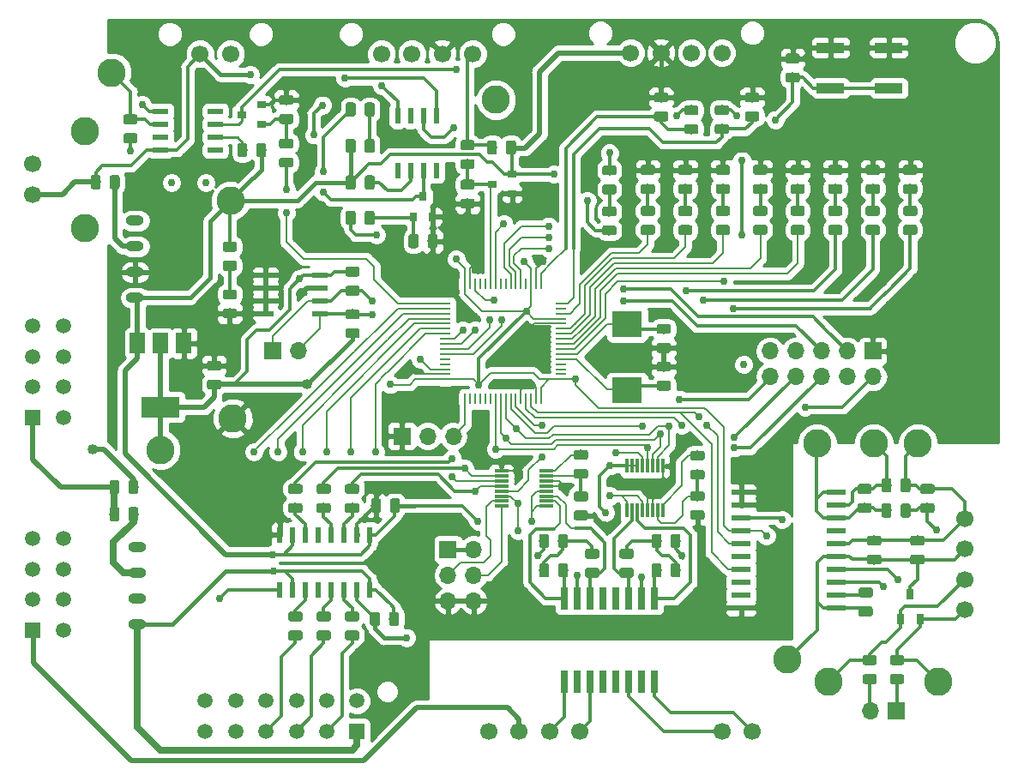
<source format=gbr>
%TF.GenerationSoftware,KiCad,Pcbnew,(5.0.0)*%
%TF.CreationDate,2019-02-02T21:10:16-06:00*%
%TF.ProjectId,BPSMaster,4250534D61737465722E6B696361645F,rev?*%
%TF.SameCoordinates,Original*%
%TF.FileFunction,Copper,L1,Top,Signal*%
%TF.FilePolarity,Positive*%
%FSLAX46Y46*%
G04 Gerber Fmt 4.6, Leading zero omitted, Abs format (unit mm)*
G04 Created by KiCad (PCBNEW (5.0.0)) date 02/02/19 21:10:16*
%MOMM*%
%LPD*%
G01*
G04 APERTURE LIST*
%ADD10R,0.760000X2.200000*%
%ADD11R,1.700000X1.700000*%
%ADD12O,1.700000X1.700000*%
%ADD13R,0.900000X0.800000*%
%ADD14C,2.800000*%
%ADD15C,0.100000*%
%ADD16C,0.975000*%
%ADD17C,1.700000*%
%ADD18C,1.500000*%
%ADD19R,1.500000X1.500000*%
%ADD20R,0.800000X0.900000*%
%ADD21R,2.750000X1.000000*%
%ADD22R,1.000000X0.250000*%
%ADD23R,0.250000X1.000000*%
%ADD24O,1.800000X1.000000*%
%ADD25R,3.800000X2.000000*%
%ADD26R,1.500000X2.000000*%
%ADD27R,1.950000X0.600000*%
%ADD28R,0.600000X1.550000*%
%ADD29R,1.549400X0.558800*%
%ADD30R,0.300000X1.400000*%
%ADD31R,1.400000X0.300000*%
%ADD32R,0.600000X1.500000*%
%ADD33R,1.550000X0.600000*%
%ADD34R,3.000000X2.500000*%
%ADD35R,0.700000X1.000000*%
%ADD36C,0.762000*%
%ADD37C,1.016000*%
%ADD38C,0.304800*%
%ADD39C,0.381000*%
%ADD40C,0.203200*%
%ADD41C,0.508000*%
%ADD42C,0.635000*%
%ADD43C,0.254000*%
G04 APERTURE END LIST*
D10*
X164075000Y-132872500D03*
X161535000Y-141127500D03*
X165345000Y-132872500D03*
X162805000Y-132872500D03*
X161535000Y-132872500D03*
X162805000Y-141127500D03*
X160265000Y-141127500D03*
X158995000Y-141127500D03*
X158995000Y-132872500D03*
X156455000Y-141127500D03*
X160265000Y-132872500D03*
X157725000Y-132872500D03*
X157725000Y-141127500D03*
X156455000Y-132872500D03*
X164075000Y-141127500D03*
X165345000Y-141127500D03*
D11*
X186918600Y-108452920D03*
D12*
X186918600Y-110992920D03*
X184378600Y-108452920D03*
X184378600Y-110992920D03*
X181838600Y-108452920D03*
X181838600Y-110992920D03*
X179298600Y-108452920D03*
X179298600Y-110992920D03*
X176758600Y-108452920D03*
X176758600Y-110992920D03*
D11*
X127629920Y-108402120D03*
D12*
X130169920Y-108402120D03*
D13*
X124600000Y-85100000D03*
X126600000Y-84150000D03*
X126600000Y-86050000D03*
D14*
X149700000Y-83650000D03*
X111760000Y-80970000D03*
X109100000Y-86700000D03*
X109100000Y-96350000D03*
D15*
G36*
X191080142Y-94126174D02*
X191103803Y-94129684D01*
X191127007Y-94135496D01*
X191149529Y-94143554D01*
X191171153Y-94153782D01*
X191191670Y-94166079D01*
X191210883Y-94180329D01*
X191228607Y-94196393D01*
X191244671Y-94214117D01*
X191258921Y-94233330D01*
X191271218Y-94253847D01*
X191281446Y-94275471D01*
X191289504Y-94297993D01*
X191295316Y-94321197D01*
X191298826Y-94344858D01*
X191300000Y-94368750D01*
X191300000Y-94856250D01*
X191298826Y-94880142D01*
X191295316Y-94903803D01*
X191289504Y-94927007D01*
X191281446Y-94949529D01*
X191271218Y-94971153D01*
X191258921Y-94991670D01*
X191244671Y-95010883D01*
X191228607Y-95028607D01*
X191210883Y-95044671D01*
X191191670Y-95058921D01*
X191171153Y-95071218D01*
X191149529Y-95081446D01*
X191127007Y-95089504D01*
X191103803Y-95095316D01*
X191080142Y-95098826D01*
X191056250Y-95100000D01*
X190143750Y-95100000D01*
X190119858Y-95098826D01*
X190096197Y-95095316D01*
X190072993Y-95089504D01*
X190050471Y-95081446D01*
X190028847Y-95071218D01*
X190008330Y-95058921D01*
X189989117Y-95044671D01*
X189971393Y-95028607D01*
X189955329Y-95010883D01*
X189941079Y-94991670D01*
X189928782Y-94971153D01*
X189918554Y-94949529D01*
X189910496Y-94927007D01*
X189904684Y-94903803D01*
X189901174Y-94880142D01*
X189900000Y-94856250D01*
X189900000Y-94368750D01*
X189901174Y-94344858D01*
X189904684Y-94321197D01*
X189910496Y-94297993D01*
X189918554Y-94275471D01*
X189928782Y-94253847D01*
X189941079Y-94233330D01*
X189955329Y-94214117D01*
X189971393Y-94196393D01*
X189989117Y-94180329D01*
X190008330Y-94166079D01*
X190028847Y-94153782D01*
X190050471Y-94143554D01*
X190072993Y-94135496D01*
X190096197Y-94129684D01*
X190119858Y-94126174D01*
X190143750Y-94125000D01*
X191056250Y-94125000D01*
X191080142Y-94126174D01*
X191080142Y-94126174D01*
G37*
D16*
X190600000Y-94612500D03*
D15*
G36*
X191080142Y-96001174D02*
X191103803Y-96004684D01*
X191127007Y-96010496D01*
X191149529Y-96018554D01*
X191171153Y-96028782D01*
X191191670Y-96041079D01*
X191210883Y-96055329D01*
X191228607Y-96071393D01*
X191244671Y-96089117D01*
X191258921Y-96108330D01*
X191271218Y-96128847D01*
X191281446Y-96150471D01*
X191289504Y-96172993D01*
X191295316Y-96196197D01*
X191298826Y-96219858D01*
X191300000Y-96243750D01*
X191300000Y-96731250D01*
X191298826Y-96755142D01*
X191295316Y-96778803D01*
X191289504Y-96802007D01*
X191281446Y-96824529D01*
X191271218Y-96846153D01*
X191258921Y-96866670D01*
X191244671Y-96885883D01*
X191228607Y-96903607D01*
X191210883Y-96919671D01*
X191191670Y-96933921D01*
X191171153Y-96946218D01*
X191149529Y-96956446D01*
X191127007Y-96964504D01*
X191103803Y-96970316D01*
X191080142Y-96973826D01*
X191056250Y-96975000D01*
X190143750Y-96975000D01*
X190119858Y-96973826D01*
X190096197Y-96970316D01*
X190072993Y-96964504D01*
X190050471Y-96956446D01*
X190028847Y-96946218D01*
X190008330Y-96933921D01*
X189989117Y-96919671D01*
X189971393Y-96903607D01*
X189955329Y-96885883D01*
X189941079Y-96866670D01*
X189928782Y-96846153D01*
X189918554Y-96824529D01*
X189910496Y-96802007D01*
X189904684Y-96778803D01*
X189901174Y-96755142D01*
X189900000Y-96731250D01*
X189900000Y-96243750D01*
X189901174Y-96219858D01*
X189904684Y-96196197D01*
X189910496Y-96172993D01*
X189918554Y-96150471D01*
X189928782Y-96128847D01*
X189941079Y-96108330D01*
X189955329Y-96089117D01*
X189971393Y-96071393D01*
X189989117Y-96055329D01*
X190008330Y-96041079D01*
X190028847Y-96028782D01*
X190050471Y-96018554D01*
X190072993Y-96010496D01*
X190096197Y-96004684D01*
X190119858Y-96001174D01*
X190143750Y-96000000D01*
X191056250Y-96000000D01*
X191080142Y-96001174D01*
X191080142Y-96001174D01*
G37*
D16*
X190600000Y-96487500D03*
D15*
G36*
X166480142Y-82926174D02*
X166503803Y-82929684D01*
X166527007Y-82935496D01*
X166549529Y-82943554D01*
X166571153Y-82953782D01*
X166591670Y-82966079D01*
X166610883Y-82980329D01*
X166628607Y-82996393D01*
X166644671Y-83014117D01*
X166658921Y-83033330D01*
X166671218Y-83053847D01*
X166681446Y-83075471D01*
X166689504Y-83097993D01*
X166695316Y-83121197D01*
X166698826Y-83144858D01*
X166700000Y-83168750D01*
X166700000Y-83656250D01*
X166698826Y-83680142D01*
X166695316Y-83703803D01*
X166689504Y-83727007D01*
X166681446Y-83749529D01*
X166671218Y-83771153D01*
X166658921Y-83791670D01*
X166644671Y-83810883D01*
X166628607Y-83828607D01*
X166610883Y-83844671D01*
X166591670Y-83858921D01*
X166571153Y-83871218D01*
X166549529Y-83881446D01*
X166527007Y-83889504D01*
X166503803Y-83895316D01*
X166480142Y-83898826D01*
X166456250Y-83900000D01*
X165543750Y-83900000D01*
X165519858Y-83898826D01*
X165496197Y-83895316D01*
X165472993Y-83889504D01*
X165450471Y-83881446D01*
X165428847Y-83871218D01*
X165408330Y-83858921D01*
X165389117Y-83844671D01*
X165371393Y-83828607D01*
X165355329Y-83810883D01*
X165341079Y-83791670D01*
X165328782Y-83771153D01*
X165318554Y-83749529D01*
X165310496Y-83727007D01*
X165304684Y-83703803D01*
X165301174Y-83680142D01*
X165300000Y-83656250D01*
X165300000Y-83168750D01*
X165301174Y-83144858D01*
X165304684Y-83121197D01*
X165310496Y-83097993D01*
X165318554Y-83075471D01*
X165328782Y-83053847D01*
X165341079Y-83033330D01*
X165355329Y-83014117D01*
X165371393Y-82996393D01*
X165389117Y-82980329D01*
X165408330Y-82966079D01*
X165428847Y-82953782D01*
X165450471Y-82943554D01*
X165472993Y-82935496D01*
X165496197Y-82929684D01*
X165519858Y-82926174D01*
X165543750Y-82925000D01*
X166456250Y-82925000D01*
X166480142Y-82926174D01*
X166480142Y-82926174D01*
G37*
D16*
X166000000Y-83412500D03*
D15*
G36*
X166480142Y-84801174D02*
X166503803Y-84804684D01*
X166527007Y-84810496D01*
X166549529Y-84818554D01*
X166571153Y-84828782D01*
X166591670Y-84841079D01*
X166610883Y-84855329D01*
X166628607Y-84871393D01*
X166644671Y-84889117D01*
X166658921Y-84908330D01*
X166671218Y-84928847D01*
X166681446Y-84950471D01*
X166689504Y-84972993D01*
X166695316Y-84996197D01*
X166698826Y-85019858D01*
X166700000Y-85043750D01*
X166700000Y-85531250D01*
X166698826Y-85555142D01*
X166695316Y-85578803D01*
X166689504Y-85602007D01*
X166681446Y-85624529D01*
X166671218Y-85646153D01*
X166658921Y-85666670D01*
X166644671Y-85685883D01*
X166628607Y-85703607D01*
X166610883Y-85719671D01*
X166591670Y-85733921D01*
X166571153Y-85746218D01*
X166549529Y-85756446D01*
X166527007Y-85764504D01*
X166503803Y-85770316D01*
X166480142Y-85773826D01*
X166456250Y-85775000D01*
X165543750Y-85775000D01*
X165519858Y-85773826D01*
X165496197Y-85770316D01*
X165472993Y-85764504D01*
X165450471Y-85756446D01*
X165428847Y-85746218D01*
X165408330Y-85733921D01*
X165389117Y-85719671D01*
X165371393Y-85703607D01*
X165355329Y-85685883D01*
X165341079Y-85666670D01*
X165328782Y-85646153D01*
X165318554Y-85624529D01*
X165310496Y-85602007D01*
X165304684Y-85578803D01*
X165301174Y-85555142D01*
X165300000Y-85531250D01*
X165300000Y-85043750D01*
X165301174Y-85019858D01*
X165304684Y-84996197D01*
X165310496Y-84972993D01*
X165318554Y-84950471D01*
X165328782Y-84928847D01*
X165341079Y-84908330D01*
X165355329Y-84889117D01*
X165371393Y-84871393D01*
X165389117Y-84855329D01*
X165408330Y-84841079D01*
X165428847Y-84828782D01*
X165450471Y-84818554D01*
X165472993Y-84810496D01*
X165496197Y-84804684D01*
X165519858Y-84801174D01*
X165543750Y-84800000D01*
X166456250Y-84800000D01*
X166480142Y-84801174D01*
X166480142Y-84801174D01*
G37*
D16*
X166000000Y-85287500D03*
D15*
G36*
X175480142Y-84801174D02*
X175503803Y-84804684D01*
X175527007Y-84810496D01*
X175549529Y-84818554D01*
X175571153Y-84828782D01*
X175591670Y-84841079D01*
X175610883Y-84855329D01*
X175628607Y-84871393D01*
X175644671Y-84889117D01*
X175658921Y-84908330D01*
X175671218Y-84928847D01*
X175681446Y-84950471D01*
X175689504Y-84972993D01*
X175695316Y-84996197D01*
X175698826Y-85019858D01*
X175700000Y-85043750D01*
X175700000Y-85531250D01*
X175698826Y-85555142D01*
X175695316Y-85578803D01*
X175689504Y-85602007D01*
X175681446Y-85624529D01*
X175671218Y-85646153D01*
X175658921Y-85666670D01*
X175644671Y-85685883D01*
X175628607Y-85703607D01*
X175610883Y-85719671D01*
X175591670Y-85733921D01*
X175571153Y-85746218D01*
X175549529Y-85756446D01*
X175527007Y-85764504D01*
X175503803Y-85770316D01*
X175480142Y-85773826D01*
X175456250Y-85775000D01*
X174543750Y-85775000D01*
X174519858Y-85773826D01*
X174496197Y-85770316D01*
X174472993Y-85764504D01*
X174450471Y-85756446D01*
X174428847Y-85746218D01*
X174408330Y-85733921D01*
X174389117Y-85719671D01*
X174371393Y-85703607D01*
X174355329Y-85685883D01*
X174341079Y-85666670D01*
X174328782Y-85646153D01*
X174318554Y-85624529D01*
X174310496Y-85602007D01*
X174304684Y-85578803D01*
X174301174Y-85555142D01*
X174300000Y-85531250D01*
X174300000Y-85043750D01*
X174301174Y-85019858D01*
X174304684Y-84996197D01*
X174310496Y-84972993D01*
X174318554Y-84950471D01*
X174328782Y-84928847D01*
X174341079Y-84908330D01*
X174355329Y-84889117D01*
X174371393Y-84871393D01*
X174389117Y-84855329D01*
X174408330Y-84841079D01*
X174428847Y-84828782D01*
X174450471Y-84818554D01*
X174472993Y-84810496D01*
X174496197Y-84804684D01*
X174519858Y-84801174D01*
X174543750Y-84800000D01*
X175456250Y-84800000D01*
X175480142Y-84801174D01*
X175480142Y-84801174D01*
G37*
D16*
X175000000Y-85287500D03*
D15*
G36*
X175480142Y-82926174D02*
X175503803Y-82929684D01*
X175527007Y-82935496D01*
X175549529Y-82943554D01*
X175571153Y-82953782D01*
X175591670Y-82966079D01*
X175610883Y-82980329D01*
X175628607Y-82996393D01*
X175644671Y-83014117D01*
X175658921Y-83033330D01*
X175671218Y-83053847D01*
X175681446Y-83075471D01*
X175689504Y-83097993D01*
X175695316Y-83121197D01*
X175698826Y-83144858D01*
X175700000Y-83168750D01*
X175700000Y-83656250D01*
X175698826Y-83680142D01*
X175695316Y-83703803D01*
X175689504Y-83727007D01*
X175681446Y-83749529D01*
X175671218Y-83771153D01*
X175658921Y-83791670D01*
X175644671Y-83810883D01*
X175628607Y-83828607D01*
X175610883Y-83844671D01*
X175591670Y-83858921D01*
X175571153Y-83871218D01*
X175549529Y-83881446D01*
X175527007Y-83889504D01*
X175503803Y-83895316D01*
X175480142Y-83898826D01*
X175456250Y-83900000D01*
X174543750Y-83900000D01*
X174519858Y-83898826D01*
X174496197Y-83895316D01*
X174472993Y-83889504D01*
X174450471Y-83881446D01*
X174428847Y-83871218D01*
X174408330Y-83858921D01*
X174389117Y-83844671D01*
X174371393Y-83828607D01*
X174355329Y-83810883D01*
X174341079Y-83791670D01*
X174328782Y-83771153D01*
X174318554Y-83749529D01*
X174310496Y-83727007D01*
X174304684Y-83703803D01*
X174301174Y-83680142D01*
X174300000Y-83656250D01*
X174300000Y-83168750D01*
X174301174Y-83144858D01*
X174304684Y-83121197D01*
X174310496Y-83097993D01*
X174318554Y-83075471D01*
X174328782Y-83053847D01*
X174341079Y-83033330D01*
X174355329Y-83014117D01*
X174371393Y-82996393D01*
X174389117Y-82980329D01*
X174408330Y-82966079D01*
X174428847Y-82953782D01*
X174450471Y-82943554D01*
X174472993Y-82935496D01*
X174496197Y-82929684D01*
X174519858Y-82926174D01*
X174543750Y-82925000D01*
X175456250Y-82925000D01*
X175480142Y-82926174D01*
X175480142Y-82926174D01*
G37*
D16*
X175000000Y-83412500D03*
D15*
G36*
X169480142Y-86051174D02*
X169503803Y-86054684D01*
X169527007Y-86060496D01*
X169549529Y-86068554D01*
X169571153Y-86078782D01*
X169591670Y-86091079D01*
X169610883Y-86105329D01*
X169628607Y-86121393D01*
X169644671Y-86139117D01*
X169658921Y-86158330D01*
X169671218Y-86178847D01*
X169681446Y-86200471D01*
X169689504Y-86222993D01*
X169695316Y-86246197D01*
X169698826Y-86269858D01*
X169700000Y-86293750D01*
X169700000Y-86781250D01*
X169698826Y-86805142D01*
X169695316Y-86828803D01*
X169689504Y-86852007D01*
X169681446Y-86874529D01*
X169671218Y-86896153D01*
X169658921Y-86916670D01*
X169644671Y-86935883D01*
X169628607Y-86953607D01*
X169610883Y-86969671D01*
X169591670Y-86983921D01*
X169571153Y-86996218D01*
X169549529Y-87006446D01*
X169527007Y-87014504D01*
X169503803Y-87020316D01*
X169480142Y-87023826D01*
X169456250Y-87025000D01*
X168543750Y-87025000D01*
X168519858Y-87023826D01*
X168496197Y-87020316D01*
X168472993Y-87014504D01*
X168450471Y-87006446D01*
X168428847Y-86996218D01*
X168408330Y-86983921D01*
X168389117Y-86969671D01*
X168371393Y-86953607D01*
X168355329Y-86935883D01*
X168341079Y-86916670D01*
X168328782Y-86896153D01*
X168318554Y-86874529D01*
X168310496Y-86852007D01*
X168304684Y-86828803D01*
X168301174Y-86805142D01*
X168300000Y-86781250D01*
X168300000Y-86293750D01*
X168301174Y-86269858D01*
X168304684Y-86246197D01*
X168310496Y-86222993D01*
X168318554Y-86200471D01*
X168328782Y-86178847D01*
X168341079Y-86158330D01*
X168355329Y-86139117D01*
X168371393Y-86121393D01*
X168389117Y-86105329D01*
X168408330Y-86091079D01*
X168428847Y-86078782D01*
X168450471Y-86068554D01*
X168472993Y-86060496D01*
X168496197Y-86054684D01*
X168519858Y-86051174D01*
X168543750Y-86050000D01*
X169456250Y-86050000D01*
X169480142Y-86051174D01*
X169480142Y-86051174D01*
G37*
D16*
X169000000Y-86537500D03*
D15*
G36*
X169480142Y-84176174D02*
X169503803Y-84179684D01*
X169527007Y-84185496D01*
X169549529Y-84193554D01*
X169571153Y-84203782D01*
X169591670Y-84216079D01*
X169610883Y-84230329D01*
X169628607Y-84246393D01*
X169644671Y-84264117D01*
X169658921Y-84283330D01*
X169671218Y-84303847D01*
X169681446Y-84325471D01*
X169689504Y-84347993D01*
X169695316Y-84371197D01*
X169698826Y-84394858D01*
X169700000Y-84418750D01*
X169700000Y-84906250D01*
X169698826Y-84930142D01*
X169695316Y-84953803D01*
X169689504Y-84977007D01*
X169681446Y-84999529D01*
X169671218Y-85021153D01*
X169658921Y-85041670D01*
X169644671Y-85060883D01*
X169628607Y-85078607D01*
X169610883Y-85094671D01*
X169591670Y-85108921D01*
X169571153Y-85121218D01*
X169549529Y-85131446D01*
X169527007Y-85139504D01*
X169503803Y-85145316D01*
X169480142Y-85148826D01*
X169456250Y-85150000D01*
X168543750Y-85150000D01*
X168519858Y-85148826D01*
X168496197Y-85145316D01*
X168472993Y-85139504D01*
X168450471Y-85131446D01*
X168428847Y-85121218D01*
X168408330Y-85108921D01*
X168389117Y-85094671D01*
X168371393Y-85078607D01*
X168355329Y-85060883D01*
X168341079Y-85041670D01*
X168328782Y-85021153D01*
X168318554Y-84999529D01*
X168310496Y-84977007D01*
X168304684Y-84953803D01*
X168301174Y-84930142D01*
X168300000Y-84906250D01*
X168300000Y-84418750D01*
X168301174Y-84394858D01*
X168304684Y-84371197D01*
X168310496Y-84347993D01*
X168318554Y-84325471D01*
X168328782Y-84303847D01*
X168341079Y-84283330D01*
X168355329Y-84264117D01*
X168371393Y-84246393D01*
X168389117Y-84230329D01*
X168408330Y-84216079D01*
X168428847Y-84203782D01*
X168450471Y-84193554D01*
X168472993Y-84185496D01*
X168496197Y-84179684D01*
X168519858Y-84176174D01*
X168543750Y-84175000D01*
X169456250Y-84175000D01*
X169480142Y-84176174D01*
X169480142Y-84176174D01*
G37*
D16*
X169000000Y-84662500D03*
D15*
G36*
X172480142Y-84168674D02*
X172503803Y-84172184D01*
X172527007Y-84177996D01*
X172549529Y-84186054D01*
X172571153Y-84196282D01*
X172591670Y-84208579D01*
X172610883Y-84222829D01*
X172628607Y-84238893D01*
X172644671Y-84256617D01*
X172658921Y-84275830D01*
X172671218Y-84296347D01*
X172681446Y-84317971D01*
X172689504Y-84340493D01*
X172695316Y-84363697D01*
X172698826Y-84387358D01*
X172700000Y-84411250D01*
X172700000Y-84898750D01*
X172698826Y-84922642D01*
X172695316Y-84946303D01*
X172689504Y-84969507D01*
X172681446Y-84992029D01*
X172671218Y-85013653D01*
X172658921Y-85034170D01*
X172644671Y-85053383D01*
X172628607Y-85071107D01*
X172610883Y-85087171D01*
X172591670Y-85101421D01*
X172571153Y-85113718D01*
X172549529Y-85123946D01*
X172527007Y-85132004D01*
X172503803Y-85137816D01*
X172480142Y-85141326D01*
X172456250Y-85142500D01*
X171543750Y-85142500D01*
X171519858Y-85141326D01*
X171496197Y-85137816D01*
X171472993Y-85132004D01*
X171450471Y-85123946D01*
X171428847Y-85113718D01*
X171408330Y-85101421D01*
X171389117Y-85087171D01*
X171371393Y-85071107D01*
X171355329Y-85053383D01*
X171341079Y-85034170D01*
X171328782Y-85013653D01*
X171318554Y-84992029D01*
X171310496Y-84969507D01*
X171304684Y-84946303D01*
X171301174Y-84922642D01*
X171300000Y-84898750D01*
X171300000Y-84411250D01*
X171301174Y-84387358D01*
X171304684Y-84363697D01*
X171310496Y-84340493D01*
X171318554Y-84317971D01*
X171328782Y-84296347D01*
X171341079Y-84275830D01*
X171355329Y-84256617D01*
X171371393Y-84238893D01*
X171389117Y-84222829D01*
X171408330Y-84208579D01*
X171428847Y-84196282D01*
X171450471Y-84186054D01*
X171472993Y-84177996D01*
X171496197Y-84172184D01*
X171519858Y-84168674D01*
X171543750Y-84167500D01*
X172456250Y-84167500D01*
X172480142Y-84168674D01*
X172480142Y-84168674D01*
G37*
D16*
X172000000Y-84655000D03*
D15*
G36*
X172480142Y-86043674D02*
X172503803Y-86047184D01*
X172527007Y-86052996D01*
X172549529Y-86061054D01*
X172571153Y-86071282D01*
X172591670Y-86083579D01*
X172610883Y-86097829D01*
X172628607Y-86113893D01*
X172644671Y-86131617D01*
X172658921Y-86150830D01*
X172671218Y-86171347D01*
X172681446Y-86192971D01*
X172689504Y-86215493D01*
X172695316Y-86238697D01*
X172698826Y-86262358D01*
X172700000Y-86286250D01*
X172700000Y-86773750D01*
X172698826Y-86797642D01*
X172695316Y-86821303D01*
X172689504Y-86844507D01*
X172681446Y-86867029D01*
X172671218Y-86888653D01*
X172658921Y-86909170D01*
X172644671Y-86928383D01*
X172628607Y-86946107D01*
X172610883Y-86962171D01*
X172591670Y-86976421D01*
X172571153Y-86988718D01*
X172549529Y-86998946D01*
X172527007Y-87007004D01*
X172503803Y-87012816D01*
X172480142Y-87016326D01*
X172456250Y-87017500D01*
X171543750Y-87017500D01*
X171519858Y-87016326D01*
X171496197Y-87012816D01*
X171472993Y-87007004D01*
X171450471Y-86998946D01*
X171428847Y-86988718D01*
X171408330Y-86976421D01*
X171389117Y-86962171D01*
X171371393Y-86946107D01*
X171355329Y-86928383D01*
X171341079Y-86909170D01*
X171328782Y-86888653D01*
X171318554Y-86867029D01*
X171310496Y-86844507D01*
X171304684Y-86821303D01*
X171301174Y-86797642D01*
X171300000Y-86773750D01*
X171300000Y-86286250D01*
X171301174Y-86262358D01*
X171304684Y-86238697D01*
X171310496Y-86215493D01*
X171318554Y-86192971D01*
X171328782Y-86171347D01*
X171341079Y-86150830D01*
X171355329Y-86131617D01*
X171371393Y-86113893D01*
X171389117Y-86097829D01*
X171408330Y-86083579D01*
X171428847Y-86071282D01*
X171450471Y-86061054D01*
X171472993Y-86052996D01*
X171496197Y-86047184D01*
X171519858Y-86043674D01*
X171543750Y-86042500D01*
X172456250Y-86042500D01*
X172480142Y-86043674D01*
X172480142Y-86043674D01*
G37*
D16*
X172000000Y-86530000D03*
D15*
G36*
X179480142Y-80951174D02*
X179503803Y-80954684D01*
X179527007Y-80960496D01*
X179549529Y-80968554D01*
X179571153Y-80978782D01*
X179591670Y-80991079D01*
X179610883Y-81005329D01*
X179628607Y-81021393D01*
X179644671Y-81039117D01*
X179658921Y-81058330D01*
X179671218Y-81078847D01*
X179681446Y-81100471D01*
X179689504Y-81122993D01*
X179695316Y-81146197D01*
X179698826Y-81169858D01*
X179700000Y-81193750D01*
X179700000Y-81681250D01*
X179698826Y-81705142D01*
X179695316Y-81728803D01*
X179689504Y-81752007D01*
X179681446Y-81774529D01*
X179671218Y-81796153D01*
X179658921Y-81816670D01*
X179644671Y-81835883D01*
X179628607Y-81853607D01*
X179610883Y-81869671D01*
X179591670Y-81883921D01*
X179571153Y-81896218D01*
X179549529Y-81906446D01*
X179527007Y-81914504D01*
X179503803Y-81920316D01*
X179480142Y-81923826D01*
X179456250Y-81925000D01*
X178543750Y-81925000D01*
X178519858Y-81923826D01*
X178496197Y-81920316D01*
X178472993Y-81914504D01*
X178450471Y-81906446D01*
X178428847Y-81896218D01*
X178408330Y-81883921D01*
X178389117Y-81869671D01*
X178371393Y-81853607D01*
X178355329Y-81835883D01*
X178341079Y-81816670D01*
X178328782Y-81796153D01*
X178318554Y-81774529D01*
X178310496Y-81752007D01*
X178304684Y-81728803D01*
X178301174Y-81705142D01*
X178300000Y-81681250D01*
X178300000Y-81193750D01*
X178301174Y-81169858D01*
X178304684Y-81146197D01*
X178310496Y-81122993D01*
X178318554Y-81100471D01*
X178328782Y-81078847D01*
X178341079Y-81058330D01*
X178355329Y-81039117D01*
X178371393Y-81021393D01*
X178389117Y-81005329D01*
X178408330Y-80991079D01*
X178428847Y-80978782D01*
X178450471Y-80968554D01*
X178472993Y-80960496D01*
X178496197Y-80954684D01*
X178519858Y-80951174D01*
X178543750Y-80950000D01*
X179456250Y-80950000D01*
X179480142Y-80951174D01*
X179480142Y-80951174D01*
G37*
D16*
X179000000Y-81437500D03*
D15*
G36*
X179480142Y-79076174D02*
X179503803Y-79079684D01*
X179527007Y-79085496D01*
X179549529Y-79093554D01*
X179571153Y-79103782D01*
X179591670Y-79116079D01*
X179610883Y-79130329D01*
X179628607Y-79146393D01*
X179644671Y-79164117D01*
X179658921Y-79183330D01*
X179671218Y-79203847D01*
X179681446Y-79225471D01*
X179689504Y-79247993D01*
X179695316Y-79271197D01*
X179698826Y-79294858D01*
X179700000Y-79318750D01*
X179700000Y-79806250D01*
X179698826Y-79830142D01*
X179695316Y-79853803D01*
X179689504Y-79877007D01*
X179681446Y-79899529D01*
X179671218Y-79921153D01*
X179658921Y-79941670D01*
X179644671Y-79960883D01*
X179628607Y-79978607D01*
X179610883Y-79994671D01*
X179591670Y-80008921D01*
X179571153Y-80021218D01*
X179549529Y-80031446D01*
X179527007Y-80039504D01*
X179503803Y-80045316D01*
X179480142Y-80048826D01*
X179456250Y-80050000D01*
X178543750Y-80050000D01*
X178519858Y-80048826D01*
X178496197Y-80045316D01*
X178472993Y-80039504D01*
X178450471Y-80031446D01*
X178428847Y-80021218D01*
X178408330Y-80008921D01*
X178389117Y-79994671D01*
X178371393Y-79978607D01*
X178355329Y-79960883D01*
X178341079Y-79941670D01*
X178328782Y-79921153D01*
X178318554Y-79899529D01*
X178310496Y-79877007D01*
X178304684Y-79853803D01*
X178301174Y-79830142D01*
X178300000Y-79806250D01*
X178300000Y-79318750D01*
X178301174Y-79294858D01*
X178304684Y-79271197D01*
X178310496Y-79247993D01*
X178318554Y-79225471D01*
X178328782Y-79203847D01*
X178341079Y-79183330D01*
X178355329Y-79164117D01*
X178371393Y-79146393D01*
X178389117Y-79130329D01*
X178408330Y-79116079D01*
X178428847Y-79103782D01*
X178450471Y-79093554D01*
X178472993Y-79085496D01*
X178496197Y-79079684D01*
X178519858Y-79076174D01*
X178543750Y-79075000D01*
X179456250Y-79075000D01*
X179480142Y-79076174D01*
X179480142Y-79076174D01*
G37*
D16*
X179000000Y-79562500D03*
D15*
G36*
X166738878Y-107657826D02*
X166762539Y-107661336D01*
X166785743Y-107667148D01*
X166808265Y-107675206D01*
X166829889Y-107685434D01*
X166850406Y-107697731D01*
X166869619Y-107711981D01*
X166887343Y-107728045D01*
X166903407Y-107745769D01*
X166917657Y-107764982D01*
X166929954Y-107785499D01*
X166940182Y-107807123D01*
X166948240Y-107829645D01*
X166954052Y-107852849D01*
X166957562Y-107876510D01*
X166958736Y-107900402D01*
X166958736Y-108387902D01*
X166957562Y-108411794D01*
X166954052Y-108435455D01*
X166948240Y-108458659D01*
X166940182Y-108481181D01*
X166929954Y-108502805D01*
X166917657Y-108523322D01*
X166903407Y-108542535D01*
X166887343Y-108560259D01*
X166869619Y-108576323D01*
X166850406Y-108590573D01*
X166829889Y-108602870D01*
X166808265Y-108613098D01*
X166785743Y-108621156D01*
X166762539Y-108626968D01*
X166738878Y-108630478D01*
X166714986Y-108631652D01*
X165802486Y-108631652D01*
X165778594Y-108630478D01*
X165754933Y-108626968D01*
X165731729Y-108621156D01*
X165709207Y-108613098D01*
X165687583Y-108602870D01*
X165667066Y-108590573D01*
X165647853Y-108576323D01*
X165630129Y-108560259D01*
X165614065Y-108542535D01*
X165599815Y-108523322D01*
X165587518Y-108502805D01*
X165577290Y-108481181D01*
X165569232Y-108458659D01*
X165563420Y-108435455D01*
X165559910Y-108411794D01*
X165558736Y-108387902D01*
X165558736Y-107900402D01*
X165559910Y-107876510D01*
X165563420Y-107852849D01*
X165569232Y-107829645D01*
X165577290Y-107807123D01*
X165587518Y-107785499D01*
X165599815Y-107764982D01*
X165614065Y-107745769D01*
X165630129Y-107728045D01*
X165647853Y-107711981D01*
X165667066Y-107697731D01*
X165687583Y-107685434D01*
X165709207Y-107675206D01*
X165731729Y-107667148D01*
X165754933Y-107661336D01*
X165778594Y-107657826D01*
X165802486Y-107656652D01*
X166714986Y-107656652D01*
X166738878Y-107657826D01*
X166738878Y-107657826D01*
G37*
D16*
X166258736Y-108144152D03*
D15*
G36*
X166738878Y-105782824D02*
X166762539Y-105786334D01*
X166785743Y-105792146D01*
X166808265Y-105800204D01*
X166829889Y-105810432D01*
X166850406Y-105822729D01*
X166869619Y-105836979D01*
X166887343Y-105853043D01*
X166903407Y-105870767D01*
X166917657Y-105889980D01*
X166929954Y-105910497D01*
X166940182Y-105932121D01*
X166948240Y-105954643D01*
X166954052Y-105977847D01*
X166957562Y-106001508D01*
X166958736Y-106025400D01*
X166958736Y-106512900D01*
X166957562Y-106536792D01*
X166954052Y-106560453D01*
X166948240Y-106583657D01*
X166940182Y-106606179D01*
X166929954Y-106627803D01*
X166917657Y-106648320D01*
X166903407Y-106667533D01*
X166887343Y-106685257D01*
X166869619Y-106701321D01*
X166850406Y-106715571D01*
X166829889Y-106727868D01*
X166808265Y-106738096D01*
X166785743Y-106746154D01*
X166762539Y-106751966D01*
X166738878Y-106755476D01*
X166714986Y-106756650D01*
X165802486Y-106756650D01*
X165778594Y-106755476D01*
X165754933Y-106751966D01*
X165731729Y-106746154D01*
X165709207Y-106738096D01*
X165687583Y-106727868D01*
X165667066Y-106715571D01*
X165647853Y-106701321D01*
X165630129Y-106685257D01*
X165614065Y-106667533D01*
X165599815Y-106648320D01*
X165587518Y-106627803D01*
X165577290Y-106606179D01*
X165569232Y-106583657D01*
X165563420Y-106560453D01*
X165559910Y-106536792D01*
X165558736Y-106512900D01*
X165558736Y-106025400D01*
X165559910Y-106001508D01*
X165563420Y-105977847D01*
X165569232Y-105954643D01*
X165577290Y-105932121D01*
X165587518Y-105910497D01*
X165599815Y-105889980D01*
X165614065Y-105870767D01*
X165630129Y-105853043D01*
X165647853Y-105836979D01*
X165667066Y-105822729D01*
X165687583Y-105810432D01*
X165709207Y-105800204D01*
X165731729Y-105792146D01*
X165754933Y-105786334D01*
X165778594Y-105782824D01*
X165802486Y-105781650D01*
X166714986Y-105781650D01*
X166738878Y-105782824D01*
X166738878Y-105782824D01*
G37*
D16*
X166258736Y-106269150D03*
D15*
G36*
X166738878Y-111387230D02*
X166762539Y-111390740D01*
X166785743Y-111396552D01*
X166808265Y-111404610D01*
X166829889Y-111414838D01*
X166850406Y-111427135D01*
X166869619Y-111441385D01*
X166887343Y-111457449D01*
X166903407Y-111475173D01*
X166917657Y-111494386D01*
X166929954Y-111514903D01*
X166940182Y-111536527D01*
X166948240Y-111559049D01*
X166954052Y-111582253D01*
X166957562Y-111605914D01*
X166958736Y-111629806D01*
X166958736Y-112117306D01*
X166957562Y-112141198D01*
X166954052Y-112164859D01*
X166948240Y-112188063D01*
X166940182Y-112210585D01*
X166929954Y-112232209D01*
X166917657Y-112252726D01*
X166903407Y-112271939D01*
X166887343Y-112289663D01*
X166869619Y-112305727D01*
X166850406Y-112319977D01*
X166829889Y-112332274D01*
X166808265Y-112342502D01*
X166785743Y-112350560D01*
X166762539Y-112356372D01*
X166738878Y-112359882D01*
X166714986Y-112361056D01*
X165802486Y-112361056D01*
X165778594Y-112359882D01*
X165754933Y-112356372D01*
X165731729Y-112350560D01*
X165709207Y-112342502D01*
X165687583Y-112332274D01*
X165667066Y-112319977D01*
X165647853Y-112305727D01*
X165630129Y-112289663D01*
X165614065Y-112271939D01*
X165599815Y-112252726D01*
X165587518Y-112232209D01*
X165577290Y-112210585D01*
X165569232Y-112188063D01*
X165563420Y-112164859D01*
X165559910Y-112141198D01*
X165558736Y-112117306D01*
X165558736Y-111629806D01*
X165559910Y-111605914D01*
X165563420Y-111582253D01*
X165569232Y-111559049D01*
X165577290Y-111536527D01*
X165587518Y-111514903D01*
X165599815Y-111494386D01*
X165614065Y-111475173D01*
X165630129Y-111457449D01*
X165647853Y-111441385D01*
X165667066Y-111427135D01*
X165687583Y-111414838D01*
X165709207Y-111404610D01*
X165731729Y-111396552D01*
X165754933Y-111390740D01*
X165778594Y-111387230D01*
X165802486Y-111386056D01*
X166714986Y-111386056D01*
X166738878Y-111387230D01*
X166738878Y-111387230D01*
G37*
D16*
X166258736Y-111873556D03*
D15*
G36*
X166738878Y-109512228D02*
X166762539Y-109515738D01*
X166785743Y-109521550D01*
X166808265Y-109529608D01*
X166829889Y-109539836D01*
X166850406Y-109552133D01*
X166869619Y-109566383D01*
X166887343Y-109582447D01*
X166903407Y-109600171D01*
X166917657Y-109619384D01*
X166929954Y-109639901D01*
X166940182Y-109661525D01*
X166948240Y-109684047D01*
X166954052Y-109707251D01*
X166957562Y-109730912D01*
X166958736Y-109754804D01*
X166958736Y-110242304D01*
X166957562Y-110266196D01*
X166954052Y-110289857D01*
X166948240Y-110313061D01*
X166940182Y-110335583D01*
X166929954Y-110357207D01*
X166917657Y-110377724D01*
X166903407Y-110396937D01*
X166887343Y-110414661D01*
X166869619Y-110430725D01*
X166850406Y-110444975D01*
X166829889Y-110457272D01*
X166808265Y-110467500D01*
X166785743Y-110475558D01*
X166762539Y-110481370D01*
X166738878Y-110484880D01*
X166714986Y-110486054D01*
X165802486Y-110486054D01*
X165778594Y-110484880D01*
X165754933Y-110481370D01*
X165731729Y-110475558D01*
X165709207Y-110467500D01*
X165687583Y-110457272D01*
X165667066Y-110444975D01*
X165647853Y-110430725D01*
X165630129Y-110414661D01*
X165614065Y-110396937D01*
X165599815Y-110377724D01*
X165587518Y-110357207D01*
X165577290Y-110335583D01*
X165569232Y-110313061D01*
X165563420Y-110289857D01*
X165559910Y-110266196D01*
X165558736Y-110242304D01*
X165558736Y-109754804D01*
X165559910Y-109730912D01*
X165563420Y-109707251D01*
X165569232Y-109684047D01*
X165577290Y-109661525D01*
X165587518Y-109639901D01*
X165599815Y-109619384D01*
X165614065Y-109600171D01*
X165630129Y-109582447D01*
X165647853Y-109566383D01*
X165667066Y-109552133D01*
X165687583Y-109539836D01*
X165709207Y-109529608D01*
X165731729Y-109521550D01*
X165754933Y-109515738D01*
X165778594Y-109512228D01*
X165802486Y-109511054D01*
X166714986Y-109511054D01*
X166738878Y-109512228D01*
X166738878Y-109512228D01*
G37*
D16*
X166258736Y-109998554D03*
D15*
G36*
X122355142Y-109401174D02*
X122378803Y-109404684D01*
X122402007Y-109410496D01*
X122424529Y-109418554D01*
X122446153Y-109428782D01*
X122466670Y-109441079D01*
X122485883Y-109455329D01*
X122503607Y-109471393D01*
X122519671Y-109489117D01*
X122533921Y-109508330D01*
X122546218Y-109528847D01*
X122556446Y-109550471D01*
X122564504Y-109572993D01*
X122570316Y-109596197D01*
X122573826Y-109619858D01*
X122575000Y-109643750D01*
X122575000Y-110131250D01*
X122573826Y-110155142D01*
X122570316Y-110178803D01*
X122564504Y-110202007D01*
X122556446Y-110224529D01*
X122546218Y-110246153D01*
X122533921Y-110266670D01*
X122519671Y-110285883D01*
X122503607Y-110303607D01*
X122485883Y-110319671D01*
X122466670Y-110333921D01*
X122446153Y-110346218D01*
X122424529Y-110356446D01*
X122402007Y-110364504D01*
X122378803Y-110370316D01*
X122355142Y-110373826D01*
X122331250Y-110375000D01*
X121418750Y-110375000D01*
X121394858Y-110373826D01*
X121371197Y-110370316D01*
X121347993Y-110364504D01*
X121325471Y-110356446D01*
X121303847Y-110346218D01*
X121283330Y-110333921D01*
X121264117Y-110319671D01*
X121246393Y-110303607D01*
X121230329Y-110285883D01*
X121216079Y-110266670D01*
X121203782Y-110246153D01*
X121193554Y-110224529D01*
X121185496Y-110202007D01*
X121179684Y-110178803D01*
X121176174Y-110155142D01*
X121175000Y-110131250D01*
X121175000Y-109643750D01*
X121176174Y-109619858D01*
X121179684Y-109596197D01*
X121185496Y-109572993D01*
X121193554Y-109550471D01*
X121203782Y-109528847D01*
X121216079Y-109508330D01*
X121230329Y-109489117D01*
X121246393Y-109471393D01*
X121264117Y-109455329D01*
X121283330Y-109441079D01*
X121303847Y-109428782D01*
X121325471Y-109418554D01*
X121347993Y-109410496D01*
X121371197Y-109404684D01*
X121394858Y-109401174D01*
X121418750Y-109400000D01*
X122331250Y-109400000D01*
X122355142Y-109401174D01*
X122355142Y-109401174D01*
G37*
D16*
X121875000Y-109887500D03*
D15*
G36*
X122355142Y-111276174D02*
X122378803Y-111279684D01*
X122402007Y-111285496D01*
X122424529Y-111293554D01*
X122446153Y-111303782D01*
X122466670Y-111316079D01*
X122485883Y-111330329D01*
X122503607Y-111346393D01*
X122519671Y-111364117D01*
X122533921Y-111383330D01*
X122546218Y-111403847D01*
X122556446Y-111425471D01*
X122564504Y-111447993D01*
X122570316Y-111471197D01*
X122573826Y-111494858D01*
X122575000Y-111518750D01*
X122575000Y-112006250D01*
X122573826Y-112030142D01*
X122570316Y-112053803D01*
X122564504Y-112077007D01*
X122556446Y-112099529D01*
X122546218Y-112121153D01*
X122533921Y-112141670D01*
X122519671Y-112160883D01*
X122503607Y-112178607D01*
X122485883Y-112194671D01*
X122466670Y-112208921D01*
X122446153Y-112221218D01*
X122424529Y-112231446D01*
X122402007Y-112239504D01*
X122378803Y-112245316D01*
X122355142Y-112248826D01*
X122331250Y-112250000D01*
X121418750Y-112250000D01*
X121394858Y-112248826D01*
X121371197Y-112245316D01*
X121347993Y-112239504D01*
X121325471Y-112231446D01*
X121303847Y-112221218D01*
X121283330Y-112208921D01*
X121264117Y-112194671D01*
X121246393Y-112178607D01*
X121230329Y-112160883D01*
X121216079Y-112141670D01*
X121203782Y-112121153D01*
X121193554Y-112099529D01*
X121185496Y-112077007D01*
X121179684Y-112053803D01*
X121176174Y-112030142D01*
X121175000Y-112006250D01*
X121175000Y-111518750D01*
X121176174Y-111494858D01*
X121179684Y-111471197D01*
X121185496Y-111447993D01*
X121193554Y-111425471D01*
X121203782Y-111403847D01*
X121216079Y-111383330D01*
X121230329Y-111364117D01*
X121246393Y-111346393D01*
X121264117Y-111330329D01*
X121283330Y-111316079D01*
X121303847Y-111303782D01*
X121325471Y-111293554D01*
X121347993Y-111285496D01*
X121371197Y-111279684D01*
X121394858Y-111276174D01*
X121418750Y-111275000D01*
X122331250Y-111275000D01*
X122355142Y-111276174D01*
X122355142Y-111276174D01*
G37*
D16*
X121875000Y-111762500D03*
D15*
G36*
X186580142Y-121576174D02*
X186603803Y-121579684D01*
X186627007Y-121585496D01*
X186649529Y-121593554D01*
X186671153Y-121603782D01*
X186691670Y-121616079D01*
X186710883Y-121630329D01*
X186728607Y-121646393D01*
X186744671Y-121664117D01*
X186758921Y-121683330D01*
X186771218Y-121703847D01*
X186781446Y-121725471D01*
X186789504Y-121747993D01*
X186795316Y-121771197D01*
X186798826Y-121794858D01*
X186800000Y-121818750D01*
X186800000Y-122306250D01*
X186798826Y-122330142D01*
X186795316Y-122353803D01*
X186789504Y-122377007D01*
X186781446Y-122399529D01*
X186771218Y-122421153D01*
X186758921Y-122441670D01*
X186744671Y-122460883D01*
X186728607Y-122478607D01*
X186710883Y-122494671D01*
X186691670Y-122508921D01*
X186671153Y-122521218D01*
X186649529Y-122531446D01*
X186627007Y-122539504D01*
X186603803Y-122545316D01*
X186580142Y-122548826D01*
X186556250Y-122550000D01*
X185643750Y-122550000D01*
X185619858Y-122548826D01*
X185596197Y-122545316D01*
X185572993Y-122539504D01*
X185550471Y-122531446D01*
X185528847Y-122521218D01*
X185508330Y-122508921D01*
X185489117Y-122494671D01*
X185471393Y-122478607D01*
X185455329Y-122460883D01*
X185441079Y-122441670D01*
X185428782Y-122421153D01*
X185418554Y-122399529D01*
X185410496Y-122377007D01*
X185404684Y-122353803D01*
X185401174Y-122330142D01*
X185400000Y-122306250D01*
X185400000Y-121818750D01*
X185401174Y-121794858D01*
X185404684Y-121771197D01*
X185410496Y-121747993D01*
X185418554Y-121725471D01*
X185428782Y-121703847D01*
X185441079Y-121683330D01*
X185455329Y-121664117D01*
X185471393Y-121646393D01*
X185489117Y-121630329D01*
X185508330Y-121616079D01*
X185528847Y-121603782D01*
X185550471Y-121593554D01*
X185572993Y-121585496D01*
X185596197Y-121579684D01*
X185619858Y-121576174D01*
X185643750Y-121575000D01*
X186556250Y-121575000D01*
X186580142Y-121576174D01*
X186580142Y-121576174D01*
G37*
D16*
X186100000Y-122062500D03*
D15*
G36*
X186580142Y-123451174D02*
X186603803Y-123454684D01*
X186627007Y-123460496D01*
X186649529Y-123468554D01*
X186671153Y-123478782D01*
X186691670Y-123491079D01*
X186710883Y-123505329D01*
X186728607Y-123521393D01*
X186744671Y-123539117D01*
X186758921Y-123558330D01*
X186771218Y-123578847D01*
X186781446Y-123600471D01*
X186789504Y-123622993D01*
X186795316Y-123646197D01*
X186798826Y-123669858D01*
X186800000Y-123693750D01*
X186800000Y-124181250D01*
X186798826Y-124205142D01*
X186795316Y-124228803D01*
X186789504Y-124252007D01*
X186781446Y-124274529D01*
X186771218Y-124296153D01*
X186758921Y-124316670D01*
X186744671Y-124335883D01*
X186728607Y-124353607D01*
X186710883Y-124369671D01*
X186691670Y-124383921D01*
X186671153Y-124396218D01*
X186649529Y-124406446D01*
X186627007Y-124414504D01*
X186603803Y-124420316D01*
X186580142Y-124423826D01*
X186556250Y-124425000D01*
X185643750Y-124425000D01*
X185619858Y-124423826D01*
X185596197Y-124420316D01*
X185572993Y-124414504D01*
X185550471Y-124406446D01*
X185528847Y-124396218D01*
X185508330Y-124383921D01*
X185489117Y-124369671D01*
X185471393Y-124353607D01*
X185455329Y-124335883D01*
X185441079Y-124316670D01*
X185428782Y-124296153D01*
X185418554Y-124274529D01*
X185410496Y-124252007D01*
X185404684Y-124228803D01*
X185401174Y-124205142D01*
X185400000Y-124181250D01*
X185400000Y-123693750D01*
X185401174Y-123669858D01*
X185404684Y-123646197D01*
X185410496Y-123622993D01*
X185418554Y-123600471D01*
X185428782Y-123578847D01*
X185441079Y-123558330D01*
X185455329Y-123539117D01*
X185471393Y-123521393D01*
X185489117Y-123505329D01*
X185508330Y-123491079D01*
X185528847Y-123478782D01*
X185550471Y-123468554D01*
X185572993Y-123460496D01*
X185596197Y-123454684D01*
X185619858Y-123451174D01*
X185643750Y-123450000D01*
X186556250Y-123450000D01*
X186580142Y-123451174D01*
X186580142Y-123451174D01*
G37*
D16*
X186100000Y-123937500D03*
D15*
G36*
X192780142Y-123451174D02*
X192803803Y-123454684D01*
X192827007Y-123460496D01*
X192849529Y-123468554D01*
X192871153Y-123478782D01*
X192891670Y-123491079D01*
X192910883Y-123505329D01*
X192928607Y-123521393D01*
X192944671Y-123539117D01*
X192958921Y-123558330D01*
X192971218Y-123578847D01*
X192981446Y-123600471D01*
X192989504Y-123622993D01*
X192995316Y-123646197D01*
X192998826Y-123669858D01*
X193000000Y-123693750D01*
X193000000Y-124181250D01*
X192998826Y-124205142D01*
X192995316Y-124228803D01*
X192989504Y-124252007D01*
X192981446Y-124274529D01*
X192971218Y-124296153D01*
X192958921Y-124316670D01*
X192944671Y-124335883D01*
X192928607Y-124353607D01*
X192910883Y-124369671D01*
X192891670Y-124383921D01*
X192871153Y-124396218D01*
X192849529Y-124406446D01*
X192827007Y-124414504D01*
X192803803Y-124420316D01*
X192780142Y-124423826D01*
X192756250Y-124425000D01*
X191843750Y-124425000D01*
X191819858Y-124423826D01*
X191796197Y-124420316D01*
X191772993Y-124414504D01*
X191750471Y-124406446D01*
X191728847Y-124396218D01*
X191708330Y-124383921D01*
X191689117Y-124369671D01*
X191671393Y-124353607D01*
X191655329Y-124335883D01*
X191641079Y-124316670D01*
X191628782Y-124296153D01*
X191618554Y-124274529D01*
X191610496Y-124252007D01*
X191604684Y-124228803D01*
X191601174Y-124205142D01*
X191600000Y-124181250D01*
X191600000Y-123693750D01*
X191601174Y-123669858D01*
X191604684Y-123646197D01*
X191610496Y-123622993D01*
X191618554Y-123600471D01*
X191628782Y-123578847D01*
X191641079Y-123558330D01*
X191655329Y-123539117D01*
X191671393Y-123521393D01*
X191689117Y-123505329D01*
X191708330Y-123491079D01*
X191728847Y-123478782D01*
X191750471Y-123468554D01*
X191772993Y-123460496D01*
X191796197Y-123454684D01*
X191819858Y-123451174D01*
X191843750Y-123450000D01*
X192756250Y-123450000D01*
X192780142Y-123451174D01*
X192780142Y-123451174D01*
G37*
D16*
X192300000Y-123937500D03*
D15*
G36*
X192780142Y-121576174D02*
X192803803Y-121579684D01*
X192827007Y-121585496D01*
X192849529Y-121593554D01*
X192871153Y-121603782D01*
X192891670Y-121616079D01*
X192910883Y-121630329D01*
X192928607Y-121646393D01*
X192944671Y-121664117D01*
X192958921Y-121683330D01*
X192971218Y-121703847D01*
X192981446Y-121725471D01*
X192989504Y-121747993D01*
X192995316Y-121771197D01*
X192998826Y-121794858D01*
X193000000Y-121818750D01*
X193000000Y-122306250D01*
X192998826Y-122330142D01*
X192995316Y-122353803D01*
X192989504Y-122377007D01*
X192981446Y-122399529D01*
X192971218Y-122421153D01*
X192958921Y-122441670D01*
X192944671Y-122460883D01*
X192928607Y-122478607D01*
X192910883Y-122494671D01*
X192891670Y-122508921D01*
X192871153Y-122521218D01*
X192849529Y-122531446D01*
X192827007Y-122539504D01*
X192803803Y-122545316D01*
X192780142Y-122548826D01*
X192756250Y-122550000D01*
X191843750Y-122550000D01*
X191819858Y-122548826D01*
X191796197Y-122545316D01*
X191772993Y-122539504D01*
X191750471Y-122531446D01*
X191728847Y-122521218D01*
X191708330Y-122508921D01*
X191689117Y-122494671D01*
X191671393Y-122478607D01*
X191655329Y-122460883D01*
X191641079Y-122441670D01*
X191628782Y-122421153D01*
X191618554Y-122399529D01*
X191610496Y-122377007D01*
X191604684Y-122353803D01*
X191601174Y-122330142D01*
X191600000Y-122306250D01*
X191600000Y-121818750D01*
X191601174Y-121794858D01*
X191604684Y-121771197D01*
X191610496Y-121747993D01*
X191618554Y-121725471D01*
X191628782Y-121703847D01*
X191641079Y-121683330D01*
X191655329Y-121664117D01*
X191671393Y-121646393D01*
X191689117Y-121630329D01*
X191708330Y-121616079D01*
X191728847Y-121603782D01*
X191750471Y-121593554D01*
X191772993Y-121585496D01*
X191796197Y-121579684D01*
X191819858Y-121576174D01*
X191843750Y-121575000D01*
X192756250Y-121575000D01*
X192780142Y-121576174D01*
X192780142Y-121576174D01*
G37*
D16*
X192300000Y-122062500D03*
D15*
G36*
X187530142Y-126676174D02*
X187553803Y-126679684D01*
X187577007Y-126685496D01*
X187599529Y-126693554D01*
X187621153Y-126703782D01*
X187641670Y-126716079D01*
X187660883Y-126730329D01*
X187678607Y-126746393D01*
X187694671Y-126764117D01*
X187708921Y-126783330D01*
X187721218Y-126803847D01*
X187731446Y-126825471D01*
X187739504Y-126847993D01*
X187745316Y-126871197D01*
X187748826Y-126894858D01*
X187750000Y-126918750D01*
X187750000Y-127406250D01*
X187748826Y-127430142D01*
X187745316Y-127453803D01*
X187739504Y-127477007D01*
X187731446Y-127499529D01*
X187721218Y-127521153D01*
X187708921Y-127541670D01*
X187694671Y-127560883D01*
X187678607Y-127578607D01*
X187660883Y-127594671D01*
X187641670Y-127608921D01*
X187621153Y-127621218D01*
X187599529Y-127631446D01*
X187577007Y-127639504D01*
X187553803Y-127645316D01*
X187530142Y-127648826D01*
X187506250Y-127650000D01*
X186593750Y-127650000D01*
X186569858Y-127648826D01*
X186546197Y-127645316D01*
X186522993Y-127639504D01*
X186500471Y-127631446D01*
X186478847Y-127621218D01*
X186458330Y-127608921D01*
X186439117Y-127594671D01*
X186421393Y-127578607D01*
X186405329Y-127560883D01*
X186391079Y-127541670D01*
X186378782Y-127521153D01*
X186368554Y-127499529D01*
X186360496Y-127477007D01*
X186354684Y-127453803D01*
X186351174Y-127430142D01*
X186350000Y-127406250D01*
X186350000Y-126918750D01*
X186351174Y-126894858D01*
X186354684Y-126871197D01*
X186360496Y-126847993D01*
X186368554Y-126825471D01*
X186378782Y-126803847D01*
X186391079Y-126783330D01*
X186405329Y-126764117D01*
X186421393Y-126746393D01*
X186439117Y-126730329D01*
X186458330Y-126716079D01*
X186478847Y-126703782D01*
X186500471Y-126693554D01*
X186522993Y-126685496D01*
X186546197Y-126679684D01*
X186569858Y-126676174D01*
X186593750Y-126675000D01*
X187506250Y-126675000D01*
X187530142Y-126676174D01*
X187530142Y-126676174D01*
G37*
D16*
X187050000Y-127162500D03*
D15*
G36*
X187530142Y-128551174D02*
X187553803Y-128554684D01*
X187577007Y-128560496D01*
X187599529Y-128568554D01*
X187621153Y-128578782D01*
X187641670Y-128591079D01*
X187660883Y-128605329D01*
X187678607Y-128621393D01*
X187694671Y-128639117D01*
X187708921Y-128658330D01*
X187721218Y-128678847D01*
X187731446Y-128700471D01*
X187739504Y-128722993D01*
X187745316Y-128746197D01*
X187748826Y-128769858D01*
X187750000Y-128793750D01*
X187750000Y-129281250D01*
X187748826Y-129305142D01*
X187745316Y-129328803D01*
X187739504Y-129352007D01*
X187731446Y-129374529D01*
X187721218Y-129396153D01*
X187708921Y-129416670D01*
X187694671Y-129435883D01*
X187678607Y-129453607D01*
X187660883Y-129469671D01*
X187641670Y-129483921D01*
X187621153Y-129496218D01*
X187599529Y-129506446D01*
X187577007Y-129514504D01*
X187553803Y-129520316D01*
X187530142Y-129523826D01*
X187506250Y-129525000D01*
X186593750Y-129525000D01*
X186569858Y-129523826D01*
X186546197Y-129520316D01*
X186522993Y-129514504D01*
X186500471Y-129506446D01*
X186478847Y-129496218D01*
X186458330Y-129483921D01*
X186439117Y-129469671D01*
X186421393Y-129453607D01*
X186405329Y-129435883D01*
X186391079Y-129416670D01*
X186378782Y-129396153D01*
X186368554Y-129374529D01*
X186360496Y-129352007D01*
X186354684Y-129328803D01*
X186351174Y-129305142D01*
X186350000Y-129281250D01*
X186350000Y-128793750D01*
X186351174Y-128769858D01*
X186354684Y-128746197D01*
X186360496Y-128722993D01*
X186368554Y-128700471D01*
X186378782Y-128678847D01*
X186391079Y-128658330D01*
X186405329Y-128639117D01*
X186421393Y-128621393D01*
X186439117Y-128605329D01*
X186458330Y-128591079D01*
X186478847Y-128578782D01*
X186500471Y-128568554D01*
X186522993Y-128560496D01*
X186546197Y-128554684D01*
X186569858Y-128551174D01*
X186593750Y-128550000D01*
X187506250Y-128550000D01*
X187530142Y-128551174D01*
X187530142Y-128551174D01*
G37*
D16*
X187050000Y-129037500D03*
D15*
G36*
X191780142Y-128551174D02*
X191803803Y-128554684D01*
X191827007Y-128560496D01*
X191849529Y-128568554D01*
X191871153Y-128578782D01*
X191891670Y-128591079D01*
X191910883Y-128605329D01*
X191928607Y-128621393D01*
X191944671Y-128639117D01*
X191958921Y-128658330D01*
X191971218Y-128678847D01*
X191981446Y-128700471D01*
X191989504Y-128722993D01*
X191995316Y-128746197D01*
X191998826Y-128769858D01*
X192000000Y-128793750D01*
X192000000Y-129281250D01*
X191998826Y-129305142D01*
X191995316Y-129328803D01*
X191989504Y-129352007D01*
X191981446Y-129374529D01*
X191971218Y-129396153D01*
X191958921Y-129416670D01*
X191944671Y-129435883D01*
X191928607Y-129453607D01*
X191910883Y-129469671D01*
X191891670Y-129483921D01*
X191871153Y-129496218D01*
X191849529Y-129506446D01*
X191827007Y-129514504D01*
X191803803Y-129520316D01*
X191780142Y-129523826D01*
X191756250Y-129525000D01*
X190843750Y-129525000D01*
X190819858Y-129523826D01*
X190796197Y-129520316D01*
X190772993Y-129514504D01*
X190750471Y-129506446D01*
X190728847Y-129496218D01*
X190708330Y-129483921D01*
X190689117Y-129469671D01*
X190671393Y-129453607D01*
X190655329Y-129435883D01*
X190641079Y-129416670D01*
X190628782Y-129396153D01*
X190618554Y-129374529D01*
X190610496Y-129352007D01*
X190604684Y-129328803D01*
X190601174Y-129305142D01*
X190600000Y-129281250D01*
X190600000Y-128793750D01*
X190601174Y-128769858D01*
X190604684Y-128746197D01*
X190610496Y-128722993D01*
X190618554Y-128700471D01*
X190628782Y-128678847D01*
X190641079Y-128658330D01*
X190655329Y-128639117D01*
X190671393Y-128621393D01*
X190689117Y-128605329D01*
X190708330Y-128591079D01*
X190728847Y-128578782D01*
X190750471Y-128568554D01*
X190772993Y-128560496D01*
X190796197Y-128554684D01*
X190819858Y-128551174D01*
X190843750Y-128550000D01*
X191756250Y-128550000D01*
X191780142Y-128551174D01*
X191780142Y-128551174D01*
G37*
D16*
X191300000Y-129037500D03*
D15*
G36*
X191780142Y-126676174D02*
X191803803Y-126679684D01*
X191827007Y-126685496D01*
X191849529Y-126693554D01*
X191871153Y-126703782D01*
X191891670Y-126716079D01*
X191910883Y-126730329D01*
X191928607Y-126746393D01*
X191944671Y-126764117D01*
X191958921Y-126783330D01*
X191971218Y-126803847D01*
X191981446Y-126825471D01*
X191989504Y-126847993D01*
X191995316Y-126871197D01*
X191998826Y-126894858D01*
X192000000Y-126918750D01*
X192000000Y-127406250D01*
X191998826Y-127430142D01*
X191995316Y-127453803D01*
X191989504Y-127477007D01*
X191981446Y-127499529D01*
X191971218Y-127521153D01*
X191958921Y-127541670D01*
X191944671Y-127560883D01*
X191928607Y-127578607D01*
X191910883Y-127594671D01*
X191891670Y-127608921D01*
X191871153Y-127621218D01*
X191849529Y-127631446D01*
X191827007Y-127639504D01*
X191803803Y-127645316D01*
X191780142Y-127648826D01*
X191756250Y-127650000D01*
X190843750Y-127650000D01*
X190819858Y-127648826D01*
X190796197Y-127645316D01*
X190772993Y-127639504D01*
X190750471Y-127631446D01*
X190728847Y-127621218D01*
X190708330Y-127608921D01*
X190689117Y-127594671D01*
X190671393Y-127578607D01*
X190655329Y-127560883D01*
X190641079Y-127541670D01*
X190628782Y-127521153D01*
X190618554Y-127499529D01*
X190610496Y-127477007D01*
X190604684Y-127453803D01*
X190601174Y-127430142D01*
X190600000Y-127406250D01*
X190600000Y-126918750D01*
X190601174Y-126894858D01*
X190604684Y-126871197D01*
X190610496Y-126847993D01*
X190618554Y-126825471D01*
X190628782Y-126803847D01*
X190641079Y-126783330D01*
X190655329Y-126764117D01*
X190671393Y-126746393D01*
X190689117Y-126730329D01*
X190708330Y-126716079D01*
X190728847Y-126703782D01*
X190750471Y-126693554D01*
X190772993Y-126685496D01*
X190796197Y-126679684D01*
X190819858Y-126676174D01*
X190843750Y-126675000D01*
X191756250Y-126675000D01*
X191780142Y-126676174D01*
X191780142Y-126676174D01*
G37*
D16*
X191300000Y-127162500D03*
D15*
G36*
X147380142Y-91526174D02*
X147403803Y-91529684D01*
X147427007Y-91535496D01*
X147449529Y-91543554D01*
X147471153Y-91553782D01*
X147491670Y-91566079D01*
X147510883Y-91580329D01*
X147528607Y-91596393D01*
X147544671Y-91614117D01*
X147558921Y-91633330D01*
X147571218Y-91653847D01*
X147581446Y-91675471D01*
X147589504Y-91697993D01*
X147595316Y-91721197D01*
X147598826Y-91744858D01*
X147600000Y-91768750D01*
X147600000Y-92256250D01*
X147598826Y-92280142D01*
X147595316Y-92303803D01*
X147589504Y-92327007D01*
X147581446Y-92349529D01*
X147571218Y-92371153D01*
X147558921Y-92391670D01*
X147544671Y-92410883D01*
X147528607Y-92428607D01*
X147510883Y-92444671D01*
X147491670Y-92458921D01*
X147471153Y-92471218D01*
X147449529Y-92481446D01*
X147427007Y-92489504D01*
X147403803Y-92495316D01*
X147380142Y-92498826D01*
X147356250Y-92500000D01*
X146443750Y-92500000D01*
X146419858Y-92498826D01*
X146396197Y-92495316D01*
X146372993Y-92489504D01*
X146350471Y-92481446D01*
X146328847Y-92471218D01*
X146308330Y-92458921D01*
X146289117Y-92444671D01*
X146271393Y-92428607D01*
X146255329Y-92410883D01*
X146241079Y-92391670D01*
X146228782Y-92371153D01*
X146218554Y-92349529D01*
X146210496Y-92327007D01*
X146204684Y-92303803D01*
X146201174Y-92280142D01*
X146200000Y-92256250D01*
X146200000Y-91768750D01*
X146201174Y-91744858D01*
X146204684Y-91721197D01*
X146210496Y-91697993D01*
X146218554Y-91675471D01*
X146228782Y-91653847D01*
X146241079Y-91633330D01*
X146255329Y-91614117D01*
X146271393Y-91596393D01*
X146289117Y-91580329D01*
X146308330Y-91566079D01*
X146328847Y-91553782D01*
X146350471Y-91543554D01*
X146372993Y-91535496D01*
X146396197Y-91529684D01*
X146419858Y-91526174D01*
X146443750Y-91525000D01*
X147356250Y-91525000D01*
X147380142Y-91526174D01*
X147380142Y-91526174D01*
G37*
D16*
X146900000Y-92012500D03*
D15*
G36*
X147380142Y-93401174D02*
X147403803Y-93404684D01*
X147427007Y-93410496D01*
X147449529Y-93418554D01*
X147471153Y-93428782D01*
X147491670Y-93441079D01*
X147510883Y-93455329D01*
X147528607Y-93471393D01*
X147544671Y-93489117D01*
X147558921Y-93508330D01*
X147571218Y-93528847D01*
X147581446Y-93550471D01*
X147589504Y-93572993D01*
X147595316Y-93596197D01*
X147598826Y-93619858D01*
X147600000Y-93643750D01*
X147600000Y-94131250D01*
X147598826Y-94155142D01*
X147595316Y-94178803D01*
X147589504Y-94202007D01*
X147581446Y-94224529D01*
X147571218Y-94246153D01*
X147558921Y-94266670D01*
X147544671Y-94285883D01*
X147528607Y-94303607D01*
X147510883Y-94319671D01*
X147491670Y-94333921D01*
X147471153Y-94346218D01*
X147449529Y-94356446D01*
X147427007Y-94364504D01*
X147403803Y-94370316D01*
X147380142Y-94373826D01*
X147356250Y-94375000D01*
X146443750Y-94375000D01*
X146419858Y-94373826D01*
X146396197Y-94370316D01*
X146372993Y-94364504D01*
X146350471Y-94356446D01*
X146328847Y-94346218D01*
X146308330Y-94333921D01*
X146289117Y-94319671D01*
X146271393Y-94303607D01*
X146255329Y-94285883D01*
X146241079Y-94266670D01*
X146228782Y-94246153D01*
X146218554Y-94224529D01*
X146210496Y-94202007D01*
X146204684Y-94178803D01*
X146201174Y-94155142D01*
X146200000Y-94131250D01*
X146200000Y-93643750D01*
X146201174Y-93619858D01*
X146204684Y-93596197D01*
X146210496Y-93572993D01*
X146218554Y-93550471D01*
X146228782Y-93528847D01*
X146241079Y-93508330D01*
X146255329Y-93489117D01*
X146271393Y-93471393D01*
X146289117Y-93455329D01*
X146308330Y-93441079D01*
X146328847Y-93428782D01*
X146350471Y-93418554D01*
X146372993Y-93410496D01*
X146396197Y-93404684D01*
X146419858Y-93401174D01*
X146443750Y-93400000D01*
X147356250Y-93400000D01*
X147380142Y-93401174D01*
X147380142Y-93401174D01*
G37*
D16*
X146900000Y-93887500D03*
D15*
G36*
X156592642Y-126501174D02*
X156616303Y-126504684D01*
X156639507Y-126510496D01*
X156662029Y-126518554D01*
X156683653Y-126528782D01*
X156704170Y-126541079D01*
X156723383Y-126555329D01*
X156741107Y-126571393D01*
X156757171Y-126589117D01*
X156771421Y-126608330D01*
X156783718Y-126628847D01*
X156793946Y-126650471D01*
X156802004Y-126672993D01*
X156807816Y-126696197D01*
X156811326Y-126719858D01*
X156812500Y-126743750D01*
X156812500Y-127656250D01*
X156811326Y-127680142D01*
X156807816Y-127703803D01*
X156802004Y-127727007D01*
X156793946Y-127749529D01*
X156783718Y-127771153D01*
X156771421Y-127791670D01*
X156757171Y-127810883D01*
X156741107Y-127828607D01*
X156723383Y-127844671D01*
X156704170Y-127858921D01*
X156683653Y-127871218D01*
X156662029Y-127881446D01*
X156639507Y-127889504D01*
X156616303Y-127895316D01*
X156592642Y-127898826D01*
X156568750Y-127900000D01*
X156081250Y-127900000D01*
X156057358Y-127898826D01*
X156033697Y-127895316D01*
X156010493Y-127889504D01*
X155987971Y-127881446D01*
X155966347Y-127871218D01*
X155945830Y-127858921D01*
X155926617Y-127844671D01*
X155908893Y-127828607D01*
X155892829Y-127810883D01*
X155878579Y-127791670D01*
X155866282Y-127771153D01*
X155856054Y-127749529D01*
X155847996Y-127727007D01*
X155842184Y-127703803D01*
X155838674Y-127680142D01*
X155837500Y-127656250D01*
X155837500Y-126743750D01*
X155838674Y-126719858D01*
X155842184Y-126696197D01*
X155847996Y-126672993D01*
X155856054Y-126650471D01*
X155866282Y-126628847D01*
X155878579Y-126608330D01*
X155892829Y-126589117D01*
X155908893Y-126571393D01*
X155926617Y-126555329D01*
X155945830Y-126541079D01*
X155966347Y-126528782D01*
X155987971Y-126518554D01*
X156010493Y-126510496D01*
X156033697Y-126504684D01*
X156057358Y-126501174D01*
X156081250Y-126500000D01*
X156568750Y-126500000D01*
X156592642Y-126501174D01*
X156592642Y-126501174D01*
G37*
D16*
X156325000Y-127200000D03*
D15*
G36*
X154717642Y-126501174D02*
X154741303Y-126504684D01*
X154764507Y-126510496D01*
X154787029Y-126518554D01*
X154808653Y-126528782D01*
X154829170Y-126541079D01*
X154848383Y-126555329D01*
X154866107Y-126571393D01*
X154882171Y-126589117D01*
X154896421Y-126608330D01*
X154908718Y-126628847D01*
X154918946Y-126650471D01*
X154927004Y-126672993D01*
X154932816Y-126696197D01*
X154936326Y-126719858D01*
X154937500Y-126743750D01*
X154937500Y-127656250D01*
X154936326Y-127680142D01*
X154932816Y-127703803D01*
X154927004Y-127727007D01*
X154918946Y-127749529D01*
X154908718Y-127771153D01*
X154896421Y-127791670D01*
X154882171Y-127810883D01*
X154866107Y-127828607D01*
X154848383Y-127844671D01*
X154829170Y-127858921D01*
X154808653Y-127871218D01*
X154787029Y-127881446D01*
X154764507Y-127889504D01*
X154741303Y-127895316D01*
X154717642Y-127898826D01*
X154693750Y-127900000D01*
X154206250Y-127900000D01*
X154182358Y-127898826D01*
X154158697Y-127895316D01*
X154135493Y-127889504D01*
X154112971Y-127881446D01*
X154091347Y-127871218D01*
X154070830Y-127858921D01*
X154051617Y-127844671D01*
X154033893Y-127828607D01*
X154017829Y-127810883D01*
X154003579Y-127791670D01*
X153991282Y-127771153D01*
X153981054Y-127749529D01*
X153972996Y-127727007D01*
X153967184Y-127703803D01*
X153963674Y-127680142D01*
X153962500Y-127656250D01*
X153962500Y-126743750D01*
X153963674Y-126719858D01*
X153967184Y-126696197D01*
X153972996Y-126672993D01*
X153981054Y-126650471D01*
X153991282Y-126628847D01*
X154003579Y-126608330D01*
X154017829Y-126589117D01*
X154033893Y-126571393D01*
X154051617Y-126555329D01*
X154070830Y-126541079D01*
X154091347Y-126528782D01*
X154112971Y-126518554D01*
X154135493Y-126510496D01*
X154158697Y-126504684D01*
X154182358Y-126501174D01*
X154206250Y-126500000D01*
X154693750Y-126500000D01*
X154717642Y-126501174D01*
X154717642Y-126501174D01*
G37*
D16*
X154450000Y-127200000D03*
D15*
G36*
X165830142Y-126501174D02*
X165853803Y-126504684D01*
X165877007Y-126510496D01*
X165899529Y-126518554D01*
X165921153Y-126528782D01*
X165941670Y-126541079D01*
X165960883Y-126555329D01*
X165978607Y-126571393D01*
X165994671Y-126589117D01*
X166008921Y-126608330D01*
X166021218Y-126628847D01*
X166031446Y-126650471D01*
X166039504Y-126672993D01*
X166045316Y-126696197D01*
X166048826Y-126719858D01*
X166050000Y-126743750D01*
X166050000Y-127656250D01*
X166048826Y-127680142D01*
X166045316Y-127703803D01*
X166039504Y-127727007D01*
X166031446Y-127749529D01*
X166021218Y-127771153D01*
X166008921Y-127791670D01*
X165994671Y-127810883D01*
X165978607Y-127828607D01*
X165960883Y-127844671D01*
X165941670Y-127858921D01*
X165921153Y-127871218D01*
X165899529Y-127881446D01*
X165877007Y-127889504D01*
X165853803Y-127895316D01*
X165830142Y-127898826D01*
X165806250Y-127900000D01*
X165318750Y-127900000D01*
X165294858Y-127898826D01*
X165271197Y-127895316D01*
X165247993Y-127889504D01*
X165225471Y-127881446D01*
X165203847Y-127871218D01*
X165183330Y-127858921D01*
X165164117Y-127844671D01*
X165146393Y-127828607D01*
X165130329Y-127810883D01*
X165116079Y-127791670D01*
X165103782Y-127771153D01*
X165093554Y-127749529D01*
X165085496Y-127727007D01*
X165079684Y-127703803D01*
X165076174Y-127680142D01*
X165075000Y-127656250D01*
X165075000Y-126743750D01*
X165076174Y-126719858D01*
X165079684Y-126696197D01*
X165085496Y-126672993D01*
X165093554Y-126650471D01*
X165103782Y-126628847D01*
X165116079Y-126608330D01*
X165130329Y-126589117D01*
X165146393Y-126571393D01*
X165164117Y-126555329D01*
X165183330Y-126541079D01*
X165203847Y-126528782D01*
X165225471Y-126518554D01*
X165247993Y-126510496D01*
X165271197Y-126504684D01*
X165294858Y-126501174D01*
X165318750Y-126500000D01*
X165806250Y-126500000D01*
X165830142Y-126501174D01*
X165830142Y-126501174D01*
G37*
D16*
X165562500Y-127200000D03*
D15*
G36*
X167705142Y-126501174D02*
X167728803Y-126504684D01*
X167752007Y-126510496D01*
X167774529Y-126518554D01*
X167796153Y-126528782D01*
X167816670Y-126541079D01*
X167835883Y-126555329D01*
X167853607Y-126571393D01*
X167869671Y-126589117D01*
X167883921Y-126608330D01*
X167896218Y-126628847D01*
X167906446Y-126650471D01*
X167914504Y-126672993D01*
X167920316Y-126696197D01*
X167923826Y-126719858D01*
X167925000Y-126743750D01*
X167925000Y-127656250D01*
X167923826Y-127680142D01*
X167920316Y-127703803D01*
X167914504Y-127727007D01*
X167906446Y-127749529D01*
X167896218Y-127771153D01*
X167883921Y-127791670D01*
X167869671Y-127810883D01*
X167853607Y-127828607D01*
X167835883Y-127844671D01*
X167816670Y-127858921D01*
X167796153Y-127871218D01*
X167774529Y-127881446D01*
X167752007Y-127889504D01*
X167728803Y-127895316D01*
X167705142Y-127898826D01*
X167681250Y-127900000D01*
X167193750Y-127900000D01*
X167169858Y-127898826D01*
X167146197Y-127895316D01*
X167122993Y-127889504D01*
X167100471Y-127881446D01*
X167078847Y-127871218D01*
X167058330Y-127858921D01*
X167039117Y-127844671D01*
X167021393Y-127828607D01*
X167005329Y-127810883D01*
X166991079Y-127791670D01*
X166978782Y-127771153D01*
X166968554Y-127749529D01*
X166960496Y-127727007D01*
X166954684Y-127703803D01*
X166951174Y-127680142D01*
X166950000Y-127656250D01*
X166950000Y-126743750D01*
X166951174Y-126719858D01*
X166954684Y-126696197D01*
X166960496Y-126672993D01*
X166968554Y-126650471D01*
X166978782Y-126628847D01*
X166991079Y-126608330D01*
X167005329Y-126589117D01*
X167021393Y-126571393D01*
X167039117Y-126555329D01*
X167058330Y-126541079D01*
X167078847Y-126528782D01*
X167100471Y-126518554D01*
X167122993Y-126510496D01*
X167146197Y-126504684D01*
X167169858Y-126501174D01*
X167193750Y-126500000D01*
X167681250Y-126500000D01*
X167705142Y-126501174D01*
X167705142Y-126501174D01*
G37*
D16*
X167437500Y-127200000D03*
D15*
G36*
X140005142Y-123001174D02*
X140028803Y-123004684D01*
X140052007Y-123010496D01*
X140074529Y-123018554D01*
X140096153Y-123028782D01*
X140116670Y-123041079D01*
X140135883Y-123055329D01*
X140153607Y-123071393D01*
X140169671Y-123089117D01*
X140183921Y-123108330D01*
X140196218Y-123128847D01*
X140206446Y-123150471D01*
X140214504Y-123172993D01*
X140220316Y-123196197D01*
X140223826Y-123219858D01*
X140225000Y-123243750D01*
X140225000Y-124156250D01*
X140223826Y-124180142D01*
X140220316Y-124203803D01*
X140214504Y-124227007D01*
X140206446Y-124249529D01*
X140196218Y-124271153D01*
X140183921Y-124291670D01*
X140169671Y-124310883D01*
X140153607Y-124328607D01*
X140135883Y-124344671D01*
X140116670Y-124358921D01*
X140096153Y-124371218D01*
X140074529Y-124381446D01*
X140052007Y-124389504D01*
X140028803Y-124395316D01*
X140005142Y-124398826D01*
X139981250Y-124400000D01*
X139493750Y-124400000D01*
X139469858Y-124398826D01*
X139446197Y-124395316D01*
X139422993Y-124389504D01*
X139400471Y-124381446D01*
X139378847Y-124371218D01*
X139358330Y-124358921D01*
X139339117Y-124344671D01*
X139321393Y-124328607D01*
X139305329Y-124310883D01*
X139291079Y-124291670D01*
X139278782Y-124271153D01*
X139268554Y-124249529D01*
X139260496Y-124227007D01*
X139254684Y-124203803D01*
X139251174Y-124180142D01*
X139250000Y-124156250D01*
X139250000Y-123243750D01*
X139251174Y-123219858D01*
X139254684Y-123196197D01*
X139260496Y-123172993D01*
X139268554Y-123150471D01*
X139278782Y-123128847D01*
X139291079Y-123108330D01*
X139305329Y-123089117D01*
X139321393Y-123071393D01*
X139339117Y-123055329D01*
X139358330Y-123041079D01*
X139378847Y-123028782D01*
X139400471Y-123018554D01*
X139422993Y-123010496D01*
X139446197Y-123004684D01*
X139469858Y-123001174D01*
X139493750Y-123000000D01*
X139981250Y-123000000D01*
X140005142Y-123001174D01*
X140005142Y-123001174D01*
G37*
D16*
X139737500Y-123700000D03*
D15*
G36*
X138130142Y-123001174D02*
X138153803Y-123004684D01*
X138177007Y-123010496D01*
X138199529Y-123018554D01*
X138221153Y-123028782D01*
X138241670Y-123041079D01*
X138260883Y-123055329D01*
X138278607Y-123071393D01*
X138294671Y-123089117D01*
X138308921Y-123108330D01*
X138321218Y-123128847D01*
X138331446Y-123150471D01*
X138339504Y-123172993D01*
X138345316Y-123196197D01*
X138348826Y-123219858D01*
X138350000Y-123243750D01*
X138350000Y-124156250D01*
X138348826Y-124180142D01*
X138345316Y-124203803D01*
X138339504Y-124227007D01*
X138331446Y-124249529D01*
X138321218Y-124271153D01*
X138308921Y-124291670D01*
X138294671Y-124310883D01*
X138278607Y-124328607D01*
X138260883Y-124344671D01*
X138241670Y-124358921D01*
X138221153Y-124371218D01*
X138199529Y-124381446D01*
X138177007Y-124389504D01*
X138153803Y-124395316D01*
X138130142Y-124398826D01*
X138106250Y-124400000D01*
X137618750Y-124400000D01*
X137594858Y-124398826D01*
X137571197Y-124395316D01*
X137547993Y-124389504D01*
X137525471Y-124381446D01*
X137503847Y-124371218D01*
X137483330Y-124358921D01*
X137464117Y-124344671D01*
X137446393Y-124328607D01*
X137430329Y-124310883D01*
X137416079Y-124291670D01*
X137403782Y-124271153D01*
X137393554Y-124249529D01*
X137385496Y-124227007D01*
X137379684Y-124203803D01*
X137376174Y-124180142D01*
X137375000Y-124156250D01*
X137375000Y-123243750D01*
X137376174Y-123219858D01*
X137379684Y-123196197D01*
X137385496Y-123172993D01*
X137393554Y-123150471D01*
X137403782Y-123128847D01*
X137416079Y-123108330D01*
X137430329Y-123089117D01*
X137446393Y-123071393D01*
X137464117Y-123055329D01*
X137483330Y-123041079D01*
X137503847Y-123028782D01*
X137525471Y-123018554D01*
X137547993Y-123010496D01*
X137571197Y-123004684D01*
X137594858Y-123001174D01*
X137618750Y-123000000D01*
X138106250Y-123000000D01*
X138130142Y-123001174D01*
X138130142Y-123001174D01*
G37*
D16*
X137862500Y-123700000D03*
D15*
G36*
X138030142Y-134201174D02*
X138053803Y-134204684D01*
X138077007Y-134210496D01*
X138099529Y-134218554D01*
X138121153Y-134228782D01*
X138141670Y-134241079D01*
X138160883Y-134255329D01*
X138178607Y-134271393D01*
X138194671Y-134289117D01*
X138208921Y-134308330D01*
X138221218Y-134328847D01*
X138231446Y-134350471D01*
X138239504Y-134372993D01*
X138245316Y-134396197D01*
X138248826Y-134419858D01*
X138250000Y-134443750D01*
X138250000Y-135356250D01*
X138248826Y-135380142D01*
X138245316Y-135403803D01*
X138239504Y-135427007D01*
X138231446Y-135449529D01*
X138221218Y-135471153D01*
X138208921Y-135491670D01*
X138194671Y-135510883D01*
X138178607Y-135528607D01*
X138160883Y-135544671D01*
X138141670Y-135558921D01*
X138121153Y-135571218D01*
X138099529Y-135581446D01*
X138077007Y-135589504D01*
X138053803Y-135595316D01*
X138030142Y-135598826D01*
X138006250Y-135600000D01*
X137518750Y-135600000D01*
X137494858Y-135598826D01*
X137471197Y-135595316D01*
X137447993Y-135589504D01*
X137425471Y-135581446D01*
X137403847Y-135571218D01*
X137383330Y-135558921D01*
X137364117Y-135544671D01*
X137346393Y-135528607D01*
X137330329Y-135510883D01*
X137316079Y-135491670D01*
X137303782Y-135471153D01*
X137293554Y-135449529D01*
X137285496Y-135427007D01*
X137279684Y-135403803D01*
X137276174Y-135380142D01*
X137275000Y-135356250D01*
X137275000Y-134443750D01*
X137276174Y-134419858D01*
X137279684Y-134396197D01*
X137285496Y-134372993D01*
X137293554Y-134350471D01*
X137303782Y-134328847D01*
X137316079Y-134308330D01*
X137330329Y-134289117D01*
X137346393Y-134271393D01*
X137364117Y-134255329D01*
X137383330Y-134241079D01*
X137403847Y-134228782D01*
X137425471Y-134218554D01*
X137447993Y-134210496D01*
X137471197Y-134204684D01*
X137494858Y-134201174D01*
X137518750Y-134200000D01*
X138006250Y-134200000D01*
X138030142Y-134201174D01*
X138030142Y-134201174D01*
G37*
D16*
X137762500Y-134900000D03*
D15*
G36*
X139905142Y-134201174D02*
X139928803Y-134204684D01*
X139952007Y-134210496D01*
X139974529Y-134218554D01*
X139996153Y-134228782D01*
X140016670Y-134241079D01*
X140035883Y-134255329D01*
X140053607Y-134271393D01*
X140069671Y-134289117D01*
X140083921Y-134308330D01*
X140096218Y-134328847D01*
X140106446Y-134350471D01*
X140114504Y-134372993D01*
X140120316Y-134396197D01*
X140123826Y-134419858D01*
X140125000Y-134443750D01*
X140125000Y-135356250D01*
X140123826Y-135380142D01*
X140120316Y-135403803D01*
X140114504Y-135427007D01*
X140106446Y-135449529D01*
X140096218Y-135471153D01*
X140083921Y-135491670D01*
X140069671Y-135510883D01*
X140053607Y-135528607D01*
X140035883Y-135544671D01*
X140016670Y-135558921D01*
X139996153Y-135571218D01*
X139974529Y-135581446D01*
X139952007Y-135589504D01*
X139928803Y-135595316D01*
X139905142Y-135598826D01*
X139881250Y-135600000D01*
X139393750Y-135600000D01*
X139369858Y-135598826D01*
X139346197Y-135595316D01*
X139322993Y-135589504D01*
X139300471Y-135581446D01*
X139278847Y-135571218D01*
X139258330Y-135558921D01*
X139239117Y-135544671D01*
X139221393Y-135528607D01*
X139205329Y-135510883D01*
X139191079Y-135491670D01*
X139178782Y-135471153D01*
X139168554Y-135449529D01*
X139160496Y-135427007D01*
X139154684Y-135403803D01*
X139151174Y-135380142D01*
X139150000Y-135356250D01*
X139150000Y-134443750D01*
X139151174Y-134419858D01*
X139154684Y-134396197D01*
X139160496Y-134372993D01*
X139168554Y-134350471D01*
X139178782Y-134328847D01*
X139191079Y-134308330D01*
X139205329Y-134289117D01*
X139221393Y-134271393D01*
X139239117Y-134255329D01*
X139258330Y-134241079D01*
X139278847Y-134228782D01*
X139300471Y-134218554D01*
X139322993Y-134210496D01*
X139346197Y-134204684D01*
X139369858Y-134201174D01*
X139393750Y-134200000D01*
X139881250Y-134200000D01*
X139905142Y-134201174D01*
X139905142Y-134201174D01*
G37*
D16*
X139637500Y-134900000D03*
D15*
G36*
X114180142Y-121176174D02*
X114203803Y-121179684D01*
X114227007Y-121185496D01*
X114249529Y-121193554D01*
X114271153Y-121203782D01*
X114291670Y-121216079D01*
X114310883Y-121230329D01*
X114328607Y-121246393D01*
X114344671Y-121264117D01*
X114358921Y-121283330D01*
X114371218Y-121303847D01*
X114381446Y-121325471D01*
X114389504Y-121347993D01*
X114395316Y-121371197D01*
X114398826Y-121394858D01*
X114400000Y-121418750D01*
X114400000Y-122331250D01*
X114398826Y-122355142D01*
X114395316Y-122378803D01*
X114389504Y-122402007D01*
X114381446Y-122424529D01*
X114371218Y-122446153D01*
X114358921Y-122466670D01*
X114344671Y-122485883D01*
X114328607Y-122503607D01*
X114310883Y-122519671D01*
X114291670Y-122533921D01*
X114271153Y-122546218D01*
X114249529Y-122556446D01*
X114227007Y-122564504D01*
X114203803Y-122570316D01*
X114180142Y-122573826D01*
X114156250Y-122575000D01*
X113668750Y-122575000D01*
X113644858Y-122573826D01*
X113621197Y-122570316D01*
X113597993Y-122564504D01*
X113575471Y-122556446D01*
X113553847Y-122546218D01*
X113533330Y-122533921D01*
X113514117Y-122519671D01*
X113496393Y-122503607D01*
X113480329Y-122485883D01*
X113466079Y-122466670D01*
X113453782Y-122446153D01*
X113443554Y-122424529D01*
X113435496Y-122402007D01*
X113429684Y-122378803D01*
X113426174Y-122355142D01*
X113425000Y-122331250D01*
X113425000Y-121418750D01*
X113426174Y-121394858D01*
X113429684Y-121371197D01*
X113435496Y-121347993D01*
X113443554Y-121325471D01*
X113453782Y-121303847D01*
X113466079Y-121283330D01*
X113480329Y-121264117D01*
X113496393Y-121246393D01*
X113514117Y-121230329D01*
X113533330Y-121216079D01*
X113553847Y-121203782D01*
X113575471Y-121193554D01*
X113597993Y-121185496D01*
X113621197Y-121179684D01*
X113644858Y-121176174D01*
X113668750Y-121175000D01*
X114156250Y-121175000D01*
X114180142Y-121176174D01*
X114180142Y-121176174D01*
G37*
D16*
X113912500Y-121875000D03*
D15*
G36*
X112305142Y-121176174D02*
X112328803Y-121179684D01*
X112352007Y-121185496D01*
X112374529Y-121193554D01*
X112396153Y-121203782D01*
X112416670Y-121216079D01*
X112435883Y-121230329D01*
X112453607Y-121246393D01*
X112469671Y-121264117D01*
X112483921Y-121283330D01*
X112496218Y-121303847D01*
X112506446Y-121325471D01*
X112514504Y-121347993D01*
X112520316Y-121371197D01*
X112523826Y-121394858D01*
X112525000Y-121418750D01*
X112525000Y-122331250D01*
X112523826Y-122355142D01*
X112520316Y-122378803D01*
X112514504Y-122402007D01*
X112506446Y-122424529D01*
X112496218Y-122446153D01*
X112483921Y-122466670D01*
X112469671Y-122485883D01*
X112453607Y-122503607D01*
X112435883Y-122519671D01*
X112416670Y-122533921D01*
X112396153Y-122546218D01*
X112374529Y-122556446D01*
X112352007Y-122564504D01*
X112328803Y-122570316D01*
X112305142Y-122573826D01*
X112281250Y-122575000D01*
X111793750Y-122575000D01*
X111769858Y-122573826D01*
X111746197Y-122570316D01*
X111722993Y-122564504D01*
X111700471Y-122556446D01*
X111678847Y-122546218D01*
X111658330Y-122533921D01*
X111639117Y-122519671D01*
X111621393Y-122503607D01*
X111605329Y-122485883D01*
X111591079Y-122466670D01*
X111578782Y-122446153D01*
X111568554Y-122424529D01*
X111560496Y-122402007D01*
X111554684Y-122378803D01*
X111551174Y-122355142D01*
X111550000Y-122331250D01*
X111550000Y-121418750D01*
X111551174Y-121394858D01*
X111554684Y-121371197D01*
X111560496Y-121347993D01*
X111568554Y-121325471D01*
X111578782Y-121303847D01*
X111591079Y-121283330D01*
X111605329Y-121264117D01*
X111621393Y-121246393D01*
X111639117Y-121230329D01*
X111658330Y-121216079D01*
X111678847Y-121203782D01*
X111700471Y-121193554D01*
X111722993Y-121185496D01*
X111746197Y-121179684D01*
X111769858Y-121176174D01*
X111793750Y-121175000D01*
X112281250Y-121175000D01*
X112305142Y-121176174D01*
X112305142Y-121176174D01*
G37*
D16*
X112037500Y-121875000D03*
D15*
G36*
X123910142Y-102366174D02*
X123933803Y-102369684D01*
X123957007Y-102375496D01*
X123979529Y-102383554D01*
X124001153Y-102393782D01*
X124021670Y-102406079D01*
X124040883Y-102420329D01*
X124058607Y-102436393D01*
X124074671Y-102454117D01*
X124088921Y-102473330D01*
X124101218Y-102493847D01*
X124111446Y-102515471D01*
X124119504Y-102537993D01*
X124125316Y-102561197D01*
X124128826Y-102584858D01*
X124130000Y-102608750D01*
X124130000Y-103096250D01*
X124128826Y-103120142D01*
X124125316Y-103143803D01*
X124119504Y-103167007D01*
X124111446Y-103189529D01*
X124101218Y-103211153D01*
X124088921Y-103231670D01*
X124074671Y-103250883D01*
X124058607Y-103268607D01*
X124040883Y-103284671D01*
X124021670Y-103298921D01*
X124001153Y-103311218D01*
X123979529Y-103321446D01*
X123957007Y-103329504D01*
X123933803Y-103335316D01*
X123910142Y-103338826D01*
X123886250Y-103340000D01*
X122973750Y-103340000D01*
X122949858Y-103338826D01*
X122926197Y-103335316D01*
X122902993Y-103329504D01*
X122880471Y-103321446D01*
X122858847Y-103311218D01*
X122838330Y-103298921D01*
X122819117Y-103284671D01*
X122801393Y-103268607D01*
X122785329Y-103250883D01*
X122771079Y-103231670D01*
X122758782Y-103211153D01*
X122748554Y-103189529D01*
X122740496Y-103167007D01*
X122734684Y-103143803D01*
X122731174Y-103120142D01*
X122730000Y-103096250D01*
X122730000Y-102608750D01*
X122731174Y-102584858D01*
X122734684Y-102561197D01*
X122740496Y-102537993D01*
X122748554Y-102515471D01*
X122758782Y-102493847D01*
X122771079Y-102473330D01*
X122785329Y-102454117D01*
X122801393Y-102436393D01*
X122819117Y-102420329D01*
X122838330Y-102406079D01*
X122858847Y-102393782D01*
X122880471Y-102383554D01*
X122902993Y-102375496D01*
X122926197Y-102369684D01*
X122949858Y-102366174D01*
X122973750Y-102365000D01*
X123886250Y-102365000D01*
X123910142Y-102366174D01*
X123910142Y-102366174D01*
G37*
D16*
X123430000Y-102852500D03*
D15*
G36*
X123910142Y-104241174D02*
X123933803Y-104244684D01*
X123957007Y-104250496D01*
X123979529Y-104258554D01*
X124001153Y-104268782D01*
X124021670Y-104281079D01*
X124040883Y-104295329D01*
X124058607Y-104311393D01*
X124074671Y-104329117D01*
X124088921Y-104348330D01*
X124101218Y-104368847D01*
X124111446Y-104390471D01*
X124119504Y-104412993D01*
X124125316Y-104436197D01*
X124128826Y-104459858D01*
X124130000Y-104483750D01*
X124130000Y-104971250D01*
X124128826Y-104995142D01*
X124125316Y-105018803D01*
X124119504Y-105042007D01*
X124111446Y-105064529D01*
X124101218Y-105086153D01*
X124088921Y-105106670D01*
X124074671Y-105125883D01*
X124058607Y-105143607D01*
X124040883Y-105159671D01*
X124021670Y-105173921D01*
X124001153Y-105186218D01*
X123979529Y-105196446D01*
X123957007Y-105204504D01*
X123933803Y-105210316D01*
X123910142Y-105213826D01*
X123886250Y-105215000D01*
X122973750Y-105215000D01*
X122949858Y-105213826D01*
X122926197Y-105210316D01*
X122902993Y-105204504D01*
X122880471Y-105196446D01*
X122858847Y-105186218D01*
X122838330Y-105173921D01*
X122819117Y-105159671D01*
X122801393Y-105143607D01*
X122785329Y-105125883D01*
X122771079Y-105106670D01*
X122758782Y-105086153D01*
X122748554Y-105064529D01*
X122740496Y-105042007D01*
X122734684Y-105018803D01*
X122731174Y-104995142D01*
X122730000Y-104971250D01*
X122730000Y-104483750D01*
X122731174Y-104459858D01*
X122734684Y-104436197D01*
X122740496Y-104412993D01*
X122748554Y-104390471D01*
X122758782Y-104368847D01*
X122771079Y-104348330D01*
X122785329Y-104329117D01*
X122801393Y-104311393D01*
X122819117Y-104295329D01*
X122838330Y-104281079D01*
X122858847Y-104268782D01*
X122880471Y-104258554D01*
X122902993Y-104250496D01*
X122926197Y-104244684D01*
X122949858Y-104241174D01*
X122973750Y-104240000D01*
X123886250Y-104240000D01*
X123910142Y-104241174D01*
X123910142Y-104241174D01*
G37*
D16*
X123430000Y-104727500D03*
D15*
G36*
X137506622Y-83901174D02*
X137530283Y-83904684D01*
X137553487Y-83910496D01*
X137576009Y-83918554D01*
X137597633Y-83928782D01*
X137618150Y-83941079D01*
X137637363Y-83955329D01*
X137655087Y-83971393D01*
X137671151Y-83989117D01*
X137685401Y-84008330D01*
X137697698Y-84028847D01*
X137707926Y-84050471D01*
X137715984Y-84072993D01*
X137721796Y-84096197D01*
X137725306Y-84119858D01*
X137726480Y-84143750D01*
X137726480Y-85056250D01*
X137725306Y-85080142D01*
X137721796Y-85103803D01*
X137715984Y-85127007D01*
X137707926Y-85149529D01*
X137697698Y-85171153D01*
X137685401Y-85191670D01*
X137671151Y-85210883D01*
X137655087Y-85228607D01*
X137637363Y-85244671D01*
X137618150Y-85258921D01*
X137597633Y-85271218D01*
X137576009Y-85281446D01*
X137553487Y-85289504D01*
X137530283Y-85295316D01*
X137506622Y-85298826D01*
X137482730Y-85300000D01*
X136995230Y-85300000D01*
X136971338Y-85298826D01*
X136947677Y-85295316D01*
X136924473Y-85289504D01*
X136901951Y-85281446D01*
X136880327Y-85271218D01*
X136859810Y-85258921D01*
X136840597Y-85244671D01*
X136822873Y-85228607D01*
X136806809Y-85210883D01*
X136792559Y-85191670D01*
X136780262Y-85171153D01*
X136770034Y-85149529D01*
X136761976Y-85127007D01*
X136756164Y-85103803D01*
X136752654Y-85080142D01*
X136751480Y-85056250D01*
X136751480Y-84143750D01*
X136752654Y-84119858D01*
X136756164Y-84096197D01*
X136761976Y-84072993D01*
X136770034Y-84050471D01*
X136780262Y-84028847D01*
X136792559Y-84008330D01*
X136806809Y-83989117D01*
X136822873Y-83971393D01*
X136840597Y-83955329D01*
X136859810Y-83941079D01*
X136880327Y-83928782D01*
X136901951Y-83918554D01*
X136924473Y-83910496D01*
X136947677Y-83904684D01*
X136971338Y-83901174D01*
X136995230Y-83900000D01*
X137482730Y-83900000D01*
X137506622Y-83901174D01*
X137506622Y-83901174D01*
G37*
D16*
X137238980Y-84600000D03*
D15*
G36*
X135631622Y-83901174D02*
X135655283Y-83904684D01*
X135678487Y-83910496D01*
X135701009Y-83918554D01*
X135722633Y-83928782D01*
X135743150Y-83941079D01*
X135762363Y-83955329D01*
X135780087Y-83971393D01*
X135796151Y-83989117D01*
X135810401Y-84008330D01*
X135822698Y-84028847D01*
X135832926Y-84050471D01*
X135840984Y-84072993D01*
X135846796Y-84096197D01*
X135850306Y-84119858D01*
X135851480Y-84143750D01*
X135851480Y-85056250D01*
X135850306Y-85080142D01*
X135846796Y-85103803D01*
X135840984Y-85127007D01*
X135832926Y-85149529D01*
X135822698Y-85171153D01*
X135810401Y-85191670D01*
X135796151Y-85210883D01*
X135780087Y-85228607D01*
X135762363Y-85244671D01*
X135743150Y-85258921D01*
X135722633Y-85271218D01*
X135701009Y-85281446D01*
X135678487Y-85289504D01*
X135655283Y-85295316D01*
X135631622Y-85298826D01*
X135607730Y-85300000D01*
X135120230Y-85300000D01*
X135096338Y-85298826D01*
X135072677Y-85295316D01*
X135049473Y-85289504D01*
X135026951Y-85281446D01*
X135005327Y-85271218D01*
X134984810Y-85258921D01*
X134965597Y-85244671D01*
X134947873Y-85228607D01*
X134931809Y-85210883D01*
X134917559Y-85191670D01*
X134905262Y-85171153D01*
X134895034Y-85149529D01*
X134886976Y-85127007D01*
X134881164Y-85103803D01*
X134877654Y-85080142D01*
X134876480Y-85056250D01*
X134876480Y-84143750D01*
X134877654Y-84119858D01*
X134881164Y-84096197D01*
X134886976Y-84072993D01*
X134895034Y-84050471D01*
X134905262Y-84028847D01*
X134917559Y-84008330D01*
X134931809Y-83989117D01*
X134947873Y-83971393D01*
X134965597Y-83955329D01*
X134984810Y-83941079D01*
X135005327Y-83928782D01*
X135026951Y-83918554D01*
X135049473Y-83910496D01*
X135072677Y-83904684D01*
X135096338Y-83901174D01*
X135120230Y-83900000D01*
X135607730Y-83900000D01*
X135631622Y-83901174D01*
X135631622Y-83901174D01*
G37*
D16*
X135363980Y-84600000D03*
D15*
G36*
X161375142Y-96051174D02*
X161398803Y-96054684D01*
X161422007Y-96060496D01*
X161444529Y-96068554D01*
X161466153Y-96078782D01*
X161486670Y-96091079D01*
X161505883Y-96105329D01*
X161523607Y-96121393D01*
X161539671Y-96139117D01*
X161553921Y-96158330D01*
X161566218Y-96178847D01*
X161576446Y-96200471D01*
X161584504Y-96222993D01*
X161590316Y-96246197D01*
X161593826Y-96269858D01*
X161595000Y-96293750D01*
X161595000Y-96781250D01*
X161593826Y-96805142D01*
X161590316Y-96828803D01*
X161584504Y-96852007D01*
X161576446Y-96874529D01*
X161566218Y-96896153D01*
X161553921Y-96916670D01*
X161539671Y-96935883D01*
X161523607Y-96953607D01*
X161505883Y-96969671D01*
X161486670Y-96983921D01*
X161466153Y-96996218D01*
X161444529Y-97006446D01*
X161422007Y-97014504D01*
X161398803Y-97020316D01*
X161375142Y-97023826D01*
X161351250Y-97025000D01*
X160438750Y-97025000D01*
X160414858Y-97023826D01*
X160391197Y-97020316D01*
X160367993Y-97014504D01*
X160345471Y-97006446D01*
X160323847Y-96996218D01*
X160303330Y-96983921D01*
X160284117Y-96969671D01*
X160266393Y-96953607D01*
X160250329Y-96935883D01*
X160236079Y-96916670D01*
X160223782Y-96896153D01*
X160213554Y-96874529D01*
X160205496Y-96852007D01*
X160199684Y-96828803D01*
X160196174Y-96805142D01*
X160195000Y-96781250D01*
X160195000Y-96293750D01*
X160196174Y-96269858D01*
X160199684Y-96246197D01*
X160205496Y-96222993D01*
X160213554Y-96200471D01*
X160223782Y-96178847D01*
X160236079Y-96158330D01*
X160250329Y-96139117D01*
X160266393Y-96121393D01*
X160284117Y-96105329D01*
X160303330Y-96091079D01*
X160323847Y-96078782D01*
X160345471Y-96068554D01*
X160367993Y-96060496D01*
X160391197Y-96054684D01*
X160414858Y-96051174D01*
X160438750Y-96050000D01*
X161351250Y-96050000D01*
X161375142Y-96051174D01*
X161375142Y-96051174D01*
G37*
D16*
X160895000Y-96537500D03*
D15*
G36*
X161375142Y-94176174D02*
X161398803Y-94179684D01*
X161422007Y-94185496D01*
X161444529Y-94193554D01*
X161466153Y-94203782D01*
X161486670Y-94216079D01*
X161505883Y-94230329D01*
X161523607Y-94246393D01*
X161539671Y-94264117D01*
X161553921Y-94283330D01*
X161566218Y-94303847D01*
X161576446Y-94325471D01*
X161584504Y-94347993D01*
X161590316Y-94371197D01*
X161593826Y-94394858D01*
X161595000Y-94418750D01*
X161595000Y-94906250D01*
X161593826Y-94930142D01*
X161590316Y-94953803D01*
X161584504Y-94977007D01*
X161576446Y-94999529D01*
X161566218Y-95021153D01*
X161553921Y-95041670D01*
X161539671Y-95060883D01*
X161523607Y-95078607D01*
X161505883Y-95094671D01*
X161486670Y-95108921D01*
X161466153Y-95121218D01*
X161444529Y-95131446D01*
X161422007Y-95139504D01*
X161398803Y-95145316D01*
X161375142Y-95148826D01*
X161351250Y-95150000D01*
X160438750Y-95150000D01*
X160414858Y-95148826D01*
X160391197Y-95145316D01*
X160367993Y-95139504D01*
X160345471Y-95131446D01*
X160323847Y-95121218D01*
X160303330Y-95108921D01*
X160284117Y-95094671D01*
X160266393Y-95078607D01*
X160250329Y-95060883D01*
X160236079Y-95041670D01*
X160223782Y-95021153D01*
X160213554Y-94999529D01*
X160205496Y-94977007D01*
X160199684Y-94953803D01*
X160196174Y-94930142D01*
X160195000Y-94906250D01*
X160195000Y-94418750D01*
X160196174Y-94394858D01*
X160199684Y-94371197D01*
X160205496Y-94347993D01*
X160213554Y-94325471D01*
X160223782Y-94303847D01*
X160236079Y-94283330D01*
X160250329Y-94264117D01*
X160266393Y-94246393D01*
X160284117Y-94230329D01*
X160303330Y-94216079D01*
X160323847Y-94203782D01*
X160345471Y-94193554D01*
X160367993Y-94185496D01*
X160391197Y-94179684D01*
X160414858Y-94176174D01*
X160438750Y-94175000D01*
X161351250Y-94175000D01*
X161375142Y-94176174D01*
X161375142Y-94176174D01*
G37*
D16*
X160895000Y-94662500D03*
D15*
G36*
X165180142Y-96001174D02*
X165203803Y-96004684D01*
X165227007Y-96010496D01*
X165249529Y-96018554D01*
X165271153Y-96028782D01*
X165291670Y-96041079D01*
X165310883Y-96055329D01*
X165328607Y-96071393D01*
X165344671Y-96089117D01*
X165358921Y-96108330D01*
X165371218Y-96128847D01*
X165381446Y-96150471D01*
X165389504Y-96172993D01*
X165395316Y-96196197D01*
X165398826Y-96219858D01*
X165400000Y-96243750D01*
X165400000Y-96731250D01*
X165398826Y-96755142D01*
X165395316Y-96778803D01*
X165389504Y-96802007D01*
X165381446Y-96824529D01*
X165371218Y-96846153D01*
X165358921Y-96866670D01*
X165344671Y-96885883D01*
X165328607Y-96903607D01*
X165310883Y-96919671D01*
X165291670Y-96933921D01*
X165271153Y-96946218D01*
X165249529Y-96956446D01*
X165227007Y-96964504D01*
X165203803Y-96970316D01*
X165180142Y-96973826D01*
X165156250Y-96975000D01*
X164243750Y-96975000D01*
X164219858Y-96973826D01*
X164196197Y-96970316D01*
X164172993Y-96964504D01*
X164150471Y-96956446D01*
X164128847Y-96946218D01*
X164108330Y-96933921D01*
X164089117Y-96919671D01*
X164071393Y-96903607D01*
X164055329Y-96885883D01*
X164041079Y-96866670D01*
X164028782Y-96846153D01*
X164018554Y-96824529D01*
X164010496Y-96802007D01*
X164004684Y-96778803D01*
X164001174Y-96755142D01*
X164000000Y-96731250D01*
X164000000Y-96243750D01*
X164001174Y-96219858D01*
X164004684Y-96196197D01*
X164010496Y-96172993D01*
X164018554Y-96150471D01*
X164028782Y-96128847D01*
X164041079Y-96108330D01*
X164055329Y-96089117D01*
X164071393Y-96071393D01*
X164089117Y-96055329D01*
X164108330Y-96041079D01*
X164128847Y-96028782D01*
X164150471Y-96018554D01*
X164172993Y-96010496D01*
X164196197Y-96004684D01*
X164219858Y-96001174D01*
X164243750Y-96000000D01*
X165156250Y-96000000D01*
X165180142Y-96001174D01*
X165180142Y-96001174D01*
G37*
D16*
X164700000Y-96487500D03*
D15*
G36*
X165180142Y-94126174D02*
X165203803Y-94129684D01*
X165227007Y-94135496D01*
X165249529Y-94143554D01*
X165271153Y-94153782D01*
X165291670Y-94166079D01*
X165310883Y-94180329D01*
X165328607Y-94196393D01*
X165344671Y-94214117D01*
X165358921Y-94233330D01*
X165371218Y-94253847D01*
X165381446Y-94275471D01*
X165389504Y-94297993D01*
X165395316Y-94321197D01*
X165398826Y-94344858D01*
X165400000Y-94368750D01*
X165400000Y-94856250D01*
X165398826Y-94880142D01*
X165395316Y-94903803D01*
X165389504Y-94927007D01*
X165381446Y-94949529D01*
X165371218Y-94971153D01*
X165358921Y-94991670D01*
X165344671Y-95010883D01*
X165328607Y-95028607D01*
X165310883Y-95044671D01*
X165291670Y-95058921D01*
X165271153Y-95071218D01*
X165249529Y-95081446D01*
X165227007Y-95089504D01*
X165203803Y-95095316D01*
X165180142Y-95098826D01*
X165156250Y-95100000D01*
X164243750Y-95100000D01*
X164219858Y-95098826D01*
X164196197Y-95095316D01*
X164172993Y-95089504D01*
X164150471Y-95081446D01*
X164128847Y-95071218D01*
X164108330Y-95058921D01*
X164089117Y-95044671D01*
X164071393Y-95028607D01*
X164055329Y-95010883D01*
X164041079Y-94991670D01*
X164028782Y-94971153D01*
X164018554Y-94949529D01*
X164010496Y-94927007D01*
X164004684Y-94903803D01*
X164001174Y-94880142D01*
X164000000Y-94856250D01*
X164000000Y-94368750D01*
X164001174Y-94344858D01*
X164004684Y-94321197D01*
X164010496Y-94297993D01*
X164018554Y-94275471D01*
X164028782Y-94253847D01*
X164041079Y-94233330D01*
X164055329Y-94214117D01*
X164071393Y-94196393D01*
X164089117Y-94180329D01*
X164108330Y-94166079D01*
X164128847Y-94153782D01*
X164150471Y-94143554D01*
X164172993Y-94135496D01*
X164196197Y-94129684D01*
X164219858Y-94126174D01*
X164243750Y-94125000D01*
X165156250Y-94125000D01*
X165180142Y-94126174D01*
X165180142Y-94126174D01*
G37*
D16*
X164700000Y-94612500D03*
D15*
G36*
X168880142Y-94138674D02*
X168903803Y-94142184D01*
X168927007Y-94147996D01*
X168949529Y-94156054D01*
X168971153Y-94166282D01*
X168991670Y-94178579D01*
X169010883Y-94192829D01*
X169028607Y-94208893D01*
X169044671Y-94226617D01*
X169058921Y-94245830D01*
X169071218Y-94266347D01*
X169081446Y-94287971D01*
X169089504Y-94310493D01*
X169095316Y-94333697D01*
X169098826Y-94357358D01*
X169100000Y-94381250D01*
X169100000Y-94868750D01*
X169098826Y-94892642D01*
X169095316Y-94916303D01*
X169089504Y-94939507D01*
X169081446Y-94962029D01*
X169071218Y-94983653D01*
X169058921Y-95004170D01*
X169044671Y-95023383D01*
X169028607Y-95041107D01*
X169010883Y-95057171D01*
X168991670Y-95071421D01*
X168971153Y-95083718D01*
X168949529Y-95093946D01*
X168927007Y-95102004D01*
X168903803Y-95107816D01*
X168880142Y-95111326D01*
X168856250Y-95112500D01*
X167943750Y-95112500D01*
X167919858Y-95111326D01*
X167896197Y-95107816D01*
X167872993Y-95102004D01*
X167850471Y-95093946D01*
X167828847Y-95083718D01*
X167808330Y-95071421D01*
X167789117Y-95057171D01*
X167771393Y-95041107D01*
X167755329Y-95023383D01*
X167741079Y-95004170D01*
X167728782Y-94983653D01*
X167718554Y-94962029D01*
X167710496Y-94939507D01*
X167704684Y-94916303D01*
X167701174Y-94892642D01*
X167700000Y-94868750D01*
X167700000Y-94381250D01*
X167701174Y-94357358D01*
X167704684Y-94333697D01*
X167710496Y-94310493D01*
X167718554Y-94287971D01*
X167728782Y-94266347D01*
X167741079Y-94245830D01*
X167755329Y-94226617D01*
X167771393Y-94208893D01*
X167789117Y-94192829D01*
X167808330Y-94178579D01*
X167828847Y-94166282D01*
X167850471Y-94156054D01*
X167872993Y-94147996D01*
X167896197Y-94142184D01*
X167919858Y-94138674D01*
X167943750Y-94137500D01*
X168856250Y-94137500D01*
X168880142Y-94138674D01*
X168880142Y-94138674D01*
G37*
D16*
X168400000Y-94625000D03*
D15*
G36*
X168880142Y-96013674D02*
X168903803Y-96017184D01*
X168927007Y-96022996D01*
X168949529Y-96031054D01*
X168971153Y-96041282D01*
X168991670Y-96053579D01*
X169010883Y-96067829D01*
X169028607Y-96083893D01*
X169044671Y-96101617D01*
X169058921Y-96120830D01*
X169071218Y-96141347D01*
X169081446Y-96162971D01*
X169089504Y-96185493D01*
X169095316Y-96208697D01*
X169098826Y-96232358D01*
X169100000Y-96256250D01*
X169100000Y-96743750D01*
X169098826Y-96767642D01*
X169095316Y-96791303D01*
X169089504Y-96814507D01*
X169081446Y-96837029D01*
X169071218Y-96858653D01*
X169058921Y-96879170D01*
X169044671Y-96898383D01*
X169028607Y-96916107D01*
X169010883Y-96932171D01*
X168991670Y-96946421D01*
X168971153Y-96958718D01*
X168949529Y-96968946D01*
X168927007Y-96977004D01*
X168903803Y-96982816D01*
X168880142Y-96986326D01*
X168856250Y-96987500D01*
X167943750Y-96987500D01*
X167919858Y-96986326D01*
X167896197Y-96982816D01*
X167872993Y-96977004D01*
X167850471Y-96968946D01*
X167828847Y-96958718D01*
X167808330Y-96946421D01*
X167789117Y-96932171D01*
X167771393Y-96916107D01*
X167755329Y-96898383D01*
X167741079Y-96879170D01*
X167728782Y-96858653D01*
X167718554Y-96837029D01*
X167710496Y-96814507D01*
X167704684Y-96791303D01*
X167701174Y-96767642D01*
X167700000Y-96743750D01*
X167700000Y-96256250D01*
X167701174Y-96232358D01*
X167704684Y-96208697D01*
X167710496Y-96185493D01*
X167718554Y-96162971D01*
X167728782Y-96141347D01*
X167741079Y-96120830D01*
X167755329Y-96101617D01*
X167771393Y-96083893D01*
X167789117Y-96067829D01*
X167808330Y-96053579D01*
X167828847Y-96041282D01*
X167850471Y-96031054D01*
X167872993Y-96022996D01*
X167896197Y-96017184D01*
X167919858Y-96013674D01*
X167943750Y-96012500D01*
X168856250Y-96012500D01*
X168880142Y-96013674D01*
X168880142Y-96013674D01*
G37*
D16*
X168400000Y-96500000D03*
D15*
G36*
X172580142Y-96001174D02*
X172603803Y-96004684D01*
X172627007Y-96010496D01*
X172649529Y-96018554D01*
X172671153Y-96028782D01*
X172691670Y-96041079D01*
X172710883Y-96055329D01*
X172728607Y-96071393D01*
X172744671Y-96089117D01*
X172758921Y-96108330D01*
X172771218Y-96128847D01*
X172781446Y-96150471D01*
X172789504Y-96172993D01*
X172795316Y-96196197D01*
X172798826Y-96219858D01*
X172800000Y-96243750D01*
X172800000Y-96731250D01*
X172798826Y-96755142D01*
X172795316Y-96778803D01*
X172789504Y-96802007D01*
X172781446Y-96824529D01*
X172771218Y-96846153D01*
X172758921Y-96866670D01*
X172744671Y-96885883D01*
X172728607Y-96903607D01*
X172710883Y-96919671D01*
X172691670Y-96933921D01*
X172671153Y-96946218D01*
X172649529Y-96956446D01*
X172627007Y-96964504D01*
X172603803Y-96970316D01*
X172580142Y-96973826D01*
X172556250Y-96975000D01*
X171643750Y-96975000D01*
X171619858Y-96973826D01*
X171596197Y-96970316D01*
X171572993Y-96964504D01*
X171550471Y-96956446D01*
X171528847Y-96946218D01*
X171508330Y-96933921D01*
X171489117Y-96919671D01*
X171471393Y-96903607D01*
X171455329Y-96885883D01*
X171441079Y-96866670D01*
X171428782Y-96846153D01*
X171418554Y-96824529D01*
X171410496Y-96802007D01*
X171404684Y-96778803D01*
X171401174Y-96755142D01*
X171400000Y-96731250D01*
X171400000Y-96243750D01*
X171401174Y-96219858D01*
X171404684Y-96196197D01*
X171410496Y-96172993D01*
X171418554Y-96150471D01*
X171428782Y-96128847D01*
X171441079Y-96108330D01*
X171455329Y-96089117D01*
X171471393Y-96071393D01*
X171489117Y-96055329D01*
X171508330Y-96041079D01*
X171528847Y-96028782D01*
X171550471Y-96018554D01*
X171572993Y-96010496D01*
X171596197Y-96004684D01*
X171619858Y-96001174D01*
X171643750Y-96000000D01*
X172556250Y-96000000D01*
X172580142Y-96001174D01*
X172580142Y-96001174D01*
G37*
D16*
X172100000Y-96487500D03*
D15*
G36*
X172580142Y-94126174D02*
X172603803Y-94129684D01*
X172627007Y-94135496D01*
X172649529Y-94143554D01*
X172671153Y-94153782D01*
X172691670Y-94166079D01*
X172710883Y-94180329D01*
X172728607Y-94196393D01*
X172744671Y-94214117D01*
X172758921Y-94233330D01*
X172771218Y-94253847D01*
X172781446Y-94275471D01*
X172789504Y-94297993D01*
X172795316Y-94321197D01*
X172798826Y-94344858D01*
X172800000Y-94368750D01*
X172800000Y-94856250D01*
X172798826Y-94880142D01*
X172795316Y-94903803D01*
X172789504Y-94927007D01*
X172781446Y-94949529D01*
X172771218Y-94971153D01*
X172758921Y-94991670D01*
X172744671Y-95010883D01*
X172728607Y-95028607D01*
X172710883Y-95044671D01*
X172691670Y-95058921D01*
X172671153Y-95071218D01*
X172649529Y-95081446D01*
X172627007Y-95089504D01*
X172603803Y-95095316D01*
X172580142Y-95098826D01*
X172556250Y-95100000D01*
X171643750Y-95100000D01*
X171619858Y-95098826D01*
X171596197Y-95095316D01*
X171572993Y-95089504D01*
X171550471Y-95081446D01*
X171528847Y-95071218D01*
X171508330Y-95058921D01*
X171489117Y-95044671D01*
X171471393Y-95028607D01*
X171455329Y-95010883D01*
X171441079Y-94991670D01*
X171428782Y-94971153D01*
X171418554Y-94949529D01*
X171410496Y-94927007D01*
X171404684Y-94903803D01*
X171401174Y-94880142D01*
X171400000Y-94856250D01*
X171400000Y-94368750D01*
X171401174Y-94344858D01*
X171404684Y-94321197D01*
X171410496Y-94297993D01*
X171418554Y-94275471D01*
X171428782Y-94253847D01*
X171441079Y-94233330D01*
X171455329Y-94214117D01*
X171471393Y-94196393D01*
X171489117Y-94180329D01*
X171508330Y-94166079D01*
X171528847Y-94153782D01*
X171550471Y-94143554D01*
X171572993Y-94135496D01*
X171596197Y-94129684D01*
X171619858Y-94126174D01*
X171643750Y-94125000D01*
X172556250Y-94125000D01*
X172580142Y-94126174D01*
X172580142Y-94126174D01*
G37*
D16*
X172100000Y-94612500D03*
D15*
G36*
X176280142Y-94126174D02*
X176303803Y-94129684D01*
X176327007Y-94135496D01*
X176349529Y-94143554D01*
X176371153Y-94153782D01*
X176391670Y-94166079D01*
X176410883Y-94180329D01*
X176428607Y-94196393D01*
X176444671Y-94214117D01*
X176458921Y-94233330D01*
X176471218Y-94253847D01*
X176481446Y-94275471D01*
X176489504Y-94297993D01*
X176495316Y-94321197D01*
X176498826Y-94344858D01*
X176500000Y-94368750D01*
X176500000Y-94856250D01*
X176498826Y-94880142D01*
X176495316Y-94903803D01*
X176489504Y-94927007D01*
X176481446Y-94949529D01*
X176471218Y-94971153D01*
X176458921Y-94991670D01*
X176444671Y-95010883D01*
X176428607Y-95028607D01*
X176410883Y-95044671D01*
X176391670Y-95058921D01*
X176371153Y-95071218D01*
X176349529Y-95081446D01*
X176327007Y-95089504D01*
X176303803Y-95095316D01*
X176280142Y-95098826D01*
X176256250Y-95100000D01*
X175343750Y-95100000D01*
X175319858Y-95098826D01*
X175296197Y-95095316D01*
X175272993Y-95089504D01*
X175250471Y-95081446D01*
X175228847Y-95071218D01*
X175208330Y-95058921D01*
X175189117Y-95044671D01*
X175171393Y-95028607D01*
X175155329Y-95010883D01*
X175141079Y-94991670D01*
X175128782Y-94971153D01*
X175118554Y-94949529D01*
X175110496Y-94927007D01*
X175104684Y-94903803D01*
X175101174Y-94880142D01*
X175100000Y-94856250D01*
X175100000Y-94368750D01*
X175101174Y-94344858D01*
X175104684Y-94321197D01*
X175110496Y-94297993D01*
X175118554Y-94275471D01*
X175128782Y-94253847D01*
X175141079Y-94233330D01*
X175155329Y-94214117D01*
X175171393Y-94196393D01*
X175189117Y-94180329D01*
X175208330Y-94166079D01*
X175228847Y-94153782D01*
X175250471Y-94143554D01*
X175272993Y-94135496D01*
X175296197Y-94129684D01*
X175319858Y-94126174D01*
X175343750Y-94125000D01*
X176256250Y-94125000D01*
X176280142Y-94126174D01*
X176280142Y-94126174D01*
G37*
D16*
X175800000Y-94612500D03*
D15*
G36*
X176280142Y-96001174D02*
X176303803Y-96004684D01*
X176327007Y-96010496D01*
X176349529Y-96018554D01*
X176371153Y-96028782D01*
X176391670Y-96041079D01*
X176410883Y-96055329D01*
X176428607Y-96071393D01*
X176444671Y-96089117D01*
X176458921Y-96108330D01*
X176471218Y-96128847D01*
X176481446Y-96150471D01*
X176489504Y-96172993D01*
X176495316Y-96196197D01*
X176498826Y-96219858D01*
X176500000Y-96243750D01*
X176500000Y-96731250D01*
X176498826Y-96755142D01*
X176495316Y-96778803D01*
X176489504Y-96802007D01*
X176481446Y-96824529D01*
X176471218Y-96846153D01*
X176458921Y-96866670D01*
X176444671Y-96885883D01*
X176428607Y-96903607D01*
X176410883Y-96919671D01*
X176391670Y-96933921D01*
X176371153Y-96946218D01*
X176349529Y-96956446D01*
X176327007Y-96964504D01*
X176303803Y-96970316D01*
X176280142Y-96973826D01*
X176256250Y-96975000D01*
X175343750Y-96975000D01*
X175319858Y-96973826D01*
X175296197Y-96970316D01*
X175272993Y-96964504D01*
X175250471Y-96956446D01*
X175228847Y-96946218D01*
X175208330Y-96933921D01*
X175189117Y-96919671D01*
X175171393Y-96903607D01*
X175155329Y-96885883D01*
X175141079Y-96866670D01*
X175128782Y-96846153D01*
X175118554Y-96824529D01*
X175110496Y-96802007D01*
X175104684Y-96778803D01*
X175101174Y-96755142D01*
X175100000Y-96731250D01*
X175100000Y-96243750D01*
X175101174Y-96219858D01*
X175104684Y-96196197D01*
X175110496Y-96172993D01*
X175118554Y-96150471D01*
X175128782Y-96128847D01*
X175141079Y-96108330D01*
X175155329Y-96089117D01*
X175171393Y-96071393D01*
X175189117Y-96055329D01*
X175208330Y-96041079D01*
X175228847Y-96028782D01*
X175250471Y-96018554D01*
X175272993Y-96010496D01*
X175296197Y-96004684D01*
X175319858Y-96001174D01*
X175343750Y-96000000D01*
X176256250Y-96000000D01*
X176280142Y-96001174D01*
X176280142Y-96001174D01*
G37*
D16*
X175800000Y-96487500D03*
D15*
G36*
X179980142Y-96001174D02*
X180003803Y-96004684D01*
X180027007Y-96010496D01*
X180049529Y-96018554D01*
X180071153Y-96028782D01*
X180091670Y-96041079D01*
X180110883Y-96055329D01*
X180128607Y-96071393D01*
X180144671Y-96089117D01*
X180158921Y-96108330D01*
X180171218Y-96128847D01*
X180181446Y-96150471D01*
X180189504Y-96172993D01*
X180195316Y-96196197D01*
X180198826Y-96219858D01*
X180200000Y-96243750D01*
X180200000Y-96731250D01*
X180198826Y-96755142D01*
X180195316Y-96778803D01*
X180189504Y-96802007D01*
X180181446Y-96824529D01*
X180171218Y-96846153D01*
X180158921Y-96866670D01*
X180144671Y-96885883D01*
X180128607Y-96903607D01*
X180110883Y-96919671D01*
X180091670Y-96933921D01*
X180071153Y-96946218D01*
X180049529Y-96956446D01*
X180027007Y-96964504D01*
X180003803Y-96970316D01*
X179980142Y-96973826D01*
X179956250Y-96975000D01*
X179043750Y-96975000D01*
X179019858Y-96973826D01*
X178996197Y-96970316D01*
X178972993Y-96964504D01*
X178950471Y-96956446D01*
X178928847Y-96946218D01*
X178908330Y-96933921D01*
X178889117Y-96919671D01*
X178871393Y-96903607D01*
X178855329Y-96885883D01*
X178841079Y-96866670D01*
X178828782Y-96846153D01*
X178818554Y-96824529D01*
X178810496Y-96802007D01*
X178804684Y-96778803D01*
X178801174Y-96755142D01*
X178800000Y-96731250D01*
X178800000Y-96243750D01*
X178801174Y-96219858D01*
X178804684Y-96196197D01*
X178810496Y-96172993D01*
X178818554Y-96150471D01*
X178828782Y-96128847D01*
X178841079Y-96108330D01*
X178855329Y-96089117D01*
X178871393Y-96071393D01*
X178889117Y-96055329D01*
X178908330Y-96041079D01*
X178928847Y-96028782D01*
X178950471Y-96018554D01*
X178972993Y-96010496D01*
X178996197Y-96004684D01*
X179019858Y-96001174D01*
X179043750Y-96000000D01*
X179956250Y-96000000D01*
X179980142Y-96001174D01*
X179980142Y-96001174D01*
G37*
D16*
X179500000Y-96487500D03*
D15*
G36*
X179980142Y-94126174D02*
X180003803Y-94129684D01*
X180027007Y-94135496D01*
X180049529Y-94143554D01*
X180071153Y-94153782D01*
X180091670Y-94166079D01*
X180110883Y-94180329D01*
X180128607Y-94196393D01*
X180144671Y-94214117D01*
X180158921Y-94233330D01*
X180171218Y-94253847D01*
X180181446Y-94275471D01*
X180189504Y-94297993D01*
X180195316Y-94321197D01*
X180198826Y-94344858D01*
X180200000Y-94368750D01*
X180200000Y-94856250D01*
X180198826Y-94880142D01*
X180195316Y-94903803D01*
X180189504Y-94927007D01*
X180181446Y-94949529D01*
X180171218Y-94971153D01*
X180158921Y-94991670D01*
X180144671Y-95010883D01*
X180128607Y-95028607D01*
X180110883Y-95044671D01*
X180091670Y-95058921D01*
X180071153Y-95071218D01*
X180049529Y-95081446D01*
X180027007Y-95089504D01*
X180003803Y-95095316D01*
X179980142Y-95098826D01*
X179956250Y-95100000D01*
X179043750Y-95100000D01*
X179019858Y-95098826D01*
X178996197Y-95095316D01*
X178972993Y-95089504D01*
X178950471Y-95081446D01*
X178928847Y-95071218D01*
X178908330Y-95058921D01*
X178889117Y-95044671D01*
X178871393Y-95028607D01*
X178855329Y-95010883D01*
X178841079Y-94991670D01*
X178828782Y-94971153D01*
X178818554Y-94949529D01*
X178810496Y-94927007D01*
X178804684Y-94903803D01*
X178801174Y-94880142D01*
X178800000Y-94856250D01*
X178800000Y-94368750D01*
X178801174Y-94344858D01*
X178804684Y-94321197D01*
X178810496Y-94297993D01*
X178818554Y-94275471D01*
X178828782Y-94253847D01*
X178841079Y-94233330D01*
X178855329Y-94214117D01*
X178871393Y-94196393D01*
X178889117Y-94180329D01*
X178908330Y-94166079D01*
X178928847Y-94153782D01*
X178950471Y-94143554D01*
X178972993Y-94135496D01*
X178996197Y-94129684D01*
X179019858Y-94126174D01*
X179043750Y-94125000D01*
X179956250Y-94125000D01*
X179980142Y-94126174D01*
X179980142Y-94126174D01*
G37*
D16*
X179500000Y-94612500D03*
D15*
G36*
X183680142Y-94126174D02*
X183703803Y-94129684D01*
X183727007Y-94135496D01*
X183749529Y-94143554D01*
X183771153Y-94153782D01*
X183791670Y-94166079D01*
X183810883Y-94180329D01*
X183828607Y-94196393D01*
X183844671Y-94214117D01*
X183858921Y-94233330D01*
X183871218Y-94253847D01*
X183881446Y-94275471D01*
X183889504Y-94297993D01*
X183895316Y-94321197D01*
X183898826Y-94344858D01*
X183900000Y-94368750D01*
X183900000Y-94856250D01*
X183898826Y-94880142D01*
X183895316Y-94903803D01*
X183889504Y-94927007D01*
X183881446Y-94949529D01*
X183871218Y-94971153D01*
X183858921Y-94991670D01*
X183844671Y-95010883D01*
X183828607Y-95028607D01*
X183810883Y-95044671D01*
X183791670Y-95058921D01*
X183771153Y-95071218D01*
X183749529Y-95081446D01*
X183727007Y-95089504D01*
X183703803Y-95095316D01*
X183680142Y-95098826D01*
X183656250Y-95100000D01*
X182743750Y-95100000D01*
X182719858Y-95098826D01*
X182696197Y-95095316D01*
X182672993Y-95089504D01*
X182650471Y-95081446D01*
X182628847Y-95071218D01*
X182608330Y-95058921D01*
X182589117Y-95044671D01*
X182571393Y-95028607D01*
X182555329Y-95010883D01*
X182541079Y-94991670D01*
X182528782Y-94971153D01*
X182518554Y-94949529D01*
X182510496Y-94927007D01*
X182504684Y-94903803D01*
X182501174Y-94880142D01*
X182500000Y-94856250D01*
X182500000Y-94368750D01*
X182501174Y-94344858D01*
X182504684Y-94321197D01*
X182510496Y-94297993D01*
X182518554Y-94275471D01*
X182528782Y-94253847D01*
X182541079Y-94233330D01*
X182555329Y-94214117D01*
X182571393Y-94196393D01*
X182589117Y-94180329D01*
X182608330Y-94166079D01*
X182628847Y-94153782D01*
X182650471Y-94143554D01*
X182672993Y-94135496D01*
X182696197Y-94129684D01*
X182719858Y-94126174D01*
X182743750Y-94125000D01*
X183656250Y-94125000D01*
X183680142Y-94126174D01*
X183680142Y-94126174D01*
G37*
D16*
X183200000Y-94612500D03*
D15*
G36*
X183680142Y-96001174D02*
X183703803Y-96004684D01*
X183727007Y-96010496D01*
X183749529Y-96018554D01*
X183771153Y-96028782D01*
X183791670Y-96041079D01*
X183810883Y-96055329D01*
X183828607Y-96071393D01*
X183844671Y-96089117D01*
X183858921Y-96108330D01*
X183871218Y-96128847D01*
X183881446Y-96150471D01*
X183889504Y-96172993D01*
X183895316Y-96196197D01*
X183898826Y-96219858D01*
X183900000Y-96243750D01*
X183900000Y-96731250D01*
X183898826Y-96755142D01*
X183895316Y-96778803D01*
X183889504Y-96802007D01*
X183881446Y-96824529D01*
X183871218Y-96846153D01*
X183858921Y-96866670D01*
X183844671Y-96885883D01*
X183828607Y-96903607D01*
X183810883Y-96919671D01*
X183791670Y-96933921D01*
X183771153Y-96946218D01*
X183749529Y-96956446D01*
X183727007Y-96964504D01*
X183703803Y-96970316D01*
X183680142Y-96973826D01*
X183656250Y-96975000D01*
X182743750Y-96975000D01*
X182719858Y-96973826D01*
X182696197Y-96970316D01*
X182672993Y-96964504D01*
X182650471Y-96956446D01*
X182628847Y-96946218D01*
X182608330Y-96933921D01*
X182589117Y-96919671D01*
X182571393Y-96903607D01*
X182555329Y-96885883D01*
X182541079Y-96866670D01*
X182528782Y-96846153D01*
X182518554Y-96824529D01*
X182510496Y-96802007D01*
X182504684Y-96778803D01*
X182501174Y-96755142D01*
X182500000Y-96731250D01*
X182500000Y-96243750D01*
X182501174Y-96219858D01*
X182504684Y-96196197D01*
X182510496Y-96172993D01*
X182518554Y-96150471D01*
X182528782Y-96128847D01*
X182541079Y-96108330D01*
X182555329Y-96089117D01*
X182571393Y-96071393D01*
X182589117Y-96055329D01*
X182608330Y-96041079D01*
X182628847Y-96028782D01*
X182650471Y-96018554D01*
X182672993Y-96010496D01*
X182696197Y-96004684D01*
X182719858Y-96001174D01*
X182743750Y-96000000D01*
X183656250Y-96000000D01*
X183680142Y-96001174D01*
X183680142Y-96001174D01*
G37*
D16*
X183200000Y-96487500D03*
D15*
G36*
X187380142Y-94126174D02*
X187403803Y-94129684D01*
X187427007Y-94135496D01*
X187449529Y-94143554D01*
X187471153Y-94153782D01*
X187491670Y-94166079D01*
X187510883Y-94180329D01*
X187528607Y-94196393D01*
X187544671Y-94214117D01*
X187558921Y-94233330D01*
X187571218Y-94253847D01*
X187581446Y-94275471D01*
X187589504Y-94297993D01*
X187595316Y-94321197D01*
X187598826Y-94344858D01*
X187600000Y-94368750D01*
X187600000Y-94856250D01*
X187598826Y-94880142D01*
X187595316Y-94903803D01*
X187589504Y-94927007D01*
X187581446Y-94949529D01*
X187571218Y-94971153D01*
X187558921Y-94991670D01*
X187544671Y-95010883D01*
X187528607Y-95028607D01*
X187510883Y-95044671D01*
X187491670Y-95058921D01*
X187471153Y-95071218D01*
X187449529Y-95081446D01*
X187427007Y-95089504D01*
X187403803Y-95095316D01*
X187380142Y-95098826D01*
X187356250Y-95100000D01*
X186443750Y-95100000D01*
X186419858Y-95098826D01*
X186396197Y-95095316D01*
X186372993Y-95089504D01*
X186350471Y-95081446D01*
X186328847Y-95071218D01*
X186308330Y-95058921D01*
X186289117Y-95044671D01*
X186271393Y-95028607D01*
X186255329Y-95010883D01*
X186241079Y-94991670D01*
X186228782Y-94971153D01*
X186218554Y-94949529D01*
X186210496Y-94927007D01*
X186204684Y-94903803D01*
X186201174Y-94880142D01*
X186200000Y-94856250D01*
X186200000Y-94368750D01*
X186201174Y-94344858D01*
X186204684Y-94321197D01*
X186210496Y-94297993D01*
X186218554Y-94275471D01*
X186228782Y-94253847D01*
X186241079Y-94233330D01*
X186255329Y-94214117D01*
X186271393Y-94196393D01*
X186289117Y-94180329D01*
X186308330Y-94166079D01*
X186328847Y-94153782D01*
X186350471Y-94143554D01*
X186372993Y-94135496D01*
X186396197Y-94129684D01*
X186419858Y-94126174D01*
X186443750Y-94125000D01*
X187356250Y-94125000D01*
X187380142Y-94126174D01*
X187380142Y-94126174D01*
G37*
D16*
X186900000Y-94612500D03*
D15*
G36*
X187380142Y-96001174D02*
X187403803Y-96004684D01*
X187427007Y-96010496D01*
X187449529Y-96018554D01*
X187471153Y-96028782D01*
X187491670Y-96041079D01*
X187510883Y-96055329D01*
X187528607Y-96071393D01*
X187544671Y-96089117D01*
X187558921Y-96108330D01*
X187571218Y-96128847D01*
X187581446Y-96150471D01*
X187589504Y-96172993D01*
X187595316Y-96196197D01*
X187598826Y-96219858D01*
X187600000Y-96243750D01*
X187600000Y-96731250D01*
X187598826Y-96755142D01*
X187595316Y-96778803D01*
X187589504Y-96802007D01*
X187581446Y-96824529D01*
X187571218Y-96846153D01*
X187558921Y-96866670D01*
X187544671Y-96885883D01*
X187528607Y-96903607D01*
X187510883Y-96919671D01*
X187491670Y-96933921D01*
X187471153Y-96946218D01*
X187449529Y-96956446D01*
X187427007Y-96964504D01*
X187403803Y-96970316D01*
X187380142Y-96973826D01*
X187356250Y-96975000D01*
X186443750Y-96975000D01*
X186419858Y-96973826D01*
X186396197Y-96970316D01*
X186372993Y-96964504D01*
X186350471Y-96956446D01*
X186328847Y-96946218D01*
X186308330Y-96933921D01*
X186289117Y-96919671D01*
X186271393Y-96903607D01*
X186255329Y-96885883D01*
X186241079Y-96866670D01*
X186228782Y-96846153D01*
X186218554Y-96824529D01*
X186210496Y-96802007D01*
X186204684Y-96778803D01*
X186201174Y-96755142D01*
X186200000Y-96731250D01*
X186200000Y-96243750D01*
X186201174Y-96219858D01*
X186204684Y-96196197D01*
X186210496Y-96172993D01*
X186218554Y-96150471D01*
X186228782Y-96128847D01*
X186241079Y-96108330D01*
X186255329Y-96089117D01*
X186271393Y-96071393D01*
X186289117Y-96055329D01*
X186308330Y-96041079D01*
X186328847Y-96028782D01*
X186350471Y-96018554D01*
X186372993Y-96010496D01*
X186396197Y-96004684D01*
X186419858Y-96001174D01*
X186443750Y-96000000D01*
X187356250Y-96000000D01*
X187380142Y-96001174D01*
X187380142Y-96001174D01*
G37*
D16*
X186900000Y-96487500D03*
D11*
X140410000Y-116850000D03*
D12*
X142950000Y-116850000D03*
X145490000Y-116850000D03*
D17*
X169000000Y-79000000D03*
X166000000Y-79000000D03*
X163000000Y-79000000D03*
X172000000Y-79000000D03*
X104000000Y-93000000D03*
X104000000Y-90000000D03*
X196000000Y-134000000D03*
X196000000Y-125000000D03*
X196000000Y-128000000D03*
X196000000Y-131000000D03*
X144400000Y-79100000D03*
X141400000Y-79100000D03*
X138400000Y-79100000D03*
X147400000Y-79100000D03*
X175000000Y-146000000D03*
X172000000Y-146000000D03*
X149000000Y-146000000D03*
X158000000Y-146000000D03*
X155000000Y-146000000D03*
X152000000Y-146000000D03*
D18*
X121000000Y-143000000D03*
X124000000Y-143000000D03*
X127000000Y-143000000D03*
X130000000Y-143000000D03*
X133000000Y-143000000D03*
X136000000Y-143000000D03*
X121000000Y-146000000D03*
X124000000Y-146000000D03*
X127000000Y-146000000D03*
X130000000Y-146000000D03*
X133000000Y-146000000D03*
D19*
X136000000Y-146000000D03*
D11*
X144975000Y-128040000D03*
D12*
X147515000Y-128040000D03*
X144975000Y-130580000D03*
X147515000Y-130580000D03*
X144975000Y-133120000D03*
X147515000Y-133120000D03*
D17*
X123500000Y-79100000D03*
X120500000Y-79100000D03*
D15*
G36*
X110460142Y-91071174D02*
X110483803Y-91074684D01*
X110507007Y-91080496D01*
X110529529Y-91088554D01*
X110551153Y-91098782D01*
X110571670Y-91111079D01*
X110590883Y-91125329D01*
X110608607Y-91141393D01*
X110624671Y-91159117D01*
X110638921Y-91178330D01*
X110651218Y-91198847D01*
X110661446Y-91220471D01*
X110669504Y-91242993D01*
X110675316Y-91266197D01*
X110678826Y-91289858D01*
X110680000Y-91313750D01*
X110680000Y-92226250D01*
X110678826Y-92250142D01*
X110675316Y-92273803D01*
X110669504Y-92297007D01*
X110661446Y-92319529D01*
X110651218Y-92341153D01*
X110638921Y-92361670D01*
X110624671Y-92380883D01*
X110608607Y-92398607D01*
X110590883Y-92414671D01*
X110571670Y-92428921D01*
X110551153Y-92441218D01*
X110529529Y-92451446D01*
X110507007Y-92459504D01*
X110483803Y-92465316D01*
X110460142Y-92468826D01*
X110436250Y-92470000D01*
X109948750Y-92470000D01*
X109924858Y-92468826D01*
X109901197Y-92465316D01*
X109877993Y-92459504D01*
X109855471Y-92451446D01*
X109833847Y-92441218D01*
X109813330Y-92428921D01*
X109794117Y-92414671D01*
X109776393Y-92398607D01*
X109760329Y-92380883D01*
X109746079Y-92361670D01*
X109733782Y-92341153D01*
X109723554Y-92319529D01*
X109715496Y-92297007D01*
X109709684Y-92273803D01*
X109706174Y-92250142D01*
X109705000Y-92226250D01*
X109705000Y-91313750D01*
X109706174Y-91289858D01*
X109709684Y-91266197D01*
X109715496Y-91242993D01*
X109723554Y-91220471D01*
X109733782Y-91198847D01*
X109746079Y-91178330D01*
X109760329Y-91159117D01*
X109776393Y-91141393D01*
X109794117Y-91125329D01*
X109813330Y-91111079D01*
X109833847Y-91098782D01*
X109855471Y-91088554D01*
X109877993Y-91080496D01*
X109901197Y-91074684D01*
X109924858Y-91071174D01*
X109948750Y-91070000D01*
X110436250Y-91070000D01*
X110460142Y-91071174D01*
X110460142Y-91071174D01*
G37*
D16*
X110192500Y-91770000D03*
D15*
G36*
X112335142Y-91071174D02*
X112358803Y-91074684D01*
X112382007Y-91080496D01*
X112404529Y-91088554D01*
X112426153Y-91098782D01*
X112446670Y-91111079D01*
X112465883Y-91125329D01*
X112483607Y-91141393D01*
X112499671Y-91159117D01*
X112513921Y-91178330D01*
X112526218Y-91198847D01*
X112536446Y-91220471D01*
X112544504Y-91242993D01*
X112550316Y-91266197D01*
X112553826Y-91289858D01*
X112555000Y-91313750D01*
X112555000Y-92226250D01*
X112553826Y-92250142D01*
X112550316Y-92273803D01*
X112544504Y-92297007D01*
X112536446Y-92319529D01*
X112526218Y-92341153D01*
X112513921Y-92361670D01*
X112499671Y-92380883D01*
X112483607Y-92398607D01*
X112465883Y-92414671D01*
X112446670Y-92428921D01*
X112426153Y-92441218D01*
X112404529Y-92451446D01*
X112382007Y-92459504D01*
X112358803Y-92465316D01*
X112335142Y-92468826D01*
X112311250Y-92470000D01*
X111823750Y-92470000D01*
X111799858Y-92468826D01*
X111776197Y-92465316D01*
X111752993Y-92459504D01*
X111730471Y-92451446D01*
X111708847Y-92441218D01*
X111688330Y-92428921D01*
X111669117Y-92414671D01*
X111651393Y-92398607D01*
X111635329Y-92380883D01*
X111621079Y-92361670D01*
X111608782Y-92341153D01*
X111598554Y-92319529D01*
X111590496Y-92297007D01*
X111584684Y-92273803D01*
X111581174Y-92250142D01*
X111580000Y-92226250D01*
X111580000Y-91313750D01*
X111581174Y-91289858D01*
X111584684Y-91266197D01*
X111590496Y-91242993D01*
X111598554Y-91220471D01*
X111608782Y-91198847D01*
X111621079Y-91178330D01*
X111635329Y-91159117D01*
X111651393Y-91141393D01*
X111669117Y-91125329D01*
X111688330Y-91111079D01*
X111708847Y-91098782D01*
X111730471Y-91088554D01*
X111752993Y-91080496D01*
X111776197Y-91074684D01*
X111799858Y-91071174D01*
X111823750Y-91070000D01*
X112311250Y-91070000D01*
X112335142Y-91071174D01*
X112335142Y-91071174D01*
G37*
D16*
X112067500Y-91770000D03*
D15*
G36*
X190405142Y-121001174D02*
X190428803Y-121004684D01*
X190452007Y-121010496D01*
X190474529Y-121018554D01*
X190496153Y-121028782D01*
X190516670Y-121041079D01*
X190535883Y-121055329D01*
X190553607Y-121071393D01*
X190569671Y-121089117D01*
X190583921Y-121108330D01*
X190596218Y-121128847D01*
X190606446Y-121150471D01*
X190614504Y-121172993D01*
X190620316Y-121196197D01*
X190623826Y-121219858D01*
X190625000Y-121243750D01*
X190625000Y-122156250D01*
X190623826Y-122180142D01*
X190620316Y-122203803D01*
X190614504Y-122227007D01*
X190606446Y-122249529D01*
X190596218Y-122271153D01*
X190583921Y-122291670D01*
X190569671Y-122310883D01*
X190553607Y-122328607D01*
X190535883Y-122344671D01*
X190516670Y-122358921D01*
X190496153Y-122371218D01*
X190474529Y-122381446D01*
X190452007Y-122389504D01*
X190428803Y-122395316D01*
X190405142Y-122398826D01*
X190381250Y-122400000D01*
X189893750Y-122400000D01*
X189869858Y-122398826D01*
X189846197Y-122395316D01*
X189822993Y-122389504D01*
X189800471Y-122381446D01*
X189778847Y-122371218D01*
X189758330Y-122358921D01*
X189739117Y-122344671D01*
X189721393Y-122328607D01*
X189705329Y-122310883D01*
X189691079Y-122291670D01*
X189678782Y-122271153D01*
X189668554Y-122249529D01*
X189660496Y-122227007D01*
X189654684Y-122203803D01*
X189651174Y-122180142D01*
X189650000Y-122156250D01*
X189650000Y-121243750D01*
X189651174Y-121219858D01*
X189654684Y-121196197D01*
X189660496Y-121172993D01*
X189668554Y-121150471D01*
X189678782Y-121128847D01*
X189691079Y-121108330D01*
X189705329Y-121089117D01*
X189721393Y-121071393D01*
X189739117Y-121055329D01*
X189758330Y-121041079D01*
X189778847Y-121028782D01*
X189800471Y-121018554D01*
X189822993Y-121010496D01*
X189846197Y-121004684D01*
X189869858Y-121001174D01*
X189893750Y-121000000D01*
X190381250Y-121000000D01*
X190405142Y-121001174D01*
X190405142Y-121001174D01*
G37*
D16*
X190137500Y-121700000D03*
D15*
G36*
X188530142Y-121001174D02*
X188553803Y-121004684D01*
X188577007Y-121010496D01*
X188599529Y-121018554D01*
X188621153Y-121028782D01*
X188641670Y-121041079D01*
X188660883Y-121055329D01*
X188678607Y-121071393D01*
X188694671Y-121089117D01*
X188708921Y-121108330D01*
X188721218Y-121128847D01*
X188731446Y-121150471D01*
X188739504Y-121172993D01*
X188745316Y-121196197D01*
X188748826Y-121219858D01*
X188750000Y-121243750D01*
X188750000Y-122156250D01*
X188748826Y-122180142D01*
X188745316Y-122203803D01*
X188739504Y-122227007D01*
X188731446Y-122249529D01*
X188721218Y-122271153D01*
X188708921Y-122291670D01*
X188694671Y-122310883D01*
X188678607Y-122328607D01*
X188660883Y-122344671D01*
X188641670Y-122358921D01*
X188621153Y-122371218D01*
X188599529Y-122381446D01*
X188577007Y-122389504D01*
X188553803Y-122395316D01*
X188530142Y-122398826D01*
X188506250Y-122400000D01*
X188018750Y-122400000D01*
X187994858Y-122398826D01*
X187971197Y-122395316D01*
X187947993Y-122389504D01*
X187925471Y-122381446D01*
X187903847Y-122371218D01*
X187883330Y-122358921D01*
X187864117Y-122344671D01*
X187846393Y-122328607D01*
X187830329Y-122310883D01*
X187816079Y-122291670D01*
X187803782Y-122271153D01*
X187793554Y-122249529D01*
X187785496Y-122227007D01*
X187779684Y-122203803D01*
X187776174Y-122180142D01*
X187775000Y-122156250D01*
X187775000Y-121243750D01*
X187776174Y-121219858D01*
X187779684Y-121196197D01*
X187785496Y-121172993D01*
X187793554Y-121150471D01*
X187803782Y-121128847D01*
X187816079Y-121108330D01*
X187830329Y-121089117D01*
X187846393Y-121071393D01*
X187864117Y-121055329D01*
X187883330Y-121041079D01*
X187903847Y-121028782D01*
X187925471Y-121018554D01*
X187947993Y-121010496D01*
X187971197Y-121004684D01*
X187994858Y-121001174D01*
X188018750Y-121000000D01*
X188506250Y-121000000D01*
X188530142Y-121001174D01*
X188530142Y-121001174D01*
G37*
D16*
X188262500Y-121700000D03*
D15*
G36*
X188530142Y-123501174D02*
X188553803Y-123504684D01*
X188577007Y-123510496D01*
X188599529Y-123518554D01*
X188621153Y-123528782D01*
X188641670Y-123541079D01*
X188660883Y-123555329D01*
X188678607Y-123571393D01*
X188694671Y-123589117D01*
X188708921Y-123608330D01*
X188721218Y-123628847D01*
X188731446Y-123650471D01*
X188739504Y-123672993D01*
X188745316Y-123696197D01*
X188748826Y-123719858D01*
X188750000Y-123743750D01*
X188750000Y-124656250D01*
X188748826Y-124680142D01*
X188745316Y-124703803D01*
X188739504Y-124727007D01*
X188731446Y-124749529D01*
X188721218Y-124771153D01*
X188708921Y-124791670D01*
X188694671Y-124810883D01*
X188678607Y-124828607D01*
X188660883Y-124844671D01*
X188641670Y-124858921D01*
X188621153Y-124871218D01*
X188599529Y-124881446D01*
X188577007Y-124889504D01*
X188553803Y-124895316D01*
X188530142Y-124898826D01*
X188506250Y-124900000D01*
X188018750Y-124900000D01*
X187994858Y-124898826D01*
X187971197Y-124895316D01*
X187947993Y-124889504D01*
X187925471Y-124881446D01*
X187903847Y-124871218D01*
X187883330Y-124858921D01*
X187864117Y-124844671D01*
X187846393Y-124828607D01*
X187830329Y-124810883D01*
X187816079Y-124791670D01*
X187803782Y-124771153D01*
X187793554Y-124749529D01*
X187785496Y-124727007D01*
X187779684Y-124703803D01*
X187776174Y-124680142D01*
X187775000Y-124656250D01*
X187775000Y-123743750D01*
X187776174Y-123719858D01*
X187779684Y-123696197D01*
X187785496Y-123672993D01*
X187793554Y-123650471D01*
X187803782Y-123628847D01*
X187816079Y-123608330D01*
X187830329Y-123589117D01*
X187846393Y-123571393D01*
X187864117Y-123555329D01*
X187883330Y-123541079D01*
X187903847Y-123528782D01*
X187925471Y-123518554D01*
X187947993Y-123510496D01*
X187971197Y-123504684D01*
X187994858Y-123501174D01*
X188018750Y-123500000D01*
X188506250Y-123500000D01*
X188530142Y-123501174D01*
X188530142Y-123501174D01*
G37*
D16*
X188262500Y-124200000D03*
D15*
G36*
X190405142Y-123501174D02*
X190428803Y-123504684D01*
X190452007Y-123510496D01*
X190474529Y-123518554D01*
X190496153Y-123528782D01*
X190516670Y-123541079D01*
X190535883Y-123555329D01*
X190553607Y-123571393D01*
X190569671Y-123589117D01*
X190583921Y-123608330D01*
X190596218Y-123628847D01*
X190606446Y-123650471D01*
X190614504Y-123672993D01*
X190620316Y-123696197D01*
X190623826Y-123719858D01*
X190625000Y-123743750D01*
X190625000Y-124656250D01*
X190623826Y-124680142D01*
X190620316Y-124703803D01*
X190614504Y-124727007D01*
X190606446Y-124749529D01*
X190596218Y-124771153D01*
X190583921Y-124791670D01*
X190569671Y-124810883D01*
X190553607Y-124828607D01*
X190535883Y-124844671D01*
X190516670Y-124858921D01*
X190496153Y-124871218D01*
X190474529Y-124881446D01*
X190452007Y-124889504D01*
X190428803Y-124895316D01*
X190405142Y-124898826D01*
X190381250Y-124900000D01*
X189893750Y-124900000D01*
X189869858Y-124898826D01*
X189846197Y-124895316D01*
X189822993Y-124889504D01*
X189800471Y-124881446D01*
X189778847Y-124871218D01*
X189758330Y-124858921D01*
X189739117Y-124844671D01*
X189721393Y-124828607D01*
X189705329Y-124810883D01*
X189691079Y-124791670D01*
X189678782Y-124771153D01*
X189668554Y-124749529D01*
X189660496Y-124727007D01*
X189654684Y-124703803D01*
X189651174Y-124680142D01*
X189650000Y-124656250D01*
X189650000Y-123743750D01*
X189651174Y-123719858D01*
X189654684Y-123696197D01*
X189660496Y-123672993D01*
X189668554Y-123650471D01*
X189678782Y-123628847D01*
X189691079Y-123608330D01*
X189705329Y-123589117D01*
X189721393Y-123571393D01*
X189739117Y-123555329D01*
X189758330Y-123541079D01*
X189778847Y-123528782D01*
X189800471Y-123518554D01*
X189822993Y-123510496D01*
X189846197Y-123504684D01*
X189869858Y-123501174D01*
X189893750Y-123500000D01*
X190381250Y-123500000D01*
X190405142Y-123501174D01*
X190405142Y-123501174D01*
G37*
D16*
X190137500Y-124200000D03*
D15*
G36*
X114180142Y-123851174D02*
X114203803Y-123854684D01*
X114227007Y-123860496D01*
X114249529Y-123868554D01*
X114271153Y-123878782D01*
X114291670Y-123891079D01*
X114310883Y-123905329D01*
X114328607Y-123921393D01*
X114344671Y-123939117D01*
X114358921Y-123958330D01*
X114371218Y-123978847D01*
X114381446Y-124000471D01*
X114389504Y-124022993D01*
X114395316Y-124046197D01*
X114398826Y-124069858D01*
X114400000Y-124093750D01*
X114400000Y-125006250D01*
X114398826Y-125030142D01*
X114395316Y-125053803D01*
X114389504Y-125077007D01*
X114381446Y-125099529D01*
X114371218Y-125121153D01*
X114358921Y-125141670D01*
X114344671Y-125160883D01*
X114328607Y-125178607D01*
X114310883Y-125194671D01*
X114291670Y-125208921D01*
X114271153Y-125221218D01*
X114249529Y-125231446D01*
X114227007Y-125239504D01*
X114203803Y-125245316D01*
X114180142Y-125248826D01*
X114156250Y-125250000D01*
X113668750Y-125250000D01*
X113644858Y-125248826D01*
X113621197Y-125245316D01*
X113597993Y-125239504D01*
X113575471Y-125231446D01*
X113553847Y-125221218D01*
X113533330Y-125208921D01*
X113514117Y-125194671D01*
X113496393Y-125178607D01*
X113480329Y-125160883D01*
X113466079Y-125141670D01*
X113453782Y-125121153D01*
X113443554Y-125099529D01*
X113435496Y-125077007D01*
X113429684Y-125053803D01*
X113426174Y-125030142D01*
X113425000Y-125006250D01*
X113425000Y-124093750D01*
X113426174Y-124069858D01*
X113429684Y-124046197D01*
X113435496Y-124022993D01*
X113443554Y-124000471D01*
X113453782Y-123978847D01*
X113466079Y-123958330D01*
X113480329Y-123939117D01*
X113496393Y-123921393D01*
X113514117Y-123905329D01*
X113533330Y-123891079D01*
X113553847Y-123878782D01*
X113575471Y-123868554D01*
X113597993Y-123860496D01*
X113621197Y-123854684D01*
X113644858Y-123851174D01*
X113668750Y-123850000D01*
X114156250Y-123850000D01*
X114180142Y-123851174D01*
X114180142Y-123851174D01*
G37*
D16*
X113912500Y-124550000D03*
D15*
G36*
X112305142Y-123851174D02*
X112328803Y-123854684D01*
X112352007Y-123860496D01*
X112374529Y-123868554D01*
X112396153Y-123878782D01*
X112416670Y-123891079D01*
X112435883Y-123905329D01*
X112453607Y-123921393D01*
X112469671Y-123939117D01*
X112483921Y-123958330D01*
X112496218Y-123978847D01*
X112506446Y-124000471D01*
X112514504Y-124022993D01*
X112520316Y-124046197D01*
X112523826Y-124069858D01*
X112525000Y-124093750D01*
X112525000Y-125006250D01*
X112523826Y-125030142D01*
X112520316Y-125053803D01*
X112514504Y-125077007D01*
X112506446Y-125099529D01*
X112496218Y-125121153D01*
X112483921Y-125141670D01*
X112469671Y-125160883D01*
X112453607Y-125178607D01*
X112435883Y-125194671D01*
X112416670Y-125208921D01*
X112396153Y-125221218D01*
X112374529Y-125231446D01*
X112352007Y-125239504D01*
X112328803Y-125245316D01*
X112305142Y-125248826D01*
X112281250Y-125250000D01*
X111793750Y-125250000D01*
X111769858Y-125248826D01*
X111746197Y-125245316D01*
X111722993Y-125239504D01*
X111700471Y-125231446D01*
X111678847Y-125221218D01*
X111658330Y-125208921D01*
X111639117Y-125194671D01*
X111621393Y-125178607D01*
X111605329Y-125160883D01*
X111591079Y-125141670D01*
X111578782Y-125121153D01*
X111568554Y-125099529D01*
X111560496Y-125077007D01*
X111554684Y-125053803D01*
X111551174Y-125030142D01*
X111550000Y-125006250D01*
X111550000Y-124093750D01*
X111551174Y-124069858D01*
X111554684Y-124046197D01*
X111560496Y-124022993D01*
X111568554Y-124000471D01*
X111578782Y-123978847D01*
X111591079Y-123958330D01*
X111605329Y-123939117D01*
X111621393Y-123921393D01*
X111639117Y-123905329D01*
X111658330Y-123891079D01*
X111678847Y-123878782D01*
X111700471Y-123868554D01*
X111722993Y-123860496D01*
X111746197Y-123854684D01*
X111769858Y-123851174D01*
X111793750Y-123850000D01*
X112281250Y-123850000D01*
X112305142Y-123851174D01*
X112305142Y-123851174D01*
G37*
D16*
X112037500Y-124550000D03*
D20*
X142500000Y-93200000D03*
X143450000Y-95200000D03*
X141550000Y-95200000D03*
D15*
G36*
X123910142Y-99541174D02*
X123933803Y-99544684D01*
X123957007Y-99550496D01*
X123979529Y-99558554D01*
X124001153Y-99568782D01*
X124021670Y-99581079D01*
X124040883Y-99595329D01*
X124058607Y-99611393D01*
X124074671Y-99629117D01*
X124088921Y-99648330D01*
X124101218Y-99668847D01*
X124111446Y-99690471D01*
X124119504Y-99712993D01*
X124125316Y-99736197D01*
X124128826Y-99759858D01*
X124130000Y-99783750D01*
X124130000Y-100271250D01*
X124128826Y-100295142D01*
X124125316Y-100318803D01*
X124119504Y-100342007D01*
X124111446Y-100364529D01*
X124101218Y-100386153D01*
X124088921Y-100406670D01*
X124074671Y-100425883D01*
X124058607Y-100443607D01*
X124040883Y-100459671D01*
X124021670Y-100473921D01*
X124001153Y-100486218D01*
X123979529Y-100496446D01*
X123957007Y-100504504D01*
X123933803Y-100510316D01*
X123910142Y-100513826D01*
X123886250Y-100515000D01*
X122973750Y-100515000D01*
X122949858Y-100513826D01*
X122926197Y-100510316D01*
X122902993Y-100504504D01*
X122880471Y-100496446D01*
X122858847Y-100486218D01*
X122838330Y-100473921D01*
X122819117Y-100459671D01*
X122801393Y-100443607D01*
X122785329Y-100425883D01*
X122771079Y-100406670D01*
X122758782Y-100386153D01*
X122748554Y-100364529D01*
X122740496Y-100342007D01*
X122734684Y-100318803D01*
X122731174Y-100295142D01*
X122730000Y-100271250D01*
X122730000Y-99783750D01*
X122731174Y-99759858D01*
X122734684Y-99736197D01*
X122740496Y-99712993D01*
X122748554Y-99690471D01*
X122758782Y-99668847D01*
X122771079Y-99648330D01*
X122785329Y-99629117D01*
X122801393Y-99611393D01*
X122819117Y-99595329D01*
X122838330Y-99581079D01*
X122858847Y-99568782D01*
X122880471Y-99558554D01*
X122902993Y-99550496D01*
X122926197Y-99544684D01*
X122949858Y-99541174D01*
X122973750Y-99540000D01*
X123886250Y-99540000D01*
X123910142Y-99541174D01*
X123910142Y-99541174D01*
G37*
D16*
X123430000Y-100027500D03*
D15*
G36*
X123910142Y-97666174D02*
X123933803Y-97669684D01*
X123957007Y-97675496D01*
X123979529Y-97683554D01*
X124001153Y-97693782D01*
X124021670Y-97706079D01*
X124040883Y-97720329D01*
X124058607Y-97736393D01*
X124074671Y-97754117D01*
X124088921Y-97773330D01*
X124101218Y-97793847D01*
X124111446Y-97815471D01*
X124119504Y-97837993D01*
X124125316Y-97861197D01*
X124128826Y-97884858D01*
X124130000Y-97908750D01*
X124130000Y-98396250D01*
X124128826Y-98420142D01*
X124125316Y-98443803D01*
X124119504Y-98467007D01*
X124111446Y-98489529D01*
X124101218Y-98511153D01*
X124088921Y-98531670D01*
X124074671Y-98550883D01*
X124058607Y-98568607D01*
X124040883Y-98584671D01*
X124021670Y-98598921D01*
X124001153Y-98611218D01*
X123979529Y-98621446D01*
X123957007Y-98629504D01*
X123933803Y-98635316D01*
X123910142Y-98638826D01*
X123886250Y-98640000D01*
X122973750Y-98640000D01*
X122949858Y-98638826D01*
X122926197Y-98635316D01*
X122902993Y-98629504D01*
X122880471Y-98621446D01*
X122858847Y-98611218D01*
X122838330Y-98598921D01*
X122819117Y-98584671D01*
X122801393Y-98568607D01*
X122785329Y-98550883D01*
X122771079Y-98531670D01*
X122758782Y-98511153D01*
X122748554Y-98489529D01*
X122740496Y-98467007D01*
X122734684Y-98443803D01*
X122731174Y-98420142D01*
X122730000Y-98396250D01*
X122730000Y-97908750D01*
X122731174Y-97884858D01*
X122734684Y-97861197D01*
X122740496Y-97837993D01*
X122748554Y-97815471D01*
X122758782Y-97793847D01*
X122771079Y-97773330D01*
X122785329Y-97754117D01*
X122801393Y-97736393D01*
X122819117Y-97720329D01*
X122838330Y-97706079D01*
X122858847Y-97693782D01*
X122880471Y-97683554D01*
X122902993Y-97675496D01*
X122926197Y-97669684D01*
X122949858Y-97666174D01*
X122973750Y-97665000D01*
X123886250Y-97665000D01*
X123910142Y-97666174D01*
X123910142Y-97666174D01*
G37*
D16*
X123430000Y-98152500D03*
D15*
G36*
X187080142Y-138476174D02*
X187103803Y-138479684D01*
X187127007Y-138485496D01*
X187149529Y-138493554D01*
X187171153Y-138503782D01*
X187191670Y-138516079D01*
X187210883Y-138530329D01*
X187228607Y-138546393D01*
X187244671Y-138564117D01*
X187258921Y-138583330D01*
X187271218Y-138603847D01*
X187281446Y-138625471D01*
X187289504Y-138647993D01*
X187295316Y-138671197D01*
X187298826Y-138694858D01*
X187300000Y-138718750D01*
X187300000Y-139206250D01*
X187298826Y-139230142D01*
X187295316Y-139253803D01*
X187289504Y-139277007D01*
X187281446Y-139299529D01*
X187271218Y-139321153D01*
X187258921Y-139341670D01*
X187244671Y-139360883D01*
X187228607Y-139378607D01*
X187210883Y-139394671D01*
X187191670Y-139408921D01*
X187171153Y-139421218D01*
X187149529Y-139431446D01*
X187127007Y-139439504D01*
X187103803Y-139445316D01*
X187080142Y-139448826D01*
X187056250Y-139450000D01*
X186143750Y-139450000D01*
X186119858Y-139448826D01*
X186096197Y-139445316D01*
X186072993Y-139439504D01*
X186050471Y-139431446D01*
X186028847Y-139421218D01*
X186008330Y-139408921D01*
X185989117Y-139394671D01*
X185971393Y-139378607D01*
X185955329Y-139360883D01*
X185941079Y-139341670D01*
X185928782Y-139321153D01*
X185918554Y-139299529D01*
X185910496Y-139277007D01*
X185904684Y-139253803D01*
X185901174Y-139230142D01*
X185900000Y-139206250D01*
X185900000Y-138718750D01*
X185901174Y-138694858D01*
X185904684Y-138671197D01*
X185910496Y-138647993D01*
X185918554Y-138625471D01*
X185928782Y-138603847D01*
X185941079Y-138583330D01*
X185955329Y-138564117D01*
X185971393Y-138546393D01*
X185989117Y-138530329D01*
X186008330Y-138516079D01*
X186028847Y-138503782D01*
X186050471Y-138493554D01*
X186072993Y-138485496D01*
X186096197Y-138479684D01*
X186119858Y-138476174D01*
X186143750Y-138475000D01*
X187056250Y-138475000D01*
X187080142Y-138476174D01*
X187080142Y-138476174D01*
G37*
D16*
X186600000Y-138962500D03*
D15*
G36*
X187080142Y-140351174D02*
X187103803Y-140354684D01*
X187127007Y-140360496D01*
X187149529Y-140368554D01*
X187171153Y-140378782D01*
X187191670Y-140391079D01*
X187210883Y-140405329D01*
X187228607Y-140421393D01*
X187244671Y-140439117D01*
X187258921Y-140458330D01*
X187271218Y-140478847D01*
X187281446Y-140500471D01*
X187289504Y-140522993D01*
X187295316Y-140546197D01*
X187298826Y-140569858D01*
X187300000Y-140593750D01*
X187300000Y-141081250D01*
X187298826Y-141105142D01*
X187295316Y-141128803D01*
X187289504Y-141152007D01*
X187281446Y-141174529D01*
X187271218Y-141196153D01*
X187258921Y-141216670D01*
X187244671Y-141235883D01*
X187228607Y-141253607D01*
X187210883Y-141269671D01*
X187191670Y-141283921D01*
X187171153Y-141296218D01*
X187149529Y-141306446D01*
X187127007Y-141314504D01*
X187103803Y-141320316D01*
X187080142Y-141323826D01*
X187056250Y-141325000D01*
X186143750Y-141325000D01*
X186119858Y-141323826D01*
X186096197Y-141320316D01*
X186072993Y-141314504D01*
X186050471Y-141306446D01*
X186028847Y-141296218D01*
X186008330Y-141283921D01*
X185989117Y-141269671D01*
X185971393Y-141253607D01*
X185955329Y-141235883D01*
X185941079Y-141216670D01*
X185928782Y-141196153D01*
X185918554Y-141174529D01*
X185910496Y-141152007D01*
X185904684Y-141128803D01*
X185901174Y-141105142D01*
X185900000Y-141081250D01*
X185900000Y-140593750D01*
X185901174Y-140569858D01*
X185904684Y-140546197D01*
X185910496Y-140522993D01*
X185918554Y-140500471D01*
X185928782Y-140478847D01*
X185941079Y-140458330D01*
X185955329Y-140439117D01*
X185971393Y-140421393D01*
X185989117Y-140405329D01*
X186008330Y-140391079D01*
X186028847Y-140378782D01*
X186050471Y-140368554D01*
X186072993Y-140360496D01*
X186096197Y-140354684D01*
X186119858Y-140351174D01*
X186143750Y-140350000D01*
X187056250Y-140350000D01*
X187080142Y-140351174D01*
X187080142Y-140351174D01*
G37*
D16*
X186600000Y-140837500D03*
D15*
G36*
X189780142Y-138476174D02*
X189803803Y-138479684D01*
X189827007Y-138485496D01*
X189849529Y-138493554D01*
X189871153Y-138503782D01*
X189891670Y-138516079D01*
X189910883Y-138530329D01*
X189928607Y-138546393D01*
X189944671Y-138564117D01*
X189958921Y-138583330D01*
X189971218Y-138603847D01*
X189981446Y-138625471D01*
X189989504Y-138647993D01*
X189995316Y-138671197D01*
X189998826Y-138694858D01*
X190000000Y-138718750D01*
X190000000Y-139206250D01*
X189998826Y-139230142D01*
X189995316Y-139253803D01*
X189989504Y-139277007D01*
X189981446Y-139299529D01*
X189971218Y-139321153D01*
X189958921Y-139341670D01*
X189944671Y-139360883D01*
X189928607Y-139378607D01*
X189910883Y-139394671D01*
X189891670Y-139408921D01*
X189871153Y-139421218D01*
X189849529Y-139431446D01*
X189827007Y-139439504D01*
X189803803Y-139445316D01*
X189780142Y-139448826D01*
X189756250Y-139450000D01*
X188843750Y-139450000D01*
X188819858Y-139448826D01*
X188796197Y-139445316D01*
X188772993Y-139439504D01*
X188750471Y-139431446D01*
X188728847Y-139421218D01*
X188708330Y-139408921D01*
X188689117Y-139394671D01*
X188671393Y-139378607D01*
X188655329Y-139360883D01*
X188641079Y-139341670D01*
X188628782Y-139321153D01*
X188618554Y-139299529D01*
X188610496Y-139277007D01*
X188604684Y-139253803D01*
X188601174Y-139230142D01*
X188600000Y-139206250D01*
X188600000Y-138718750D01*
X188601174Y-138694858D01*
X188604684Y-138671197D01*
X188610496Y-138647993D01*
X188618554Y-138625471D01*
X188628782Y-138603847D01*
X188641079Y-138583330D01*
X188655329Y-138564117D01*
X188671393Y-138546393D01*
X188689117Y-138530329D01*
X188708330Y-138516079D01*
X188728847Y-138503782D01*
X188750471Y-138493554D01*
X188772993Y-138485496D01*
X188796197Y-138479684D01*
X188819858Y-138476174D01*
X188843750Y-138475000D01*
X189756250Y-138475000D01*
X189780142Y-138476174D01*
X189780142Y-138476174D01*
G37*
D16*
X189300000Y-138962500D03*
D15*
G36*
X189780142Y-140351174D02*
X189803803Y-140354684D01*
X189827007Y-140360496D01*
X189849529Y-140368554D01*
X189871153Y-140378782D01*
X189891670Y-140391079D01*
X189910883Y-140405329D01*
X189928607Y-140421393D01*
X189944671Y-140439117D01*
X189958921Y-140458330D01*
X189971218Y-140478847D01*
X189981446Y-140500471D01*
X189989504Y-140522993D01*
X189995316Y-140546197D01*
X189998826Y-140569858D01*
X190000000Y-140593750D01*
X190000000Y-141081250D01*
X189998826Y-141105142D01*
X189995316Y-141128803D01*
X189989504Y-141152007D01*
X189981446Y-141174529D01*
X189971218Y-141196153D01*
X189958921Y-141216670D01*
X189944671Y-141235883D01*
X189928607Y-141253607D01*
X189910883Y-141269671D01*
X189891670Y-141283921D01*
X189871153Y-141296218D01*
X189849529Y-141306446D01*
X189827007Y-141314504D01*
X189803803Y-141320316D01*
X189780142Y-141323826D01*
X189756250Y-141325000D01*
X188843750Y-141325000D01*
X188819858Y-141323826D01*
X188796197Y-141320316D01*
X188772993Y-141314504D01*
X188750471Y-141306446D01*
X188728847Y-141296218D01*
X188708330Y-141283921D01*
X188689117Y-141269671D01*
X188671393Y-141253607D01*
X188655329Y-141235883D01*
X188641079Y-141216670D01*
X188628782Y-141196153D01*
X188618554Y-141174529D01*
X188610496Y-141152007D01*
X188604684Y-141128803D01*
X188601174Y-141105142D01*
X188600000Y-141081250D01*
X188600000Y-140593750D01*
X188601174Y-140569858D01*
X188604684Y-140546197D01*
X188610496Y-140522993D01*
X188618554Y-140500471D01*
X188628782Y-140478847D01*
X188641079Y-140458330D01*
X188655329Y-140439117D01*
X188671393Y-140421393D01*
X188689117Y-140405329D01*
X188708330Y-140391079D01*
X188728847Y-140378782D01*
X188750471Y-140368554D01*
X188772993Y-140360496D01*
X188796197Y-140354684D01*
X188819858Y-140351174D01*
X188843750Y-140350000D01*
X189756250Y-140350000D01*
X189780142Y-140351174D01*
X189780142Y-140351174D01*
G37*
D16*
X189300000Y-140837500D03*
D15*
G36*
X186680142Y-133676174D02*
X186703803Y-133679684D01*
X186727007Y-133685496D01*
X186749529Y-133693554D01*
X186771153Y-133703782D01*
X186791670Y-133716079D01*
X186810883Y-133730329D01*
X186828607Y-133746393D01*
X186844671Y-133764117D01*
X186858921Y-133783330D01*
X186871218Y-133803847D01*
X186881446Y-133825471D01*
X186889504Y-133847993D01*
X186895316Y-133871197D01*
X186898826Y-133894858D01*
X186900000Y-133918750D01*
X186900000Y-134406250D01*
X186898826Y-134430142D01*
X186895316Y-134453803D01*
X186889504Y-134477007D01*
X186881446Y-134499529D01*
X186871218Y-134521153D01*
X186858921Y-134541670D01*
X186844671Y-134560883D01*
X186828607Y-134578607D01*
X186810883Y-134594671D01*
X186791670Y-134608921D01*
X186771153Y-134621218D01*
X186749529Y-134631446D01*
X186727007Y-134639504D01*
X186703803Y-134645316D01*
X186680142Y-134648826D01*
X186656250Y-134650000D01*
X185743750Y-134650000D01*
X185719858Y-134648826D01*
X185696197Y-134645316D01*
X185672993Y-134639504D01*
X185650471Y-134631446D01*
X185628847Y-134621218D01*
X185608330Y-134608921D01*
X185589117Y-134594671D01*
X185571393Y-134578607D01*
X185555329Y-134560883D01*
X185541079Y-134541670D01*
X185528782Y-134521153D01*
X185518554Y-134499529D01*
X185510496Y-134477007D01*
X185504684Y-134453803D01*
X185501174Y-134430142D01*
X185500000Y-134406250D01*
X185500000Y-133918750D01*
X185501174Y-133894858D01*
X185504684Y-133871197D01*
X185510496Y-133847993D01*
X185518554Y-133825471D01*
X185528782Y-133803847D01*
X185541079Y-133783330D01*
X185555329Y-133764117D01*
X185571393Y-133746393D01*
X185589117Y-133730329D01*
X185608330Y-133716079D01*
X185628847Y-133703782D01*
X185650471Y-133693554D01*
X185672993Y-133685496D01*
X185696197Y-133679684D01*
X185719858Y-133676174D01*
X185743750Y-133675000D01*
X186656250Y-133675000D01*
X186680142Y-133676174D01*
X186680142Y-133676174D01*
G37*
D16*
X186200000Y-134162500D03*
D15*
G36*
X186680142Y-131801174D02*
X186703803Y-131804684D01*
X186727007Y-131810496D01*
X186749529Y-131818554D01*
X186771153Y-131828782D01*
X186791670Y-131841079D01*
X186810883Y-131855329D01*
X186828607Y-131871393D01*
X186844671Y-131889117D01*
X186858921Y-131908330D01*
X186871218Y-131928847D01*
X186881446Y-131950471D01*
X186889504Y-131972993D01*
X186895316Y-131996197D01*
X186898826Y-132019858D01*
X186900000Y-132043750D01*
X186900000Y-132531250D01*
X186898826Y-132555142D01*
X186895316Y-132578803D01*
X186889504Y-132602007D01*
X186881446Y-132624529D01*
X186871218Y-132646153D01*
X186858921Y-132666670D01*
X186844671Y-132685883D01*
X186828607Y-132703607D01*
X186810883Y-132719671D01*
X186791670Y-132733921D01*
X186771153Y-132746218D01*
X186749529Y-132756446D01*
X186727007Y-132764504D01*
X186703803Y-132770316D01*
X186680142Y-132773826D01*
X186656250Y-132775000D01*
X185743750Y-132775000D01*
X185719858Y-132773826D01*
X185696197Y-132770316D01*
X185672993Y-132764504D01*
X185650471Y-132756446D01*
X185628847Y-132746218D01*
X185608330Y-132733921D01*
X185589117Y-132719671D01*
X185571393Y-132703607D01*
X185555329Y-132685883D01*
X185541079Y-132666670D01*
X185528782Y-132646153D01*
X185518554Y-132624529D01*
X185510496Y-132602007D01*
X185504684Y-132578803D01*
X185501174Y-132555142D01*
X185500000Y-132531250D01*
X185500000Y-132043750D01*
X185501174Y-132019858D01*
X185504684Y-131996197D01*
X185510496Y-131972993D01*
X185518554Y-131950471D01*
X185528782Y-131928847D01*
X185541079Y-131908330D01*
X185555329Y-131889117D01*
X185571393Y-131871393D01*
X185589117Y-131855329D01*
X185608330Y-131841079D01*
X185628847Y-131828782D01*
X185650471Y-131818554D01*
X185672993Y-131810496D01*
X185696197Y-131804684D01*
X185719858Y-131801174D01*
X185743750Y-131800000D01*
X186656250Y-131800000D01*
X186680142Y-131801174D01*
X186680142Y-131801174D01*
G37*
D16*
X186200000Y-132287500D03*
D15*
G36*
X137505142Y-87501174D02*
X137528803Y-87504684D01*
X137552007Y-87510496D01*
X137574529Y-87518554D01*
X137596153Y-87528782D01*
X137616670Y-87541079D01*
X137635883Y-87555329D01*
X137653607Y-87571393D01*
X137669671Y-87589117D01*
X137683921Y-87608330D01*
X137696218Y-87628847D01*
X137706446Y-87650471D01*
X137714504Y-87672993D01*
X137720316Y-87696197D01*
X137723826Y-87719858D01*
X137725000Y-87743750D01*
X137725000Y-88656250D01*
X137723826Y-88680142D01*
X137720316Y-88703803D01*
X137714504Y-88727007D01*
X137706446Y-88749529D01*
X137696218Y-88771153D01*
X137683921Y-88791670D01*
X137669671Y-88810883D01*
X137653607Y-88828607D01*
X137635883Y-88844671D01*
X137616670Y-88858921D01*
X137596153Y-88871218D01*
X137574529Y-88881446D01*
X137552007Y-88889504D01*
X137528803Y-88895316D01*
X137505142Y-88898826D01*
X137481250Y-88900000D01*
X136993750Y-88900000D01*
X136969858Y-88898826D01*
X136946197Y-88895316D01*
X136922993Y-88889504D01*
X136900471Y-88881446D01*
X136878847Y-88871218D01*
X136858330Y-88858921D01*
X136839117Y-88844671D01*
X136821393Y-88828607D01*
X136805329Y-88810883D01*
X136791079Y-88791670D01*
X136778782Y-88771153D01*
X136768554Y-88749529D01*
X136760496Y-88727007D01*
X136754684Y-88703803D01*
X136751174Y-88680142D01*
X136750000Y-88656250D01*
X136750000Y-87743750D01*
X136751174Y-87719858D01*
X136754684Y-87696197D01*
X136760496Y-87672993D01*
X136768554Y-87650471D01*
X136778782Y-87628847D01*
X136791079Y-87608330D01*
X136805329Y-87589117D01*
X136821393Y-87571393D01*
X136839117Y-87555329D01*
X136858330Y-87541079D01*
X136878847Y-87528782D01*
X136900471Y-87518554D01*
X136922993Y-87510496D01*
X136946197Y-87504684D01*
X136969858Y-87501174D01*
X136993750Y-87500000D01*
X137481250Y-87500000D01*
X137505142Y-87501174D01*
X137505142Y-87501174D01*
G37*
D16*
X137237500Y-88200000D03*
D15*
G36*
X135630142Y-87501174D02*
X135653803Y-87504684D01*
X135677007Y-87510496D01*
X135699529Y-87518554D01*
X135721153Y-87528782D01*
X135741670Y-87541079D01*
X135760883Y-87555329D01*
X135778607Y-87571393D01*
X135794671Y-87589117D01*
X135808921Y-87608330D01*
X135821218Y-87628847D01*
X135831446Y-87650471D01*
X135839504Y-87672993D01*
X135845316Y-87696197D01*
X135848826Y-87719858D01*
X135850000Y-87743750D01*
X135850000Y-88656250D01*
X135848826Y-88680142D01*
X135845316Y-88703803D01*
X135839504Y-88727007D01*
X135831446Y-88749529D01*
X135821218Y-88771153D01*
X135808921Y-88791670D01*
X135794671Y-88810883D01*
X135778607Y-88828607D01*
X135760883Y-88844671D01*
X135741670Y-88858921D01*
X135721153Y-88871218D01*
X135699529Y-88881446D01*
X135677007Y-88889504D01*
X135653803Y-88895316D01*
X135630142Y-88898826D01*
X135606250Y-88900000D01*
X135118750Y-88900000D01*
X135094858Y-88898826D01*
X135071197Y-88895316D01*
X135047993Y-88889504D01*
X135025471Y-88881446D01*
X135003847Y-88871218D01*
X134983330Y-88858921D01*
X134964117Y-88844671D01*
X134946393Y-88828607D01*
X134930329Y-88810883D01*
X134916079Y-88791670D01*
X134903782Y-88771153D01*
X134893554Y-88749529D01*
X134885496Y-88727007D01*
X134879684Y-88703803D01*
X134876174Y-88680142D01*
X134875000Y-88656250D01*
X134875000Y-87743750D01*
X134876174Y-87719858D01*
X134879684Y-87696197D01*
X134885496Y-87672993D01*
X134893554Y-87650471D01*
X134903782Y-87628847D01*
X134916079Y-87608330D01*
X134930329Y-87589117D01*
X134946393Y-87571393D01*
X134964117Y-87555329D01*
X134983330Y-87541079D01*
X135003847Y-87528782D01*
X135025471Y-87518554D01*
X135047993Y-87510496D01*
X135071197Y-87504684D01*
X135094858Y-87501174D01*
X135118750Y-87500000D01*
X135606250Y-87500000D01*
X135630142Y-87501174D01*
X135630142Y-87501174D01*
G37*
D16*
X135362500Y-88200000D03*
D15*
G36*
X149580142Y-87651174D02*
X149603803Y-87654684D01*
X149627007Y-87660496D01*
X149649529Y-87668554D01*
X149671153Y-87678782D01*
X149691670Y-87691079D01*
X149710883Y-87705329D01*
X149728607Y-87721393D01*
X149744671Y-87739117D01*
X149758921Y-87758330D01*
X149771218Y-87778847D01*
X149781446Y-87800471D01*
X149789504Y-87822993D01*
X149795316Y-87846197D01*
X149798826Y-87869858D01*
X149800000Y-87893750D01*
X149800000Y-88806250D01*
X149798826Y-88830142D01*
X149795316Y-88853803D01*
X149789504Y-88877007D01*
X149781446Y-88899529D01*
X149771218Y-88921153D01*
X149758921Y-88941670D01*
X149744671Y-88960883D01*
X149728607Y-88978607D01*
X149710883Y-88994671D01*
X149691670Y-89008921D01*
X149671153Y-89021218D01*
X149649529Y-89031446D01*
X149627007Y-89039504D01*
X149603803Y-89045316D01*
X149580142Y-89048826D01*
X149556250Y-89050000D01*
X149068750Y-89050000D01*
X149044858Y-89048826D01*
X149021197Y-89045316D01*
X148997993Y-89039504D01*
X148975471Y-89031446D01*
X148953847Y-89021218D01*
X148933330Y-89008921D01*
X148914117Y-88994671D01*
X148896393Y-88978607D01*
X148880329Y-88960883D01*
X148866079Y-88941670D01*
X148853782Y-88921153D01*
X148843554Y-88899529D01*
X148835496Y-88877007D01*
X148829684Y-88853803D01*
X148826174Y-88830142D01*
X148825000Y-88806250D01*
X148825000Y-87893750D01*
X148826174Y-87869858D01*
X148829684Y-87846197D01*
X148835496Y-87822993D01*
X148843554Y-87800471D01*
X148853782Y-87778847D01*
X148866079Y-87758330D01*
X148880329Y-87739117D01*
X148896393Y-87721393D01*
X148914117Y-87705329D01*
X148933330Y-87691079D01*
X148953847Y-87678782D01*
X148975471Y-87668554D01*
X148997993Y-87660496D01*
X149021197Y-87654684D01*
X149044858Y-87651174D01*
X149068750Y-87650000D01*
X149556250Y-87650000D01*
X149580142Y-87651174D01*
X149580142Y-87651174D01*
G37*
D16*
X149312500Y-88350000D03*
D15*
G36*
X151455142Y-87651174D02*
X151478803Y-87654684D01*
X151502007Y-87660496D01*
X151524529Y-87668554D01*
X151546153Y-87678782D01*
X151566670Y-87691079D01*
X151585883Y-87705329D01*
X151603607Y-87721393D01*
X151619671Y-87739117D01*
X151633921Y-87758330D01*
X151646218Y-87778847D01*
X151656446Y-87800471D01*
X151664504Y-87822993D01*
X151670316Y-87846197D01*
X151673826Y-87869858D01*
X151675000Y-87893750D01*
X151675000Y-88806250D01*
X151673826Y-88830142D01*
X151670316Y-88853803D01*
X151664504Y-88877007D01*
X151656446Y-88899529D01*
X151646218Y-88921153D01*
X151633921Y-88941670D01*
X151619671Y-88960883D01*
X151603607Y-88978607D01*
X151585883Y-88994671D01*
X151566670Y-89008921D01*
X151546153Y-89021218D01*
X151524529Y-89031446D01*
X151502007Y-89039504D01*
X151478803Y-89045316D01*
X151455142Y-89048826D01*
X151431250Y-89050000D01*
X150943750Y-89050000D01*
X150919858Y-89048826D01*
X150896197Y-89045316D01*
X150872993Y-89039504D01*
X150850471Y-89031446D01*
X150828847Y-89021218D01*
X150808330Y-89008921D01*
X150789117Y-88994671D01*
X150771393Y-88978607D01*
X150755329Y-88960883D01*
X150741079Y-88941670D01*
X150728782Y-88921153D01*
X150718554Y-88899529D01*
X150710496Y-88877007D01*
X150704684Y-88853803D01*
X150701174Y-88830142D01*
X150700000Y-88806250D01*
X150700000Y-87893750D01*
X150701174Y-87869858D01*
X150704684Y-87846197D01*
X150710496Y-87822993D01*
X150718554Y-87800471D01*
X150728782Y-87778847D01*
X150741079Y-87758330D01*
X150755329Y-87739117D01*
X150771393Y-87721393D01*
X150789117Y-87705329D01*
X150808330Y-87691079D01*
X150828847Y-87678782D01*
X150850471Y-87668554D01*
X150872993Y-87660496D01*
X150896197Y-87654684D01*
X150919858Y-87651174D01*
X150943750Y-87650000D01*
X151431250Y-87650000D01*
X151455142Y-87651174D01*
X151455142Y-87651174D01*
G37*
D16*
X151187500Y-88350000D03*
D15*
G36*
X135630142Y-91101174D02*
X135653803Y-91104684D01*
X135677007Y-91110496D01*
X135699529Y-91118554D01*
X135721153Y-91128782D01*
X135741670Y-91141079D01*
X135760883Y-91155329D01*
X135778607Y-91171393D01*
X135794671Y-91189117D01*
X135808921Y-91208330D01*
X135821218Y-91228847D01*
X135831446Y-91250471D01*
X135839504Y-91272993D01*
X135845316Y-91296197D01*
X135848826Y-91319858D01*
X135850000Y-91343750D01*
X135850000Y-92256250D01*
X135848826Y-92280142D01*
X135845316Y-92303803D01*
X135839504Y-92327007D01*
X135831446Y-92349529D01*
X135821218Y-92371153D01*
X135808921Y-92391670D01*
X135794671Y-92410883D01*
X135778607Y-92428607D01*
X135760883Y-92444671D01*
X135741670Y-92458921D01*
X135721153Y-92471218D01*
X135699529Y-92481446D01*
X135677007Y-92489504D01*
X135653803Y-92495316D01*
X135630142Y-92498826D01*
X135606250Y-92500000D01*
X135118750Y-92500000D01*
X135094858Y-92498826D01*
X135071197Y-92495316D01*
X135047993Y-92489504D01*
X135025471Y-92481446D01*
X135003847Y-92471218D01*
X134983330Y-92458921D01*
X134964117Y-92444671D01*
X134946393Y-92428607D01*
X134930329Y-92410883D01*
X134916079Y-92391670D01*
X134903782Y-92371153D01*
X134893554Y-92349529D01*
X134885496Y-92327007D01*
X134879684Y-92303803D01*
X134876174Y-92280142D01*
X134875000Y-92256250D01*
X134875000Y-91343750D01*
X134876174Y-91319858D01*
X134879684Y-91296197D01*
X134885496Y-91272993D01*
X134893554Y-91250471D01*
X134903782Y-91228847D01*
X134916079Y-91208330D01*
X134930329Y-91189117D01*
X134946393Y-91171393D01*
X134964117Y-91155329D01*
X134983330Y-91141079D01*
X135003847Y-91128782D01*
X135025471Y-91118554D01*
X135047993Y-91110496D01*
X135071197Y-91104684D01*
X135094858Y-91101174D01*
X135118750Y-91100000D01*
X135606250Y-91100000D01*
X135630142Y-91101174D01*
X135630142Y-91101174D01*
G37*
D16*
X135362500Y-91800000D03*
D15*
G36*
X137505142Y-91101174D02*
X137528803Y-91104684D01*
X137552007Y-91110496D01*
X137574529Y-91118554D01*
X137596153Y-91128782D01*
X137616670Y-91141079D01*
X137635883Y-91155329D01*
X137653607Y-91171393D01*
X137669671Y-91189117D01*
X137683921Y-91208330D01*
X137696218Y-91228847D01*
X137706446Y-91250471D01*
X137714504Y-91272993D01*
X137720316Y-91296197D01*
X137723826Y-91319858D01*
X137725000Y-91343750D01*
X137725000Y-92256250D01*
X137723826Y-92280142D01*
X137720316Y-92303803D01*
X137714504Y-92327007D01*
X137706446Y-92349529D01*
X137696218Y-92371153D01*
X137683921Y-92391670D01*
X137669671Y-92410883D01*
X137653607Y-92428607D01*
X137635883Y-92444671D01*
X137616670Y-92458921D01*
X137596153Y-92471218D01*
X137574529Y-92481446D01*
X137552007Y-92489504D01*
X137528803Y-92495316D01*
X137505142Y-92498826D01*
X137481250Y-92500000D01*
X136993750Y-92500000D01*
X136969858Y-92498826D01*
X136946197Y-92495316D01*
X136922993Y-92489504D01*
X136900471Y-92481446D01*
X136878847Y-92471218D01*
X136858330Y-92458921D01*
X136839117Y-92444671D01*
X136821393Y-92428607D01*
X136805329Y-92410883D01*
X136791079Y-92391670D01*
X136778782Y-92371153D01*
X136768554Y-92349529D01*
X136760496Y-92327007D01*
X136754684Y-92303803D01*
X136751174Y-92280142D01*
X136750000Y-92256250D01*
X136750000Y-91343750D01*
X136751174Y-91319858D01*
X136754684Y-91296197D01*
X136760496Y-91272993D01*
X136768554Y-91250471D01*
X136778782Y-91228847D01*
X136791079Y-91208330D01*
X136805329Y-91189117D01*
X136821393Y-91171393D01*
X136839117Y-91155329D01*
X136858330Y-91141079D01*
X136878847Y-91128782D01*
X136900471Y-91118554D01*
X136922993Y-91110496D01*
X136946197Y-91104684D01*
X136969858Y-91101174D01*
X136993750Y-91100000D01*
X137481250Y-91100000D01*
X137505142Y-91101174D01*
X137505142Y-91101174D01*
G37*
D16*
X137237500Y-91800000D03*
D15*
G36*
X147380142Y-87626174D02*
X147403803Y-87629684D01*
X147427007Y-87635496D01*
X147449529Y-87643554D01*
X147471153Y-87653782D01*
X147491670Y-87666079D01*
X147510883Y-87680329D01*
X147528607Y-87696393D01*
X147544671Y-87714117D01*
X147558921Y-87733330D01*
X147571218Y-87753847D01*
X147581446Y-87775471D01*
X147589504Y-87797993D01*
X147595316Y-87821197D01*
X147598826Y-87844858D01*
X147600000Y-87868750D01*
X147600000Y-88356250D01*
X147598826Y-88380142D01*
X147595316Y-88403803D01*
X147589504Y-88427007D01*
X147581446Y-88449529D01*
X147571218Y-88471153D01*
X147558921Y-88491670D01*
X147544671Y-88510883D01*
X147528607Y-88528607D01*
X147510883Y-88544671D01*
X147491670Y-88558921D01*
X147471153Y-88571218D01*
X147449529Y-88581446D01*
X147427007Y-88589504D01*
X147403803Y-88595316D01*
X147380142Y-88598826D01*
X147356250Y-88600000D01*
X146443750Y-88600000D01*
X146419858Y-88598826D01*
X146396197Y-88595316D01*
X146372993Y-88589504D01*
X146350471Y-88581446D01*
X146328847Y-88571218D01*
X146308330Y-88558921D01*
X146289117Y-88544671D01*
X146271393Y-88528607D01*
X146255329Y-88510883D01*
X146241079Y-88491670D01*
X146228782Y-88471153D01*
X146218554Y-88449529D01*
X146210496Y-88427007D01*
X146204684Y-88403803D01*
X146201174Y-88380142D01*
X146200000Y-88356250D01*
X146200000Y-87868750D01*
X146201174Y-87844858D01*
X146204684Y-87821197D01*
X146210496Y-87797993D01*
X146218554Y-87775471D01*
X146228782Y-87753847D01*
X146241079Y-87733330D01*
X146255329Y-87714117D01*
X146271393Y-87696393D01*
X146289117Y-87680329D01*
X146308330Y-87666079D01*
X146328847Y-87653782D01*
X146350471Y-87643554D01*
X146372993Y-87635496D01*
X146396197Y-87629684D01*
X146419858Y-87626174D01*
X146443750Y-87625000D01*
X147356250Y-87625000D01*
X147380142Y-87626174D01*
X147380142Y-87626174D01*
G37*
D16*
X146900000Y-88112500D03*
D15*
G36*
X147380142Y-89501174D02*
X147403803Y-89504684D01*
X147427007Y-89510496D01*
X147449529Y-89518554D01*
X147471153Y-89528782D01*
X147491670Y-89541079D01*
X147510883Y-89555329D01*
X147528607Y-89571393D01*
X147544671Y-89589117D01*
X147558921Y-89608330D01*
X147571218Y-89628847D01*
X147581446Y-89650471D01*
X147589504Y-89672993D01*
X147595316Y-89696197D01*
X147598826Y-89719858D01*
X147600000Y-89743750D01*
X147600000Y-90231250D01*
X147598826Y-90255142D01*
X147595316Y-90278803D01*
X147589504Y-90302007D01*
X147581446Y-90324529D01*
X147571218Y-90346153D01*
X147558921Y-90366670D01*
X147544671Y-90385883D01*
X147528607Y-90403607D01*
X147510883Y-90419671D01*
X147491670Y-90433921D01*
X147471153Y-90446218D01*
X147449529Y-90456446D01*
X147427007Y-90464504D01*
X147403803Y-90470316D01*
X147380142Y-90473826D01*
X147356250Y-90475000D01*
X146443750Y-90475000D01*
X146419858Y-90473826D01*
X146396197Y-90470316D01*
X146372993Y-90464504D01*
X146350471Y-90456446D01*
X146328847Y-90446218D01*
X146308330Y-90433921D01*
X146289117Y-90419671D01*
X146271393Y-90403607D01*
X146255329Y-90385883D01*
X146241079Y-90366670D01*
X146228782Y-90346153D01*
X146218554Y-90324529D01*
X146210496Y-90302007D01*
X146204684Y-90278803D01*
X146201174Y-90255142D01*
X146200000Y-90231250D01*
X146200000Y-89743750D01*
X146201174Y-89719858D01*
X146204684Y-89696197D01*
X146210496Y-89672993D01*
X146218554Y-89650471D01*
X146228782Y-89628847D01*
X146241079Y-89608330D01*
X146255329Y-89589117D01*
X146271393Y-89571393D01*
X146289117Y-89555329D01*
X146308330Y-89541079D01*
X146328847Y-89528782D01*
X146350471Y-89518554D01*
X146372993Y-89510496D01*
X146396197Y-89504684D01*
X146419858Y-89501174D01*
X146443750Y-89500000D01*
X147356250Y-89500000D01*
X147380142Y-89501174D01*
X147380142Y-89501174D01*
G37*
D16*
X146900000Y-89987500D03*
D15*
G36*
X135630142Y-94601174D02*
X135653803Y-94604684D01*
X135677007Y-94610496D01*
X135699529Y-94618554D01*
X135721153Y-94628782D01*
X135741670Y-94641079D01*
X135760883Y-94655329D01*
X135778607Y-94671393D01*
X135794671Y-94689117D01*
X135808921Y-94708330D01*
X135821218Y-94728847D01*
X135831446Y-94750471D01*
X135839504Y-94772993D01*
X135845316Y-94796197D01*
X135848826Y-94819858D01*
X135850000Y-94843750D01*
X135850000Y-95756250D01*
X135848826Y-95780142D01*
X135845316Y-95803803D01*
X135839504Y-95827007D01*
X135831446Y-95849529D01*
X135821218Y-95871153D01*
X135808921Y-95891670D01*
X135794671Y-95910883D01*
X135778607Y-95928607D01*
X135760883Y-95944671D01*
X135741670Y-95958921D01*
X135721153Y-95971218D01*
X135699529Y-95981446D01*
X135677007Y-95989504D01*
X135653803Y-95995316D01*
X135630142Y-95998826D01*
X135606250Y-96000000D01*
X135118750Y-96000000D01*
X135094858Y-95998826D01*
X135071197Y-95995316D01*
X135047993Y-95989504D01*
X135025471Y-95981446D01*
X135003847Y-95971218D01*
X134983330Y-95958921D01*
X134964117Y-95944671D01*
X134946393Y-95928607D01*
X134930329Y-95910883D01*
X134916079Y-95891670D01*
X134903782Y-95871153D01*
X134893554Y-95849529D01*
X134885496Y-95827007D01*
X134879684Y-95803803D01*
X134876174Y-95780142D01*
X134875000Y-95756250D01*
X134875000Y-94843750D01*
X134876174Y-94819858D01*
X134879684Y-94796197D01*
X134885496Y-94772993D01*
X134893554Y-94750471D01*
X134903782Y-94728847D01*
X134916079Y-94708330D01*
X134930329Y-94689117D01*
X134946393Y-94671393D01*
X134964117Y-94655329D01*
X134983330Y-94641079D01*
X135003847Y-94628782D01*
X135025471Y-94618554D01*
X135047993Y-94610496D01*
X135071197Y-94604684D01*
X135094858Y-94601174D01*
X135118750Y-94600000D01*
X135606250Y-94600000D01*
X135630142Y-94601174D01*
X135630142Y-94601174D01*
G37*
D16*
X135362500Y-95300000D03*
D15*
G36*
X137505142Y-94601174D02*
X137528803Y-94604684D01*
X137552007Y-94610496D01*
X137574529Y-94618554D01*
X137596153Y-94628782D01*
X137616670Y-94641079D01*
X137635883Y-94655329D01*
X137653607Y-94671393D01*
X137669671Y-94689117D01*
X137683921Y-94708330D01*
X137696218Y-94728847D01*
X137706446Y-94750471D01*
X137714504Y-94772993D01*
X137720316Y-94796197D01*
X137723826Y-94819858D01*
X137725000Y-94843750D01*
X137725000Y-95756250D01*
X137723826Y-95780142D01*
X137720316Y-95803803D01*
X137714504Y-95827007D01*
X137706446Y-95849529D01*
X137696218Y-95871153D01*
X137683921Y-95891670D01*
X137669671Y-95910883D01*
X137653607Y-95928607D01*
X137635883Y-95944671D01*
X137616670Y-95958921D01*
X137596153Y-95971218D01*
X137574529Y-95981446D01*
X137552007Y-95989504D01*
X137528803Y-95995316D01*
X137505142Y-95998826D01*
X137481250Y-96000000D01*
X136993750Y-96000000D01*
X136969858Y-95998826D01*
X136946197Y-95995316D01*
X136922993Y-95989504D01*
X136900471Y-95981446D01*
X136878847Y-95971218D01*
X136858330Y-95958921D01*
X136839117Y-95944671D01*
X136821393Y-95928607D01*
X136805329Y-95910883D01*
X136791079Y-95891670D01*
X136778782Y-95871153D01*
X136768554Y-95849529D01*
X136760496Y-95827007D01*
X136754684Y-95803803D01*
X136751174Y-95780142D01*
X136750000Y-95756250D01*
X136750000Y-94843750D01*
X136751174Y-94819858D01*
X136754684Y-94796197D01*
X136760496Y-94772993D01*
X136768554Y-94750471D01*
X136778782Y-94728847D01*
X136791079Y-94708330D01*
X136805329Y-94689117D01*
X136821393Y-94671393D01*
X136839117Y-94655329D01*
X136858330Y-94641079D01*
X136878847Y-94628782D01*
X136900471Y-94618554D01*
X136922993Y-94610496D01*
X136946197Y-94604684D01*
X136969858Y-94601174D01*
X136993750Y-94600000D01*
X137481250Y-94600000D01*
X137505142Y-94601174D01*
X137505142Y-94601174D01*
G37*
D16*
X137237500Y-95300000D03*
D15*
G36*
X141830142Y-96901174D02*
X141853803Y-96904684D01*
X141877007Y-96910496D01*
X141899529Y-96918554D01*
X141921153Y-96928782D01*
X141941670Y-96941079D01*
X141960883Y-96955329D01*
X141978607Y-96971393D01*
X141994671Y-96989117D01*
X142008921Y-97008330D01*
X142021218Y-97028847D01*
X142031446Y-97050471D01*
X142039504Y-97072993D01*
X142045316Y-97096197D01*
X142048826Y-97119858D01*
X142050000Y-97143750D01*
X142050000Y-98056250D01*
X142048826Y-98080142D01*
X142045316Y-98103803D01*
X142039504Y-98127007D01*
X142031446Y-98149529D01*
X142021218Y-98171153D01*
X142008921Y-98191670D01*
X141994671Y-98210883D01*
X141978607Y-98228607D01*
X141960883Y-98244671D01*
X141941670Y-98258921D01*
X141921153Y-98271218D01*
X141899529Y-98281446D01*
X141877007Y-98289504D01*
X141853803Y-98295316D01*
X141830142Y-98298826D01*
X141806250Y-98300000D01*
X141318750Y-98300000D01*
X141294858Y-98298826D01*
X141271197Y-98295316D01*
X141247993Y-98289504D01*
X141225471Y-98281446D01*
X141203847Y-98271218D01*
X141183330Y-98258921D01*
X141164117Y-98244671D01*
X141146393Y-98228607D01*
X141130329Y-98210883D01*
X141116079Y-98191670D01*
X141103782Y-98171153D01*
X141093554Y-98149529D01*
X141085496Y-98127007D01*
X141079684Y-98103803D01*
X141076174Y-98080142D01*
X141075000Y-98056250D01*
X141075000Y-97143750D01*
X141076174Y-97119858D01*
X141079684Y-97096197D01*
X141085496Y-97072993D01*
X141093554Y-97050471D01*
X141103782Y-97028847D01*
X141116079Y-97008330D01*
X141130329Y-96989117D01*
X141146393Y-96971393D01*
X141164117Y-96955329D01*
X141183330Y-96941079D01*
X141203847Y-96928782D01*
X141225471Y-96918554D01*
X141247993Y-96910496D01*
X141271197Y-96904684D01*
X141294858Y-96901174D01*
X141318750Y-96900000D01*
X141806250Y-96900000D01*
X141830142Y-96901174D01*
X141830142Y-96901174D01*
G37*
D16*
X141562500Y-97600000D03*
D15*
G36*
X143705142Y-96901174D02*
X143728803Y-96904684D01*
X143752007Y-96910496D01*
X143774529Y-96918554D01*
X143796153Y-96928782D01*
X143816670Y-96941079D01*
X143835883Y-96955329D01*
X143853607Y-96971393D01*
X143869671Y-96989117D01*
X143883921Y-97008330D01*
X143896218Y-97028847D01*
X143906446Y-97050471D01*
X143914504Y-97072993D01*
X143920316Y-97096197D01*
X143923826Y-97119858D01*
X143925000Y-97143750D01*
X143925000Y-98056250D01*
X143923826Y-98080142D01*
X143920316Y-98103803D01*
X143914504Y-98127007D01*
X143906446Y-98149529D01*
X143896218Y-98171153D01*
X143883921Y-98191670D01*
X143869671Y-98210883D01*
X143853607Y-98228607D01*
X143835883Y-98244671D01*
X143816670Y-98258921D01*
X143796153Y-98271218D01*
X143774529Y-98281446D01*
X143752007Y-98289504D01*
X143728803Y-98295316D01*
X143705142Y-98298826D01*
X143681250Y-98300000D01*
X143193750Y-98300000D01*
X143169858Y-98298826D01*
X143146197Y-98295316D01*
X143122993Y-98289504D01*
X143100471Y-98281446D01*
X143078847Y-98271218D01*
X143058330Y-98258921D01*
X143039117Y-98244671D01*
X143021393Y-98228607D01*
X143005329Y-98210883D01*
X142991079Y-98191670D01*
X142978782Y-98171153D01*
X142968554Y-98149529D01*
X142960496Y-98127007D01*
X142954684Y-98103803D01*
X142951174Y-98080142D01*
X142950000Y-98056250D01*
X142950000Y-97143750D01*
X142951174Y-97119858D01*
X142954684Y-97096197D01*
X142960496Y-97072993D01*
X142968554Y-97050471D01*
X142978782Y-97028847D01*
X142991079Y-97008330D01*
X143005329Y-96989117D01*
X143021393Y-96971393D01*
X143039117Y-96955329D01*
X143058330Y-96941079D01*
X143078847Y-96928782D01*
X143100471Y-96918554D01*
X143122993Y-96910496D01*
X143146197Y-96904684D01*
X143169858Y-96901174D01*
X143193750Y-96900000D01*
X143681250Y-96900000D01*
X143705142Y-96901174D01*
X143705142Y-96901174D01*
G37*
D16*
X143437500Y-97600000D03*
D15*
G36*
X136030142Y-102001174D02*
X136053803Y-102004684D01*
X136077007Y-102010496D01*
X136099529Y-102018554D01*
X136121153Y-102028782D01*
X136141670Y-102041079D01*
X136160883Y-102055329D01*
X136178607Y-102071393D01*
X136194671Y-102089117D01*
X136208921Y-102108330D01*
X136221218Y-102128847D01*
X136231446Y-102150471D01*
X136239504Y-102172993D01*
X136245316Y-102196197D01*
X136248826Y-102219858D01*
X136250000Y-102243750D01*
X136250000Y-102731250D01*
X136248826Y-102755142D01*
X136245316Y-102778803D01*
X136239504Y-102802007D01*
X136231446Y-102824529D01*
X136221218Y-102846153D01*
X136208921Y-102866670D01*
X136194671Y-102885883D01*
X136178607Y-102903607D01*
X136160883Y-102919671D01*
X136141670Y-102933921D01*
X136121153Y-102946218D01*
X136099529Y-102956446D01*
X136077007Y-102964504D01*
X136053803Y-102970316D01*
X136030142Y-102973826D01*
X136006250Y-102975000D01*
X135093750Y-102975000D01*
X135069858Y-102973826D01*
X135046197Y-102970316D01*
X135022993Y-102964504D01*
X135000471Y-102956446D01*
X134978847Y-102946218D01*
X134958330Y-102933921D01*
X134939117Y-102919671D01*
X134921393Y-102903607D01*
X134905329Y-102885883D01*
X134891079Y-102866670D01*
X134878782Y-102846153D01*
X134868554Y-102824529D01*
X134860496Y-102802007D01*
X134854684Y-102778803D01*
X134851174Y-102755142D01*
X134850000Y-102731250D01*
X134850000Y-102243750D01*
X134851174Y-102219858D01*
X134854684Y-102196197D01*
X134860496Y-102172993D01*
X134868554Y-102150471D01*
X134878782Y-102128847D01*
X134891079Y-102108330D01*
X134905329Y-102089117D01*
X134921393Y-102071393D01*
X134939117Y-102055329D01*
X134958330Y-102041079D01*
X134978847Y-102028782D01*
X135000471Y-102018554D01*
X135022993Y-102010496D01*
X135046197Y-102004684D01*
X135069858Y-102001174D01*
X135093750Y-102000000D01*
X136006250Y-102000000D01*
X136030142Y-102001174D01*
X136030142Y-102001174D01*
G37*
D16*
X135550000Y-102487500D03*
D15*
G36*
X136030142Y-100126174D02*
X136053803Y-100129684D01*
X136077007Y-100135496D01*
X136099529Y-100143554D01*
X136121153Y-100153782D01*
X136141670Y-100166079D01*
X136160883Y-100180329D01*
X136178607Y-100196393D01*
X136194671Y-100214117D01*
X136208921Y-100233330D01*
X136221218Y-100253847D01*
X136231446Y-100275471D01*
X136239504Y-100297993D01*
X136245316Y-100321197D01*
X136248826Y-100344858D01*
X136250000Y-100368750D01*
X136250000Y-100856250D01*
X136248826Y-100880142D01*
X136245316Y-100903803D01*
X136239504Y-100927007D01*
X136231446Y-100949529D01*
X136221218Y-100971153D01*
X136208921Y-100991670D01*
X136194671Y-101010883D01*
X136178607Y-101028607D01*
X136160883Y-101044671D01*
X136141670Y-101058921D01*
X136121153Y-101071218D01*
X136099529Y-101081446D01*
X136077007Y-101089504D01*
X136053803Y-101095316D01*
X136030142Y-101098826D01*
X136006250Y-101100000D01*
X135093750Y-101100000D01*
X135069858Y-101098826D01*
X135046197Y-101095316D01*
X135022993Y-101089504D01*
X135000471Y-101081446D01*
X134978847Y-101071218D01*
X134958330Y-101058921D01*
X134939117Y-101044671D01*
X134921393Y-101028607D01*
X134905329Y-101010883D01*
X134891079Y-100991670D01*
X134878782Y-100971153D01*
X134868554Y-100949529D01*
X134860496Y-100927007D01*
X134854684Y-100903803D01*
X134851174Y-100880142D01*
X134850000Y-100856250D01*
X134850000Y-100368750D01*
X134851174Y-100344858D01*
X134854684Y-100321197D01*
X134860496Y-100297993D01*
X134868554Y-100275471D01*
X134878782Y-100253847D01*
X134891079Y-100233330D01*
X134905329Y-100214117D01*
X134921393Y-100196393D01*
X134939117Y-100180329D01*
X134958330Y-100166079D01*
X134978847Y-100153782D01*
X135000471Y-100143554D01*
X135022993Y-100135496D01*
X135046197Y-100129684D01*
X135069858Y-100126174D01*
X135093750Y-100125000D01*
X136006250Y-100125000D01*
X136030142Y-100126174D01*
X136030142Y-100126174D01*
G37*
D16*
X135550000Y-100612500D03*
D15*
G36*
X136030142Y-104326174D02*
X136053803Y-104329684D01*
X136077007Y-104335496D01*
X136099529Y-104343554D01*
X136121153Y-104353782D01*
X136141670Y-104366079D01*
X136160883Y-104380329D01*
X136178607Y-104396393D01*
X136194671Y-104414117D01*
X136208921Y-104433330D01*
X136221218Y-104453847D01*
X136231446Y-104475471D01*
X136239504Y-104497993D01*
X136245316Y-104521197D01*
X136248826Y-104544858D01*
X136250000Y-104568750D01*
X136250000Y-105056250D01*
X136248826Y-105080142D01*
X136245316Y-105103803D01*
X136239504Y-105127007D01*
X136231446Y-105149529D01*
X136221218Y-105171153D01*
X136208921Y-105191670D01*
X136194671Y-105210883D01*
X136178607Y-105228607D01*
X136160883Y-105244671D01*
X136141670Y-105258921D01*
X136121153Y-105271218D01*
X136099529Y-105281446D01*
X136077007Y-105289504D01*
X136053803Y-105295316D01*
X136030142Y-105298826D01*
X136006250Y-105300000D01*
X135093750Y-105300000D01*
X135069858Y-105298826D01*
X135046197Y-105295316D01*
X135022993Y-105289504D01*
X135000471Y-105281446D01*
X134978847Y-105271218D01*
X134958330Y-105258921D01*
X134939117Y-105244671D01*
X134921393Y-105228607D01*
X134905329Y-105210883D01*
X134891079Y-105191670D01*
X134878782Y-105171153D01*
X134868554Y-105149529D01*
X134860496Y-105127007D01*
X134854684Y-105103803D01*
X134851174Y-105080142D01*
X134850000Y-105056250D01*
X134850000Y-104568750D01*
X134851174Y-104544858D01*
X134854684Y-104521197D01*
X134860496Y-104497993D01*
X134868554Y-104475471D01*
X134878782Y-104453847D01*
X134891079Y-104433330D01*
X134905329Y-104414117D01*
X134921393Y-104396393D01*
X134939117Y-104380329D01*
X134958330Y-104366079D01*
X134978847Y-104353782D01*
X135000471Y-104343554D01*
X135022993Y-104335496D01*
X135046197Y-104329684D01*
X135069858Y-104326174D01*
X135093750Y-104325000D01*
X136006250Y-104325000D01*
X136030142Y-104326174D01*
X136030142Y-104326174D01*
G37*
D16*
X135550000Y-104812500D03*
D15*
G36*
X136030142Y-106201174D02*
X136053803Y-106204684D01*
X136077007Y-106210496D01*
X136099529Y-106218554D01*
X136121153Y-106228782D01*
X136141670Y-106241079D01*
X136160883Y-106255329D01*
X136178607Y-106271393D01*
X136194671Y-106289117D01*
X136208921Y-106308330D01*
X136221218Y-106328847D01*
X136231446Y-106350471D01*
X136239504Y-106372993D01*
X136245316Y-106396197D01*
X136248826Y-106419858D01*
X136250000Y-106443750D01*
X136250000Y-106931250D01*
X136248826Y-106955142D01*
X136245316Y-106978803D01*
X136239504Y-107002007D01*
X136231446Y-107024529D01*
X136221218Y-107046153D01*
X136208921Y-107066670D01*
X136194671Y-107085883D01*
X136178607Y-107103607D01*
X136160883Y-107119671D01*
X136141670Y-107133921D01*
X136121153Y-107146218D01*
X136099529Y-107156446D01*
X136077007Y-107164504D01*
X136053803Y-107170316D01*
X136030142Y-107173826D01*
X136006250Y-107175000D01*
X135093750Y-107175000D01*
X135069858Y-107173826D01*
X135046197Y-107170316D01*
X135022993Y-107164504D01*
X135000471Y-107156446D01*
X134978847Y-107146218D01*
X134958330Y-107133921D01*
X134939117Y-107119671D01*
X134921393Y-107103607D01*
X134905329Y-107085883D01*
X134891079Y-107066670D01*
X134878782Y-107046153D01*
X134868554Y-107024529D01*
X134860496Y-107002007D01*
X134854684Y-106978803D01*
X134851174Y-106955142D01*
X134850000Y-106931250D01*
X134850000Y-106443750D01*
X134851174Y-106419858D01*
X134854684Y-106396197D01*
X134860496Y-106372993D01*
X134868554Y-106350471D01*
X134878782Y-106328847D01*
X134891079Y-106308330D01*
X134905329Y-106289117D01*
X134921393Y-106271393D01*
X134939117Y-106255329D01*
X134958330Y-106241079D01*
X134978847Y-106228782D01*
X135000471Y-106218554D01*
X135022993Y-106210496D01*
X135046197Y-106204684D01*
X135069858Y-106201174D01*
X135093750Y-106200000D01*
X136006250Y-106200000D01*
X136030142Y-106201174D01*
X136030142Y-106201174D01*
G37*
D16*
X135550000Y-106687500D03*
D15*
G36*
X159680142Y-129851174D02*
X159703803Y-129854684D01*
X159727007Y-129860496D01*
X159749529Y-129868554D01*
X159771153Y-129878782D01*
X159791670Y-129891079D01*
X159810883Y-129905329D01*
X159828607Y-129921393D01*
X159844671Y-129939117D01*
X159858921Y-129958330D01*
X159871218Y-129978847D01*
X159881446Y-130000471D01*
X159889504Y-130022993D01*
X159895316Y-130046197D01*
X159898826Y-130069858D01*
X159900000Y-130093750D01*
X159900000Y-130581250D01*
X159898826Y-130605142D01*
X159895316Y-130628803D01*
X159889504Y-130652007D01*
X159881446Y-130674529D01*
X159871218Y-130696153D01*
X159858921Y-130716670D01*
X159844671Y-130735883D01*
X159828607Y-130753607D01*
X159810883Y-130769671D01*
X159791670Y-130783921D01*
X159771153Y-130796218D01*
X159749529Y-130806446D01*
X159727007Y-130814504D01*
X159703803Y-130820316D01*
X159680142Y-130823826D01*
X159656250Y-130825000D01*
X158743750Y-130825000D01*
X158719858Y-130823826D01*
X158696197Y-130820316D01*
X158672993Y-130814504D01*
X158650471Y-130806446D01*
X158628847Y-130796218D01*
X158608330Y-130783921D01*
X158589117Y-130769671D01*
X158571393Y-130753607D01*
X158555329Y-130735883D01*
X158541079Y-130716670D01*
X158528782Y-130696153D01*
X158518554Y-130674529D01*
X158510496Y-130652007D01*
X158504684Y-130628803D01*
X158501174Y-130605142D01*
X158500000Y-130581250D01*
X158500000Y-130093750D01*
X158501174Y-130069858D01*
X158504684Y-130046197D01*
X158510496Y-130022993D01*
X158518554Y-130000471D01*
X158528782Y-129978847D01*
X158541079Y-129958330D01*
X158555329Y-129939117D01*
X158571393Y-129921393D01*
X158589117Y-129905329D01*
X158608330Y-129891079D01*
X158628847Y-129878782D01*
X158650471Y-129868554D01*
X158672993Y-129860496D01*
X158696197Y-129854684D01*
X158719858Y-129851174D01*
X158743750Y-129850000D01*
X159656250Y-129850000D01*
X159680142Y-129851174D01*
X159680142Y-129851174D01*
G37*
D16*
X159200000Y-130337500D03*
D15*
G36*
X159680142Y-127976174D02*
X159703803Y-127979684D01*
X159727007Y-127985496D01*
X159749529Y-127993554D01*
X159771153Y-128003782D01*
X159791670Y-128016079D01*
X159810883Y-128030329D01*
X159828607Y-128046393D01*
X159844671Y-128064117D01*
X159858921Y-128083330D01*
X159871218Y-128103847D01*
X159881446Y-128125471D01*
X159889504Y-128147993D01*
X159895316Y-128171197D01*
X159898826Y-128194858D01*
X159900000Y-128218750D01*
X159900000Y-128706250D01*
X159898826Y-128730142D01*
X159895316Y-128753803D01*
X159889504Y-128777007D01*
X159881446Y-128799529D01*
X159871218Y-128821153D01*
X159858921Y-128841670D01*
X159844671Y-128860883D01*
X159828607Y-128878607D01*
X159810883Y-128894671D01*
X159791670Y-128908921D01*
X159771153Y-128921218D01*
X159749529Y-128931446D01*
X159727007Y-128939504D01*
X159703803Y-128945316D01*
X159680142Y-128948826D01*
X159656250Y-128950000D01*
X158743750Y-128950000D01*
X158719858Y-128948826D01*
X158696197Y-128945316D01*
X158672993Y-128939504D01*
X158650471Y-128931446D01*
X158628847Y-128921218D01*
X158608330Y-128908921D01*
X158589117Y-128894671D01*
X158571393Y-128878607D01*
X158555329Y-128860883D01*
X158541079Y-128841670D01*
X158528782Y-128821153D01*
X158518554Y-128799529D01*
X158510496Y-128777007D01*
X158504684Y-128753803D01*
X158501174Y-128730142D01*
X158500000Y-128706250D01*
X158500000Y-128218750D01*
X158501174Y-128194858D01*
X158504684Y-128171197D01*
X158510496Y-128147993D01*
X158518554Y-128125471D01*
X158528782Y-128103847D01*
X158541079Y-128083330D01*
X158555329Y-128064117D01*
X158571393Y-128046393D01*
X158589117Y-128030329D01*
X158608330Y-128016079D01*
X158628847Y-128003782D01*
X158650471Y-127993554D01*
X158672993Y-127985496D01*
X158696197Y-127979684D01*
X158719858Y-127976174D01*
X158743750Y-127975000D01*
X159656250Y-127975000D01*
X159680142Y-127976174D01*
X159680142Y-127976174D01*
G37*
D16*
X159200000Y-128462500D03*
D15*
G36*
X170080142Y-120161174D02*
X170103803Y-120164684D01*
X170127007Y-120170496D01*
X170149529Y-120178554D01*
X170171153Y-120188782D01*
X170191670Y-120201079D01*
X170210883Y-120215329D01*
X170228607Y-120231393D01*
X170244671Y-120249117D01*
X170258921Y-120268330D01*
X170271218Y-120288847D01*
X170281446Y-120310471D01*
X170289504Y-120332993D01*
X170295316Y-120356197D01*
X170298826Y-120379858D01*
X170300000Y-120403750D01*
X170300000Y-120891250D01*
X170298826Y-120915142D01*
X170295316Y-120938803D01*
X170289504Y-120962007D01*
X170281446Y-120984529D01*
X170271218Y-121006153D01*
X170258921Y-121026670D01*
X170244671Y-121045883D01*
X170228607Y-121063607D01*
X170210883Y-121079671D01*
X170191670Y-121093921D01*
X170171153Y-121106218D01*
X170149529Y-121116446D01*
X170127007Y-121124504D01*
X170103803Y-121130316D01*
X170080142Y-121133826D01*
X170056250Y-121135000D01*
X169143750Y-121135000D01*
X169119858Y-121133826D01*
X169096197Y-121130316D01*
X169072993Y-121124504D01*
X169050471Y-121116446D01*
X169028847Y-121106218D01*
X169008330Y-121093921D01*
X168989117Y-121079671D01*
X168971393Y-121063607D01*
X168955329Y-121045883D01*
X168941079Y-121026670D01*
X168928782Y-121006153D01*
X168918554Y-120984529D01*
X168910496Y-120962007D01*
X168904684Y-120938803D01*
X168901174Y-120915142D01*
X168900000Y-120891250D01*
X168900000Y-120403750D01*
X168901174Y-120379858D01*
X168904684Y-120356197D01*
X168910496Y-120332993D01*
X168918554Y-120310471D01*
X168928782Y-120288847D01*
X168941079Y-120268330D01*
X168955329Y-120249117D01*
X168971393Y-120231393D01*
X168989117Y-120215329D01*
X169008330Y-120201079D01*
X169028847Y-120188782D01*
X169050471Y-120178554D01*
X169072993Y-120170496D01*
X169096197Y-120164684D01*
X169119858Y-120161174D01*
X169143750Y-120160000D01*
X170056250Y-120160000D01*
X170080142Y-120161174D01*
X170080142Y-120161174D01*
G37*
D16*
X169600000Y-120647500D03*
D15*
G36*
X170080142Y-118286174D02*
X170103803Y-118289684D01*
X170127007Y-118295496D01*
X170149529Y-118303554D01*
X170171153Y-118313782D01*
X170191670Y-118326079D01*
X170210883Y-118340329D01*
X170228607Y-118356393D01*
X170244671Y-118374117D01*
X170258921Y-118393330D01*
X170271218Y-118413847D01*
X170281446Y-118435471D01*
X170289504Y-118457993D01*
X170295316Y-118481197D01*
X170298826Y-118504858D01*
X170300000Y-118528750D01*
X170300000Y-119016250D01*
X170298826Y-119040142D01*
X170295316Y-119063803D01*
X170289504Y-119087007D01*
X170281446Y-119109529D01*
X170271218Y-119131153D01*
X170258921Y-119151670D01*
X170244671Y-119170883D01*
X170228607Y-119188607D01*
X170210883Y-119204671D01*
X170191670Y-119218921D01*
X170171153Y-119231218D01*
X170149529Y-119241446D01*
X170127007Y-119249504D01*
X170103803Y-119255316D01*
X170080142Y-119258826D01*
X170056250Y-119260000D01*
X169143750Y-119260000D01*
X169119858Y-119258826D01*
X169096197Y-119255316D01*
X169072993Y-119249504D01*
X169050471Y-119241446D01*
X169028847Y-119231218D01*
X169008330Y-119218921D01*
X168989117Y-119204671D01*
X168971393Y-119188607D01*
X168955329Y-119170883D01*
X168941079Y-119151670D01*
X168928782Y-119131153D01*
X168918554Y-119109529D01*
X168910496Y-119087007D01*
X168904684Y-119063803D01*
X168901174Y-119040142D01*
X168900000Y-119016250D01*
X168900000Y-118528750D01*
X168901174Y-118504858D01*
X168904684Y-118481197D01*
X168910496Y-118457993D01*
X168918554Y-118435471D01*
X168928782Y-118413847D01*
X168941079Y-118393330D01*
X168955329Y-118374117D01*
X168971393Y-118356393D01*
X168989117Y-118340329D01*
X169008330Y-118326079D01*
X169028847Y-118313782D01*
X169050471Y-118303554D01*
X169072993Y-118295496D01*
X169096197Y-118289684D01*
X169119858Y-118286174D01*
X169143750Y-118285000D01*
X170056250Y-118285000D01*
X170080142Y-118286174D01*
X170080142Y-118286174D01*
G37*
D16*
X169600000Y-118772500D03*
D15*
G36*
X170080142Y-122286174D02*
X170103803Y-122289684D01*
X170127007Y-122295496D01*
X170149529Y-122303554D01*
X170171153Y-122313782D01*
X170191670Y-122326079D01*
X170210883Y-122340329D01*
X170228607Y-122356393D01*
X170244671Y-122374117D01*
X170258921Y-122393330D01*
X170271218Y-122413847D01*
X170281446Y-122435471D01*
X170289504Y-122457993D01*
X170295316Y-122481197D01*
X170298826Y-122504858D01*
X170300000Y-122528750D01*
X170300000Y-123016250D01*
X170298826Y-123040142D01*
X170295316Y-123063803D01*
X170289504Y-123087007D01*
X170281446Y-123109529D01*
X170271218Y-123131153D01*
X170258921Y-123151670D01*
X170244671Y-123170883D01*
X170228607Y-123188607D01*
X170210883Y-123204671D01*
X170191670Y-123218921D01*
X170171153Y-123231218D01*
X170149529Y-123241446D01*
X170127007Y-123249504D01*
X170103803Y-123255316D01*
X170080142Y-123258826D01*
X170056250Y-123260000D01*
X169143750Y-123260000D01*
X169119858Y-123258826D01*
X169096197Y-123255316D01*
X169072993Y-123249504D01*
X169050471Y-123241446D01*
X169028847Y-123231218D01*
X169008330Y-123218921D01*
X168989117Y-123204671D01*
X168971393Y-123188607D01*
X168955329Y-123170883D01*
X168941079Y-123151670D01*
X168928782Y-123131153D01*
X168918554Y-123109529D01*
X168910496Y-123087007D01*
X168904684Y-123063803D01*
X168901174Y-123040142D01*
X168900000Y-123016250D01*
X168900000Y-122528750D01*
X168901174Y-122504858D01*
X168904684Y-122481197D01*
X168910496Y-122457993D01*
X168918554Y-122435471D01*
X168928782Y-122413847D01*
X168941079Y-122393330D01*
X168955329Y-122374117D01*
X168971393Y-122356393D01*
X168989117Y-122340329D01*
X169008330Y-122326079D01*
X169028847Y-122313782D01*
X169050471Y-122303554D01*
X169072993Y-122295496D01*
X169096197Y-122289684D01*
X169119858Y-122286174D01*
X169143750Y-122285000D01*
X170056250Y-122285000D01*
X170080142Y-122286174D01*
X170080142Y-122286174D01*
G37*
D16*
X169600000Y-122772500D03*
D15*
G36*
X170080142Y-124161174D02*
X170103803Y-124164684D01*
X170127007Y-124170496D01*
X170149529Y-124178554D01*
X170171153Y-124188782D01*
X170191670Y-124201079D01*
X170210883Y-124215329D01*
X170228607Y-124231393D01*
X170244671Y-124249117D01*
X170258921Y-124268330D01*
X170271218Y-124288847D01*
X170281446Y-124310471D01*
X170289504Y-124332993D01*
X170295316Y-124356197D01*
X170298826Y-124379858D01*
X170300000Y-124403750D01*
X170300000Y-124891250D01*
X170298826Y-124915142D01*
X170295316Y-124938803D01*
X170289504Y-124962007D01*
X170281446Y-124984529D01*
X170271218Y-125006153D01*
X170258921Y-125026670D01*
X170244671Y-125045883D01*
X170228607Y-125063607D01*
X170210883Y-125079671D01*
X170191670Y-125093921D01*
X170171153Y-125106218D01*
X170149529Y-125116446D01*
X170127007Y-125124504D01*
X170103803Y-125130316D01*
X170080142Y-125133826D01*
X170056250Y-125135000D01*
X169143750Y-125135000D01*
X169119858Y-125133826D01*
X169096197Y-125130316D01*
X169072993Y-125124504D01*
X169050471Y-125116446D01*
X169028847Y-125106218D01*
X169008330Y-125093921D01*
X168989117Y-125079671D01*
X168971393Y-125063607D01*
X168955329Y-125045883D01*
X168941079Y-125026670D01*
X168928782Y-125006153D01*
X168918554Y-124984529D01*
X168910496Y-124962007D01*
X168904684Y-124938803D01*
X168901174Y-124915142D01*
X168900000Y-124891250D01*
X168900000Y-124403750D01*
X168901174Y-124379858D01*
X168904684Y-124356197D01*
X168910496Y-124332993D01*
X168918554Y-124310471D01*
X168928782Y-124288847D01*
X168941079Y-124268330D01*
X168955329Y-124249117D01*
X168971393Y-124231393D01*
X168989117Y-124215329D01*
X169008330Y-124201079D01*
X169028847Y-124188782D01*
X169050471Y-124178554D01*
X169072993Y-124170496D01*
X169096197Y-124164684D01*
X169119858Y-124161174D01*
X169143750Y-124160000D01*
X170056250Y-124160000D01*
X170080142Y-124161174D01*
X170080142Y-124161174D01*
G37*
D16*
X169600000Y-124647500D03*
D15*
G36*
X154730142Y-129401174D02*
X154753803Y-129404684D01*
X154777007Y-129410496D01*
X154799529Y-129418554D01*
X154821153Y-129428782D01*
X154841670Y-129441079D01*
X154860883Y-129455329D01*
X154878607Y-129471393D01*
X154894671Y-129489117D01*
X154908921Y-129508330D01*
X154921218Y-129528847D01*
X154931446Y-129550471D01*
X154939504Y-129572993D01*
X154945316Y-129596197D01*
X154948826Y-129619858D01*
X154950000Y-129643750D01*
X154950000Y-130556250D01*
X154948826Y-130580142D01*
X154945316Y-130603803D01*
X154939504Y-130627007D01*
X154931446Y-130649529D01*
X154921218Y-130671153D01*
X154908921Y-130691670D01*
X154894671Y-130710883D01*
X154878607Y-130728607D01*
X154860883Y-130744671D01*
X154841670Y-130758921D01*
X154821153Y-130771218D01*
X154799529Y-130781446D01*
X154777007Y-130789504D01*
X154753803Y-130795316D01*
X154730142Y-130798826D01*
X154706250Y-130800000D01*
X154218750Y-130800000D01*
X154194858Y-130798826D01*
X154171197Y-130795316D01*
X154147993Y-130789504D01*
X154125471Y-130781446D01*
X154103847Y-130771218D01*
X154083330Y-130758921D01*
X154064117Y-130744671D01*
X154046393Y-130728607D01*
X154030329Y-130710883D01*
X154016079Y-130691670D01*
X154003782Y-130671153D01*
X153993554Y-130649529D01*
X153985496Y-130627007D01*
X153979684Y-130603803D01*
X153976174Y-130580142D01*
X153975000Y-130556250D01*
X153975000Y-129643750D01*
X153976174Y-129619858D01*
X153979684Y-129596197D01*
X153985496Y-129572993D01*
X153993554Y-129550471D01*
X154003782Y-129528847D01*
X154016079Y-129508330D01*
X154030329Y-129489117D01*
X154046393Y-129471393D01*
X154064117Y-129455329D01*
X154083330Y-129441079D01*
X154103847Y-129428782D01*
X154125471Y-129418554D01*
X154147993Y-129410496D01*
X154171197Y-129404684D01*
X154194858Y-129401174D01*
X154218750Y-129400000D01*
X154706250Y-129400000D01*
X154730142Y-129401174D01*
X154730142Y-129401174D01*
G37*
D16*
X154462500Y-130100000D03*
D15*
G36*
X156605142Y-129401174D02*
X156628803Y-129404684D01*
X156652007Y-129410496D01*
X156674529Y-129418554D01*
X156696153Y-129428782D01*
X156716670Y-129441079D01*
X156735883Y-129455329D01*
X156753607Y-129471393D01*
X156769671Y-129489117D01*
X156783921Y-129508330D01*
X156796218Y-129528847D01*
X156806446Y-129550471D01*
X156814504Y-129572993D01*
X156820316Y-129596197D01*
X156823826Y-129619858D01*
X156825000Y-129643750D01*
X156825000Y-130556250D01*
X156823826Y-130580142D01*
X156820316Y-130603803D01*
X156814504Y-130627007D01*
X156806446Y-130649529D01*
X156796218Y-130671153D01*
X156783921Y-130691670D01*
X156769671Y-130710883D01*
X156753607Y-130728607D01*
X156735883Y-130744671D01*
X156716670Y-130758921D01*
X156696153Y-130771218D01*
X156674529Y-130781446D01*
X156652007Y-130789504D01*
X156628803Y-130795316D01*
X156605142Y-130798826D01*
X156581250Y-130800000D01*
X156093750Y-130800000D01*
X156069858Y-130798826D01*
X156046197Y-130795316D01*
X156022993Y-130789504D01*
X156000471Y-130781446D01*
X155978847Y-130771218D01*
X155958330Y-130758921D01*
X155939117Y-130744671D01*
X155921393Y-130728607D01*
X155905329Y-130710883D01*
X155891079Y-130691670D01*
X155878782Y-130671153D01*
X155868554Y-130649529D01*
X155860496Y-130627007D01*
X155854684Y-130603803D01*
X155851174Y-130580142D01*
X155850000Y-130556250D01*
X155850000Y-129643750D01*
X155851174Y-129619858D01*
X155854684Y-129596197D01*
X155860496Y-129572993D01*
X155868554Y-129550471D01*
X155878782Y-129528847D01*
X155891079Y-129508330D01*
X155905329Y-129489117D01*
X155921393Y-129471393D01*
X155939117Y-129455329D01*
X155958330Y-129441079D01*
X155978847Y-129428782D01*
X156000471Y-129418554D01*
X156022993Y-129410496D01*
X156046197Y-129404684D01*
X156069858Y-129401174D01*
X156093750Y-129400000D01*
X156581250Y-129400000D01*
X156605142Y-129401174D01*
X156605142Y-129401174D01*
G37*
D16*
X156337500Y-130100000D03*
D15*
G36*
X165830142Y-129401174D02*
X165853803Y-129404684D01*
X165877007Y-129410496D01*
X165899529Y-129418554D01*
X165921153Y-129428782D01*
X165941670Y-129441079D01*
X165960883Y-129455329D01*
X165978607Y-129471393D01*
X165994671Y-129489117D01*
X166008921Y-129508330D01*
X166021218Y-129528847D01*
X166031446Y-129550471D01*
X166039504Y-129572993D01*
X166045316Y-129596197D01*
X166048826Y-129619858D01*
X166050000Y-129643750D01*
X166050000Y-130556250D01*
X166048826Y-130580142D01*
X166045316Y-130603803D01*
X166039504Y-130627007D01*
X166031446Y-130649529D01*
X166021218Y-130671153D01*
X166008921Y-130691670D01*
X165994671Y-130710883D01*
X165978607Y-130728607D01*
X165960883Y-130744671D01*
X165941670Y-130758921D01*
X165921153Y-130771218D01*
X165899529Y-130781446D01*
X165877007Y-130789504D01*
X165853803Y-130795316D01*
X165830142Y-130798826D01*
X165806250Y-130800000D01*
X165318750Y-130800000D01*
X165294858Y-130798826D01*
X165271197Y-130795316D01*
X165247993Y-130789504D01*
X165225471Y-130781446D01*
X165203847Y-130771218D01*
X165183330Y-130758921D01*
X165164117Y-130744671D01*
X165146393Y-130728607D01*
X165130329Y-130710883D01*
X165116079Y-130691670D01*
X165103782Y-130671153D01*
X165093554Y-130649529D01*
X165085496Y-130627007D01*
X165079684Y-130603803D01*
X165076174Y-130580142D01*
X165075000Y-130556250D01*
X165075000Y-129643750D01*
X165076174Y-129619858D01*
X165079684Y-129596197D01*
X165085496Y-129572993D01*
X165093554Y-129550471D01*
X165103782Y-129528847D01*
X165116079Y-129508330D01*
X165130329Y-129489117D01*
X165146393Y-129471393D01*
X165164117Y-129455329D01*
X165183330Y-129441079D01*
X165203847Y-129428782D01*
X165225471Y-129418554D01*
X165247993Y-129410496D01*
X165271197Y-129404684D01*
X165294858Y-129401174D01*
X165318750Y-129400000D01*
X165806250Y-129400000D01*
X165830142Y-129401174D01*
X165830142Y-129401174D01*
G37*
D16*
X165562500Y-130100000D03*
D15*
G36*
X167705142Y-129401174D02*
X167728803Y-129404684D01*
X167752007Y-129410496D01*
X167774529Y-129418554D01*
X167796153Y-129428782D01*
X167816670Y-129441079D01*
X167835883Y-129455329D01*
X167853607Y-129471393D01*
X167869671Y-129489117D01*
X167883921Y-129508330D01*
X167896218Y-129528847D01*
X167906446Y-129550471D01*
X167914504Y-129572993D01*
X167920316Y-129596197D01*
X167923826Y-129619858D01*
X167925000Y-129643750D01*
X167925000Y-130556250D01*
X167923826Y-130580142D01*
X167920316Y-130603803D01*
X167914504Y-130627007D01*
X167906446Y-130649529D01*
X167896218Y-130671153D01*
X167883921Y-130691670D01*
X167869671Y-130710883D01*
X167853607Y-130728607D01*
X167835883Y-130744671D01*
X167816670Y-130758921D01*
X167796153Y-130771218D01*
X167774529Y-130781446D01*
X167752007Y-130789504D01*
X167728803Y-130795316D01*
X167705142Y-130798826D01*
X167681250Y-130800000D01*
X167193750Y-130800000D01*
X167169858Y-130798826D01*
X167146197Y-130795316D01*
X167122993Y-130789504D01*
X167100471Y-130781446D01*
X167078847Y-130771218D01*
X167058330Y-130758921D01*
X167039117Y-130744671D01*
X167021393Y-130728607D01*
X167005329Y-130710883D01*
X166991079Y-130691670D01*
X166978782Y-130671153D01*
X166968554Y-130649529D01*
X166960496Y-130627007D01*
X166954684Y-130603803D01*
X166951174Y-130580142D01*
X166950000Y-130556250D01*
X166950000Y-129643750D01*
X166951174Y-129619858D01*
X166954684Y-129596197D01*
X166960496Y-129572993D01*
X166968554Y-129550471D01*
X166978782Y-129528847D01*
X166991079Y-129508330D01*
X167005329Y-129489117D01*
X167021393Y-129471393D01*
X167039117Y-129455329D01*
X167058330Y-129441079D01*
X167078847Y-129428782D01*
X167100471Y-129418554D01*
X167122993Y-129410496D01*
X167146197Y-129404684D01*
X167169858Y-129401174D01*
X167193750Y-129400000D01*
X167681250Y-129400000D01*
X167705142Y-129401174D01*
X167705142Y-129401174D01*
G37*
D16*
X167437500Y-130100000D03*
D15*
G36*
X163080142Y-127976174D02*
X163103803Y-127979684D01*
X163127007Y-127985496D01*
X163149529Y-127993554D01*
X163171153Y-128003782D01*
X163191670Y-128016079D01*
X163210883Y-128030329D01*
X163228607Y-128046393D01*
X163244671Y-128064117D01*
X163258921Y-128083330D01*
X163271218Y-128103847D01*
X163281446Y-128125471D01*
X163289504Y-128147993D01*
X163295316Y-128171197D01*
X163298826Y-128194858D01*
X163300000Y-128218750D01*
X163300000Y-128706250D01*
X163298826Y-128730142D01*
X163295316Y-128753803D01*
X163289504Y-128777007D01*
X163281446Y-128799529D01*
X163271218Y-128821153D01*
X163258921Y-128841670D01*
X163244671Y-128860883D01*
X163228607Y-128878607D01*
X163210883Y-128894671D01*
X163191670Y-128908921D01*
X163171153Y-128921218D01*
X163149529Y-128931446D01*
X163127007Y-128939504D01*
X163103803Y-128945316D01*
X163080142Y-128948826D01*
X163056250Y-128950000D01*
X162143750Y-128950000D01*
X162119858Y-128948826D01*
X162096197Y-128945316D01*
X162072993Y-128939504D01*
X162050471Y-128931446D01*
X162028847Y-128921218D01*
X162008330Y-128908921D01*
X161989117Y-128894671D01*
X161971393Y-128878607D01*
X161955329Y-128860883D01*
X161941079Y-128841670D01*
X161928782Y-128821153D01*
X161918554Y-128799529D01*
X161910496Y-128777007D01*
X161904684Y-128753803D01*
X161901174Y-128730142D01*
X161900000Y-128706250D01*
X161900000Y-128218750D01*
X161901174Y-128194858D01*
X161904684Y-128171197D01*
X161910496Y-128147993D01*
X161918554Y-128125471D01*
X161928782Y-128103847D01*
X161941079Y-128083330D01*
X161955329Y-128064117D01*
X161971393Y-128046393D01*
X161989117Y-128030329D01*
X162008330Y-128016079D01*
X162028847Y-128003782D01*
X162050471Y-127993554D01*
X162072993Y-127985496D01*
X162096197Y-127979684D01*
X162119858Y-127976174D01*
X162143750Y-127975000D01*
X163056250Y-127975000D01*
X163080142Y-127976174D01*
X163080142Y-127976174D01*
G37*
D16*
X162600000Y-128462500D03*
D15*
G36*
X163080142Y-129851174D02*
X163103803Y-129854684D01*
X163127007Y-129860496D01*
X163149529Y-129868554D01*
X163171153Y-129878782D01*
X163191670Y-129891079D01*
X163210883Y-129905329D01*
X163228607Y-129921393D01*
X163244671Y-129939117D01*
X163258921Y-129958330D01*
X163271218Y-129978847D01*
X163281446Y-130000471D01*
X163289504Y-130022993D01*
X163295316Y-130046197D01*
X163298826Y-130069858D01*
X163300000Y-130093750D01*
X163300000Y-130581250D01*
X163298826Y-130605142D01*
X163295316Y-130628803D01*
X163289504Y-130652007D01*
X163281446Y-130674529D01*
X163271218Y-130696153D01*
X163258921Y-130716670D01*
X163244671Y-130735883D01*
X163228607Y-130753607D01*
X163210883Y-130769671D01*
X163191670Y-130783921D01*
X163171153Y-130796218D01*
X163149529Y-130806446D01*
X163127007Y-130814504D01*
X163103803Y-130820316D01*
X163080142Y-130823826D01*
X163056250Y-130825000D01*
X162143750Y-130825000D01*
X162119858Y-130823826D01*
X162096197Y-130820316D01*
X162072993Y-130814504D01*
X162050471Y-130806446D01*
X162028847Y-130796218D01*
X162008330Y-130783921D01*
X161989117Y-130769671D01*
X161971393Y-130753607D01*
X161955329Y-130735883D01*
X161941079Y-130716670D01*
X161928782Y-130696153D01*
X161918554Y-130674529D01*
X161910496Y-130652007D01*
X161904684Y-130628803D01*
X161901174Y-130605142D01*
X161900000Y-130581250D01*
X161900000Y-130093750D01*
X161901174Y-130069858D01*
X161904684Y-130046197D01*
X161910496Y-130022993D01*
X161918554Y-130000471D01*
X161928782Y-129978847D01*
X161941079Y-129958330D01*
X161955329Y-129939117D01*
X161971393Y-129921393D01*
X161989117Y-129905329D01*
X162008330Y-129891079D01*
X162028847Y-129878782D01*
X162050471Y-129868554D01*
X162072993Y-129860496D01*
X162096197Y-129854684D01*
X162119858Y-129851174D01*
X162143750Y-129850000D01*
X163056250Y-129850000D01*
X163080142Y-129851174D01*
X163080142Y-129851174D01*
G37*
D16*
X162600000Y-130337500D03*
D15*
G36*
X158570142Y-120091174D02*
X158593803Y-120094684D01*
X158617007Y-120100496D01*
X158639529Y-120108554D01*
X158661153Y-120118782D01*
X158681670Y-120131079D01*
X158700883Y-120145329D01*
X158718607Y-120161393D01*
X158734671Y-120179117D01*
X158748921Y-120198330D01*
X158761218Y-120218847D01*
X158771446Y-120240471D01*
X158779504Y-120262993D01*
X158785316Y-120286197D01*
X158788826Y-120309858D01*
X158790000Y-120333750D01*
X158790000Y-120821250D01*
X158788826Y-120845142D01*
X158785316Y-120868803D01*
X158779504Y-120892007D01*
X158771446Y-120914529D01*
X158761218Y-120936153D01*
X158748921Y-120956670D01*
X158734671Y-120975883D01*
X158718607Y-120993607D01*
X158700883Y-121009671D01*
X158681670Y-121023921D01*
X158661153Y-121036218D01*
X158639529Y-121046446D01*
X158617007Y-121054504D01*
X158593803Y-121060316D01*
X158570142Y-121063826D01*
X158546250Y-121065000D01*
X157633750Y-121065000D01*
X157609858Y-121063826D01*
X157586197Y-121060316D01*
X157562993Y-121054504D01*
X157540471Y-121046446D01*
X157518847Y-121036218D01*
X157498330Y-121023921D01*
X157479117Y-121009671D01*
X157461393Y-120993607D01*
X157445329Y-120975883D01*
X157431079Y-120956670D01*
X157418782Y-120936153D01*
X157408554Y-120914529D01*
X157400496Y-120892007D01*
X157394684Y-120868803D01*
X157391174Y-120845142D01*
X157390000Y-120821250D01*
X157390000Y-120333750D01*
X157391174Y-120309858D01*
X157394684Y-120286197D01*
X157400496Y-120262993D01*
X157408554Y-120240471D01*
X157418782Y-120218847D01*
X157431079Y-120198330D01*
X157445329Y-120179117D01*
X157461393Y-120161393D01*
X157479117Y-120145329D01*
X157498330Y-120131079D01*
X157518847Y-120118782D01*
X157540471Y-120108554D01*
X157562993Y-120100496D01*
X157586197Y-120094684D01*
X157609858Y-120091174D01*
X157633750Y-120090000D01*
X158546250Y-120090000D01*
X158570142Y-120091174D01*
X158570142Y-120091174D01*
G37*
D16*
X158090000Y-120577500D03*
D15*
G36*
X158570142Y-118216174D02*
X158593803Y-118219684D01*
X158617007Y-118225496D01*
X158639529Y-118233554D01*
X158661153Y-118243782D01*
X158681670Y-118256079D01*
X158700883Y-118270329D01*
X158718607Y-118286393D01*
X158734671Y-118304117D01*
X158748921Y-118323330D01*
X158761218Y-118343847D01*
X158771446Y-118365471D01*
X158779504Y-118387993D01*
X158785316Y-118411197D01*
X158788826Y-118434858D01*
X158790000Y-118458750D01*
X158790000Y-118946250D01*
X158788826Y-118970142D01*
X158785316Y-118993803D01*
X158779504Y-119017007D01*
X158771446Y-119039529D01*
X158761218Y-119061153D01*
X158748921Y-119081670D01*
X158734671Y-119100883D01*
X158718607Y-119118607D01*
X158700883Y-119134671D01*
X158681670Y-119148921D01*
X158661153Y-119161218D01*
X158639529Y-119171446D01*
X158617007Y-119179504D01*
X158593803Y-119185316D01*
X158570142Y-119188826D01*
X158546250Y-119190000D01*
X157633750Y-119190000D01*
X157609858Y-119188826D01*
X157586197Y-119185316D01*
X157562993Y-119179504D01*
X157540471Y-119171446D01*
X157518847Y-119161218D01*
X157498330Y-119148921D01*
X157479117Y-119134671D01*
X157461393Y-119118607D01*
X157445329Y-119100883D01*
X157431079Y-119081670D01*
X157418782Y-119061153D01*
X157408554Y-119039529D01*
X157400496Y-119017007D01*
X157394684Y-118993803D01*
X157391174Y-118970142D01*
X157390000Y-118946250D01*
X157390000Y-118458750D01*
X157391174Y-118434858D01*
X157394684Y-118411197D01*
X157400496Y-118387993D01*
X157408554Y-118365471D01*
X157418782Y-118343847D01*
X157431079Y-118323330D01*
X157445329Y-118304117D01*
X157461393Y-118286393D01*
X157479117Y-118270329D01*
X157498330Y-118256079D01*
X157518847Y-118243782D01*
X157540471Y-118233554D01*
X157562993Y-118225496D01*
X157586197Y-118219684D01*
X157609858Y-118216174D01*
X157633750Y-118215000D01*
X158546250Y-118215000D01*
X158570142Y-118216174D01*
X158570142Y-118216174D01*
G37*
D16*
X158090000Y-118702500D03*
D15*
G36*
X158570142Y-122316174D02*
X158593803Y-122319684D01*
X158617007Y-122325496D01*
X158639529Y-122333554D01*
X158661153Y-122343782D01*
X158681670Y-122356079D01*
X158700883Y-122370329D01*
X158718607Y-122386393D01*
X158734671Y-122404117D01*
X158748921Y-122423330D01*
X158761218Y-122443847D01*
X158771446Y-122465471D01*
X158779504Y-122487993D01*
X158785316Y-122511197D01*
X158788826Y-122534858D01*
X158790000Y-122558750D01*
X158790000Y-123046250D01*
X158788826Y-123070142D01*
X158785316Y-123093803D01*
X158779504Y-123117007D01*
X158771446Y-123139529D01*
X158761218Y-123161153D01*
X158748921Y-123181670D01*
X158734671Y-123200883D01*
X158718607Y-123218607D01*
X158700883Y-123234671D01*
X158681670Y-123248921D01*
X158661153Y-123261218D01*
X158639529Y-123271446D01*
X158617007Y-123279504D01*
X158593803Y-123285316D01*
X158570142Y-123288826D01*
X158546250Y-123290000D01*
X157633750Y-123290000D01*
X157609858Y-123288826D01*
X157586197Y-123285316D01*
X157562993Y-123279504D01*
X157540471Y-123271446D01*
X157518847Y-123261218D01*
X157498330Y-123248921D01*
X157479117Y-123234671D01*
X157461393Y-123218607D01*
X157445329Y-123200883D01*
X157431079Y-123181670D01*
X157418782Y-123161153D01*
X157408554Y-123139529D01*
X157400496Y-123117007D01*
X157394684Y-123093803D01*
X157391174Y-123070142D01*
X157390000Y-123046250D01*
X157390000Y-122558750D01*
X157391174Y-122534858D01*
X157394684Y-122511197D01*
X157400496Y-122487993D01*
X157408554Y-122465471D01*
X157418782Y-122443847D01*
X157431079Y-122423330D01*
X157445329Y-122404117D01*
X157461393Y-122386393D01*
X157479117Y-122370329D01*
X157498330Y-122356079D01*
X157518847Y-122343782D01*
X157540471Y-122333554D01*
X157562993Y-122325496D01*
X157586197Y-122319684D01*
X157609858Y-122316174D01*
X157633750Y-122315000D01*
X158546250Y-122315000D01*
X158570142Y-122316174D01*
X158570142Y-122316174D01*
G37*
D16*
X158090000Y-122802500D03*
D15*
G36*
X158570142Y-124191174D02*
X158593803Y-124194684D01*
X158617007Y-124200496D01*
X158639529Y-124208554D01*
X158661153Y-124218782D01*
X158681670Y-124231079D01*
X158700883Y-124245329D01*
X158718607Y-124261393D01*
X158734671Y-124279117D01*
X158748921Y-124298330D01*
X158761218Y-124318847D01*
X158771446Y-124340471D01*
X158779504Y-124362993D01*
X158785316Y-124386197D01*
X158788826Y-124409858D01*
X158790000Y-124433750D01*
X158790000Y-124921250D01*
X158788826Y-124945142D01*
X158785316Y-124968803D01*
X158779504Y-124992007D01*
X158771446Y-125014529D01*
X158761218Y-125036153D01*
X158748921Y-125056670D01*
X158734671Y-125075883D01*
X158718607Y-125093607D01*
X158700883Y-125109671D01*
X158681670Y-125123921D01*
X158661153Y-125136218D01*
X158639529Y-125146446D01*
X158617007Y-125154504D01*
X158593803Y-125160316D01*
X158570142Y-125163826D01*
X158546250Y-125165000D01*
X157633750Y-125165000D01*
X157609858Y-125163826D01*
X157586197Y-125160316D01*
X157562993Y-125154504D01*
X157540471Y-125146446D01*
X157518847Y-125136218D01*
X157498330Y-125123921D01*
X157479117Y-125109671D01*
X157461393Y-125093607D01*
X157445329Y-125075883D01*
X157431079Y-125056670D01*
X157418782Y-125036153D01*
X157408554Y-125014529D01*
X157400496Y-124992007D01*
X157394684Y-124968803D01*
X157391174Y-124945142D01*
X157390000Y-124921250D01*
X157390000Y-124433750D01*
X157391174Y-124409858D01*
X157394684Y-124386197D01*
X157400496Y-124362993D01*
X157408554Y-124340471D01*
X157418782Y-124318847D01*
X157431079Y-124298330D01*
X157445329Y-124279117D01*
X157461393Y-124261393D01*
X157479117Y-124245329D01*
X157498330Y-124231079D01*
X157518847Y-124218782D01*
X157540471Y-124208554D01*
X157562993Y-124200496D01*
X157586197Y-124194684D01*
X157609858Y-124191174D01*
X157633750Y-124190000D01*
X158546250Y-124190000D01*
X158570142Y-124191174D01*
X158570142Y-124191174D01*
G37*
D16*
X158090000Y-124677500D03*
D15*
G36*
X135980142Y-123451174D02*
X136003803Y-123454684D01*
X136027007Y-123460496D01*
X136049529Y-123468554D01*
X136071153Y-123478782D01*
X136091670Y-123491079D01*
X136110883Y-123505329D01*
X136128607Y-123521393D01*
X136144671Y-123539117D01*
X136158921Y-123558330D01*
X136171218Y-123578847D01*
X136181446Y-123600471D01*
X136189504Y-123622993D01*
X136195316Y-123646197D01*
X136198826Y-123669858D01*
X136200000Y-123693750D01*
X136200000Y-124181250D01*
X136198826Y-124205142D01*
X136195316Y-124228803D01*
X136189504Y-124252007D01*
X136181446Y-124274529D01*
X136171218Y-124296153D01*
X136158921Y-124316670D01*
X136144671Y-124335883D01*
X136128607Y-124353607D01*
X136110883Y-124369671D01*
X136091670Y-124383921D01*
X136071153Y-124396218D01*
X136049529Y-124406446D01*
X136027007Y-124414504D01*
X136003803Y-124420316D01*
X135980142Y-124423826D01*
X135956250Y-124425000D01*
X135043750Y-124425000D01*
X135019858Y-124423826D01*
X134996197Y-124420316D01*
X134972993Y-124414504D01*
X134950471Y-124406446D01*
X134928847Y-124396218D01*
X134908330Y-124383921D01*
X134889117Y-124369671D01*
X134871393Y-124353607D01*
X134855329Y-124335883D01*
X134841079Y-124316670D01*
X134828782Y-124296153D01*
X134818554Y-124274529D01*
X134810496Y-124252007D01*
X134804684Y-124228803D01*
X134801174Y-124205142D01*
X134800000Y-124181250D01*
X134800000Y-123693750D01*
X134801174Y-123669858D01*
X134804684Y-123646197D01*
X134810496Y-123622993D01*
X134818554Y-123600471D01*
X134828782Y-123578847D01*
X134841079Y-123558330D01*
X134855329Y-123539117D01*
X134871393Y-123521393D01*
X134889117Y-123505329D01*
X134908330Y-123491079D01*
X134928847Y-123478782D01*
X134950471Y-123468554D01*
X134972993Y-123460496D01*
X134996197Y-123454684D01*
X135019858Y-123451174D01*
X135043750Y-123450000D01*
X135956250Y-123450000D01*
X135980142Y-123451174D01*
X135980142Y-123451174D01*
G37*
D16*
X135500000Y-123937500D03*
D15*
G36*
X135980142Y-121576174D02*
X136003803Y-121579684D01*
X136027007Y-121585496D01*
X136049529Y-121593554D01*
X136071153Y-121603782D01*
X136091670Y-121616079D01*
X136110883Y-121630329D01*
X136128607Y-121646393D01*
X136144671Y-121664117D01*
X136158921Y-
... [355771 chars truncated]
</source>
